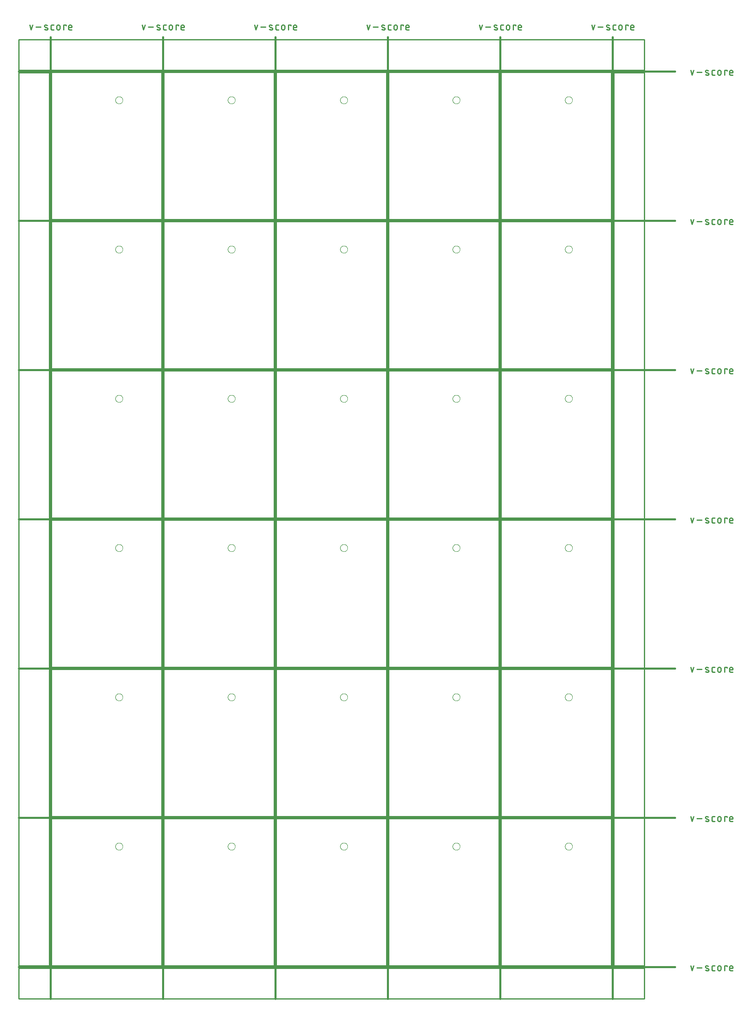
<source format=gko>
G04 EAGLE Gerber RS-274X export*
G75*
%MOMM*%
%FSLAX34Y34*%
%LPD*%
%IN*%
%IPPOS*%
%AMOC8*
5,1,8,0,0,1.08239X$1,22.5*%
G01*
%ADD10C,0.203200*%
%ADD11C,0.000000*%
%ADD12C,0.381000*%
%ADD13C,0.279400*%
%ADD14C,0.254000*%


D10*
X0Y0D02*
X228600Y0D01*
X228600Y304800D01*
X0Y304800D01*
X0Y0D01*
D11*
X132200Y247650D02*
X132202Y247834D01*
X132209Y248018D01*
X132220Y248202D01*
X132236Y248385D01*
X132256Y248568D01*
X132281Y248750D01*
X132310Y248932D01*
X132344Y249113D01*
X132382Y249293D01*
X132425Y249472D01*
X132472Y249650D01*
X132523Y249827D01*
X132579Y250003D01*
X132638Y250177D01*
X132703Y250349D01*
X132771Y250520D01*
X132843Y250689D01*
X132920Y250857D01*
X133001Y251022D01*
X133086Y251185D01*
X133174Y251347D01*
X133267Y251506D01*
X133364Y251662D01*
X133464Y251817D01*
X133568Y251969D01*
X133676Y252118D01*
X133787Y252264D01*
X133902Y252408D01*
X134021Y252549D01*
X134143Y252687D01*
X134268Y252822D01*
X134397Y252953D01*
X134528Y253082D01*
X134663Y253207D01*
X134801Y253329D01*
X134942Y253448D01*
X135086Y253563D01*
X135232Y253674D01*
X135381Y253782D01*
X135533Y253886D01*
X135688Y253986D01*
X135844Y254083D01*
X136003Y254176D01*
X136165Y254264D01*
X136328Y254349D01*
X136493Y254430D01*
X136661Y254507D01*
X136830Y254579D01*
X137001Y254647D01*
X137173Y254712D01*
X137347Y254771D01*
X137523Y254827D01*
X137700Y254878D01*
X137878Y254925D01*
X138057Y254968D01*
X138237Y255006D01*
X138418Y255040D01*
X138600Y255069D01*
X138782Y255094D01*
X138965Y255114D01*
X139148Y255130D01*
X139332Y255141D01*
X139516Y255148D01*
X139700Y255150D01*
X139884Y255148D01*
X140068Y255141D01*
X140252Y255130D01*
X140435Y255114D01*
X140618Y255094D01*
X140800Y255069D01*
X140982Y255040D01*
X141163Y255006D01*
X141343Y254968D01*
X141522Y254925D01*
X141700Y254878D01*
X141877Y254827D01*
X142053Y254771D01*
X142227Y254712D01*
X142399Y254647D01*
X142570Y254579D01*
X142739Y254507D01*
X142907Y254430D01*
X143072Y254349D01*
X143235Y254264D01*
X143397Y254176D01*
X143556Y254083D01*
X143712Y253986D01*
X143867Y253886D01*
X144019Y253782D01*
X144168Y253674D01*
X144314Y253563D01*
X144458Y253448D01*
X144599Y253329D01*
X144737Y253207D01*
X144872Y253082D01*
X145003Y252953D01*
X145132Y252822D01*
X145257Y252687D01*
X145379Y252549D01*
X145498Y252408D01*
X145613Y252264D01*
X145724Y252118D01*
X145832Y251969D01*
X145936Y251817D01*
X146036Y251662D01*
X146133Y251506D01*
X146226Y251347D01*
X146314Y251185D01*
X146399Y251022D01*
X146480Y250857D01*
X146557Y250689D01*
X146629Y250520D01*
X146697Y250349D01*
X146762Y250177D01*
X146821Y250003D01*
X146877Y249827D01*
X146928Y249650D01*
X146975Y249472D01*
X147018Y249293D01*
X147056Y249113D01*
X147090Y248932D01*
X147119Y248750D01*
X147144Y248568D01*
X147164Y248385D01*
X147180Y248202D01*
X147191Y248018D01*
X147198Y247834D01*
X147200Y247650D01*
X147198Y247466D01*
X147191Y247282D01*
X147180Y247098D01*
X147164Y246915D01*
X147144Y246732D01*
X147119Y246550D01*
X147090Y246368D01*
X147056Y246187D01*
X147018Y246007D01*
X146975Y245828D01*
X146928Y245650D01*
X146877Y245473D01*
X146821Y245297D01*
X146762Y245123D01*
X146697Y244951D01*
X146629Y244780D01*
X146557Y244611D01*
X146480Y244443D01*
X146399Y244278D01*
X146314Y244115D01*
X146226Y243953D01*
X146133Y243794D01*
X146036Y243638D01*
X145936Y243483D01*
X145832Y243331D01*
X145724Y243182D01*
X145613Y243036D01*
X145498Y242892D01*
X145379Y242751D01*
X145257Y242613D01*
X145132Y242478D01*
X145003Y242347D01*
X144872Y242218D01*
X144737Y242093D01*
X144599Y241971D01*
X144458Y241852D01*
X144314Y241737D01*
X144168Y241626D01*
X144019Y241518D01*
X143867Y241414D01*
X143712Y241314D01*
X143556Y241217D01*
X143397Y241124D01*
X143235Y241036D01*
X143072Y240951D01*
X142907Y240870D01*
X142739Y240793D01*
X142570Y240721D01*
X142399Y240653D01*
X142227Y240588D01*
X142053Y240529D01*
X141877Y240473D01*
X141700Y240422D01*
X141522Y240375D01*
X141343Y240332D01*
X141163Y240294D01*
X140982Y240260D01*
X140800Y240231D01*
X140618Y240206D01*
X140435Y240186D01*
X140252Y240170D01*
X140068Y240159D01*
X139884Y240152D01*
X139700Y240150D01*
X139516Y240152D01*
X139332Y240159D01*
X139148Y240170D01*
X138965Y240186D01*
X138782Y240206D01*
X138600Y240231D01*
X138418Y240260D01*
X138237Y240294D01*
X138057Y240332D01*
X137878Y240375D01*
X137700Y240422D01*
X137523Y240473D01*
X137347Y240529D01*
X137173Y240588D01*
X137001Y240653D01*
X136830Y240721D01*
X136661Y240793D01*
X136493Y240870D01*
X136328Y240951D01*
X136165Y241036D01*
X136003Y241124D01*
X135844Y241217D01*
X135688Y241314D01*
X135533Y241414D01*
X135381Y241518D01*
X135232Y241626D01*
X135086Y241737D01*
X134942Y241852D01*
X134801Y241971D01*
X134663Y242093D01*
X134528Y242218D01*
X134397Y242347D01*
X134268Y242478D01*
X134143Y242613D01*
X134021Y242751D01*
X133902Y242892D01*
X133787Y243036D01*
X133676Y243182D01*
X133568Y243331D01*
X133464Y243483D01*
X133364Y243638D01*
X133267Y243794D01*
X133174Y243953D01*
X133086Y244115D01*
X133001Y244278D01*
X132920Y244443D01*
X132843Y244611D01*
X132771Y244780D01*
X132703Y244951D01*
X132638Y245123D01*
X132579Y245297D01*
X132523Y245473D01*
X132472Y245650D01*
X132425Y245828D01*
X132382Y246007D01*
X132344Y246187D01*
X132310Y246368D01*
X132281Y246550D01*
X132256Y246732D01*
X132236Y246915D01*
X132220Y247098D01*
X132209Y247282D01*
X132202Y247466D01*
X132200Y247650D01*
D10*
X233680Y0D02*
X462280Y0D01*
X462280Y304800D01*
X233680Y304800D01*
X233680Y0D01*
D11*
X365880Y247650D02*
X365882Y247834D01*
X365889Y248018D01*
X365900Y248202D01*
X365916Y248385D01*
X365936Y248568D01*
X365961Y248750D01*
X365990Y248932D01*
X366024Y249113D01*
X366062Y249293D01*
X366105Y249472D01*
X366152Y249650D01*
X366203Y249827D01*
X366259Y250003D01*
X366318Y250177D01*
X366383Y250349D01*
X366451Y250520D01*
X366523Y250689D01*
X366600Y250857D01*
X366681Y251022D01*
X366766Y251185D01*
X366854Y251347D01*
X366947Y251506D01*
X367044Y251662D01*
X367144Y251817D01*
X367248Y251969D01*
X367356Y252118D01*
X367467Y252264D01*
X367582Y252408D01*
X367701Y252549D01*
X367823Y252687D01*
X367948Y252822D01*
X368077Y252953D01*
X368208Y253082D01*
X368343Y253207D01*
X368481Y253329D01*
X368622Y253448D01*
X368766Y253563D01*
X368912Y253674D01*
X369061Y253782D01*
X369213Y253886D01*
X369368Y253986D01*
X369524Y254083D01*
X369683Y254176D01*
X369845Y254264D01*
X370008Y254349D01*
X370173Y254430D01*
X370341Y254507D01*
X370510Y254579D01*
X370681Y254647D01*
X370853Y254712D01*
X371027Y254771D01*
X371203Y254827D01*
X371380Y254878D01*
X371558Y254925D01*
X371737Y254968D01*
X371917Y255006D01*
X372098Y255040D01*
X372280Y255069D01*
X372462Y255094D01*
X372645Y255114D01*
X372828Y255130D01*
X373012Y255141D01*
X373196Y255148D01*
X373380Y255150D01*
X373564Y255148D01*
X373748Y255141D01*
X373932Y255130D01*
X374115Y255114D01*
X374298Y255094D01*
X374480Y255069D01*
X374662Y255040D01*
X374843Y255006D01*
X375023Y254968D01*
X375202Y254925D01*
X375380Y254878D01*
X375557Y254827D01*
X375733Y254771D01*
X375907Y254712D01*
X376079Y254647D01*
X376250Y254579D01*
X376419Y254507D01*
X376587Y254430D01*
X376752Y254349D01*
X376915Y254264D01*
X377077Y254176D01*
X377236Y254083D01*
X377392Y253986D01*
X377547Y253886D01*
X377699Y253782D01*
X377848Y253674D01*
X377994Y253563D01*
X378138Y253448D01*
X378279Y253329D01*
X378417Y253207D01*
X378552Y253082D01*
X378683Y252953D01*
X378812Y252822D01*
X378937Y252687D01*
X379059Y252549D01*
X379178Y252408D01*
X379293Y252264D01*
X379404Y252118D01*
X379512Y251969D01*
X379616Y251817D01*
X379716Y251662D01*
X379813Y251506D01*
X379906Y251347D01*
X379994Y251185D01*
X380079Y251022D01*
X380160Y250857D01*
X380237Y250689D01*
X380309Y250520D01*
X380377Y250349D01*
X380442Y250177D01*
X380501Y250003D01*
X380557Y249827D01*
X380608Y249650D01*
X380655Y249472D01*
X380698Y249293D01*
X380736Y249113D01*
X380770Y248932D01*
X380799Y248750D01*
X380824Y248568D01*
X380844Y248385D01*
X380860Y248202D01*
X380871Y248018D01*
X380878Y247834D01*
X380880Y247650D01*
X380878Y247466D01*
X380871Y247282D01*
X380860Y247098D01*
X380844Y246915D01*
X380824Y246732D01*
X380799Y246550D01*
X380770Y246368D01*
X380736Y246187D01*
X380698Y246007D01*
X380655Y245828D01*
X380608Y245650D01*
X380557Y245473D01*
X380501Y245297D01*
X380442Y245123D01*
X380377Y244951D01*
X380309Y244780D01*
X380237Y244611D01*
X380160Y244443D01*
X380079Y244278D01*
X379994Y244115D01*
X379906Y243953D01*
X379813Y243794D01*
X379716Y243638D01*
X379616Y243483D01*
X379512Y243331D01*
X379404Y243182D01*
X379293Y243036D01*
X379178Y242892D01*
X379059Y242751D01*
X378937Y242613D01*
X378812Y242478D01*
X378683Y242347D01*
X378552Y242218D01*
X378417Y242093D01*
X378279Y241971D01*
X378138Y241852D01*
X377994Y241737D01*
X377848Y241626D01*
X377699Y241518D01*
X377547Y241414D01*
X377392Y241314D01*
X377236Y241217D01*
X377077Y241124D01*
X376915Y241036D01*
X376752Y240951D01*
X376587Y240870D01*
X376419Y240793D01*
X376250Y240721D01*
X376079Y240653D01*
X375907Y240588D01*
X375733Y240529D01*
X375557Y240473D01*
X375380Y240422D01*
X375202Y240375D01*
X375023Y240332D01*
X374843Y240294D01*
X374662Y240260D01*
X374480Y240231D01*
X374298Y240206D01*
X374115Y240186D01*
X373932Y240170D01*
X373748Y240159D01*
X373564Y240152D01*
X373380Y240150D01*
X373196Y240152D01*
X373012Y240159D01*
X372828Y240170D01*
X372645Y240186D01*
X372462Y240206D01*
X372280Y240231D01*
X372098Y240260D01*
X371917Y240294D01*
X371737Y240332D01*
X371558Y240375D01*
X371380Y240422D01*
X371203Y240473D01*
X371027Y240529D01*
X370853Y240588D01*
X370681Y240653D01*
X370510Y240721D01*
X370341Y240793D01*
X370173Y240870D01*
X370008Y240951D01*
X369845Y241036D01*
X369683Y241124D01*
X369524Y241217D01*
X369368Y241314D01*
X369213Y241414D01*
X369061Y241518D01*
X368912Y241626D01*
X368766Y241737D01*
X368622Y241852D01*
X368481Y241971D01*
X368343Y242093D01*
X368208Y242218D01*
X368077Y242347D01*
X367948Y242478D01*
X367823Y242613D01*
X367701Y242751D01*
X367582Y242892D01*
X367467Y243036D01*
X367356Y243182D01*
X367248Y243331D01*
X367144Y243483D01*
X367044Y243638D01*
X366947Y243794D01*
X366854Y243953D01*
X366766Y244115D01*
X366681Y244278D01*
X366600Y244443D01*
X366523Y244611D01*
X366451Y244780D01*
X366383Y244951D01*
X366318Y245123D01*
X366259Y245297D01*
X366203Y245473D01*
X366152Y245650D01*
X366105Y245828D01*
X366062Y246007D01*
X366024Y246187D01*
X365990Y246368D01*
X365961Y246550D01*
X365936Y246732D01*
X365916Y246915D01*
X365900Y247098D01*
X365889Y247282D01*
X365882Y247466D01*
X365880Y247650D01*
D10*
X467360Y0D02*
X695960Y0D01*
X695960Y304800D01*
X467360Y304800D01*
X467360Y0D01*
D11*
X599560Y247650D02*
X599562Y247834D01*
X599569Y248018D01*
X599580Y248202D01*
X599596Y248385D01*
X599616Y248568D01*
X599641Y248750D01*
X599670Y248932D01*
X599704Y249113D01*
X599742Y249293D01*
X599785Y249472D01*
X599832Y249650D01*
X599883Y249827D01*
X599939Y250003D01*
X599998Y250177D01*
X600063Y250349D01*
X600131Y250520D01*
X600203Y250689D01*
X600280Y250857D01*
X600361Y251022D01*
X600446Y251185D01*
X600534Y251347D01*
X600627Y251506D01*
X600724Y251662D01*
X600824Y251817D01*
X600928Y251969D01*
X601036Y252118D01*
X601147Y252264D01*
X601262Y252408D01*
X601381Y252549D01*
X601503Y252687D01*
X601628Y252822D01*
X601757Y252953D01*
X601888Y253082D01*
X602023Y253207D01*
X602161Y253329D01*
X602302Y253448D01*
X602446Y253563D01*
X602592Y253674D01*
X602741Y253782D01*
X602893Y253886D01*
X603048Y253986D01*
X603204Y254083D01*
X603363Y254176D01*
X603525Y254264D01*
X603688Y254349D01*
X603853Y254430D01*
X604021Y254507D01*
X604190Y254579D01*
X604361Y254647D01*
X604533Y254712D01*
X604707Y254771D01*
X604883Y254827D01*
X605060Y254878D01*
X605238Y254925D01*
X605417Y254968D01*
X605597Y255006D01*
X605778Y255040D01*
X605960Y255069D01*
X606142Y255094D01*
X606325Y255114D01*
X606508Y255130D01*
X606692Y255141D01*
X606876Y255148D01*
X607060Y255150D01*
X607244Y255148D01*
X607428Y255141D01*
X607612Y255130D01*
X607795Y255114D01*
X607978Y255094D01*
X608160Y255069D01*
X608342Y255040D01*
X608523Y255006D01*
X608703Y254968D01*
X608882Y254925D01*
X609060Y254878D01*
X609237Y254827D01*
X609413Y254771D01*
X609587Y254712D01*
X609759Y254647D01*
X609930Y254579D01*
X610099Y254507D01*
X610267Y254430D01*
X610432Y254349D01*
X610595Y254264D01*
X610757Y254176D01*
X610916Y254083D01*
X611072Y253986D01*
X611227Y253886D01*
X611379Y253782D01*
X611528Y253674D01*
X611674Y253563D01*
X611818Y253448D01*
X611959Y253329D01*
X612097Y253207D01*
X612232Y253082D01*
X612363Y252953D01*
X612492Y252822D01*
X612617Y252687D01*
X612739Y252549D01*
X612858Y252408D01*
X612973Y252264D01*
X613084Y252118D01*
X613192Y251969D01*
X613296Y251817D01*
X613396Y251662D01*
X613493Y251506D01*
X613586Y251347D01*
X613674Y251185D01*
X613759Y251022D01*
X613840Y250857D01*
X613917Y250689D01*
X613989Y250520D01*
X614057Y250349D01*
X614122Y250177D01*
X614181Y250003D01*
X614237Y249827D01*
X614288Y249650D01*
X614335Y249472D01*
X614378Y249293D01*
X614416Y249113D01*
X614450Y248932D01*
X614479Y248750D01*
X614504Y248568D01*
X614524Y248385D01*
X614540Y248202D01*
X614551Y248018D01*
X614558Y247834D01*
X614560Y247650D01*
X614558Y247466D01*
X614551Y247282D01*
X614540Y247098D01*
X614524Y246915D01*
X614504Y246732D01*
X614479Y246550D01*
X614450Y246368D01*
X614416Y246187D01*
X614378Y246007D01*
X614335Y245828D01*
X614288Y245650D01*
X614237Y245473D01*
X614181Y245297D01*
X614122Y245123D01*
X614057Y244951D01*
X613989Y244780D01*
X613917Y244611D01*
X613840Y244443D01*
X613759Y244278D01*
X613674Y244115D01*
X613586Y243953D01*
X613493Y243794D01*
X613396Y243638D01*
X613296Y243483D01*
X613192Y243331D01*
X613084Y243182D01*
X612973Y243036D01*
X612858Y242892D01*
X612739Y242751D01*
X612617Y242613D01*
X612492Y242478D01*
X612363Y242347D01*
X612232Y242218D01*
X612097Y242093D01*
X611959Y241971D01*
X611818Y241852D01*
X611674Y241737D01*
X611528Y241626D01*
X611379Y241518D01*
X611227Y241414D01*
X611072Y241314D01*
X610916Y241217D01*
X610757Y241124D01*
X610595Y241036D01*
X610432Y240951D01*
X610267Y240870D01*
X610099Y240793D01*
X609930Y240721D01*
X609759Y240653D01*
X609587Y240588D01*
X609413Y240529D01*
X609237Y240473D01*
X609060Y240422D01*
X608882Y240375D01*
X608703Y240332D01*
X608523Y240294D01*
X608342Y240260D01*
X608160Y240231D01*
X607978Y240206D01*
X607795Y240186D01*
X607612Y240170D01*
X607428Y240159D01*
X607244Y240152D01*
X607060Y240150D01*
X606876Y240152D01*
X606692Y240159D01*
X606508Y240170D01*
X606325Y240186D01*
X606142Y240206D01*
X605960Y240231D01*
X605778Y240260D01*
X605597Y240294D01*
X605417Y240332D01*
X605238Y240375D01*
X605060Y240422D01*
X604883Y240473D01*
X604707Y240529D01*
X604533Y240588D01*
X604361Y240653D01*
X604190Y240721D01*
X604021Y240793D01*
X603853Y240870D01*
X603688Y240951D01*
X603525Y241036D01*
X603363Y241124D01*
X603204Y241217D01*
X603048Y241314D01*
X602893Y241414D01*
X602741Y241518D01*
X602592Y241626D01*
X602446Y241737D01*
X602302Y241852D01*
X602161Y241971D01*
X602023Y242093D01*
X601888Y242218D01*
X601757Y242347D01*
X601628Y242478D01*
X601503Y242613D01*
X601381Y242751D01*
X601262Y242892D01*
X601147Y243036D01*
X601036Y243182D01*
X600928Y243331D01*
X600824Y243483D01*
X600724Y243638D01*
X600627Y243794D01*
X600534Y243953D01*
X600446Y244115D01*
X600361Y244278D01*
X600280Y244443D01*
X600203Y244611D01*
X600131Y244780D01*
X600063Y244951D01*
X599998Y245123D01*
X599939Y245297D01*
X599883Y245473D01*
X599832Y245650D01*
X599785Y245828D01*
X599742Y246007D01*
X599704Y246187D01*
X599670Y246368D01*
X599641Y246550D01*
X599616Y246732D01*
X599596Y246915D01*
X599580Y247098D01*
X599569Y247282D01*
X599562Y247466D01*
X599560Y247650D01*
D10*
X701040Y0D02*
X929640Y0D01*
X929640Y304800D01*
X701040Y304800D01*
X701040Y0D01*
D11*
X833240Y247650D02*
X833242Y247834D01*
X833249Y248018D01*
X833260Y248202D01*
X833276Y248385D01*
X833296Y248568D01*
X833321Y248750D01*
X833350Y248932D01*
X833384Y249113D01*
X833422Y249293D01*
X833465Y249472D01*
X833512Y249650D01*
X833563Y249827D01*
X833619Y250003D01*
X833678Y250177D01*
X833743Y250349D01*
X833811Y250520D01*
X833883Y250689D01*
X833960Y250857D01*
X834041Y251022D01*
X834126Y251185D01*
X834214Y251347D01*
X834307Y251506D01*
X834404Y251662D01*
X834504Y251817D01*
X834608Y251969D01*
X834716Y252118D01*
X834827Y252264D01*
X834942Y252408D01*
X835061Y252549D01*
X835183Y252687D01*
X835308Y252822D01*
X835437Y252953D01*
X835568Y253082D01*
X835703Y253207D01*
X835841Y253329D01*
X835982Y253448D01*
X836126Y253563D01*
X836272Y253674D01*
X836421Y253782D01*
X836573Y253886D01*
X836728Y253986D01*
X836884Y254083D01*
X837043Y254176D01*
X837205Y254264D01*
X837368Y254349D01*
X837533Y254430D01*
X837701Y254507D01*
X837870Y254579D01*
X838041Y254647D01*
X838213Y254712D01*
X838387Y254771D01*
X838563Y254827D01*
X838740Y254878D01*
X838918Y254925D01*
X839097Y254968D01*
X839277Y255006D01*
X839458Y255040D01*
X839640Y255069D01*
X839822Y255094D01*
X840005Y255114D01*
X840188Y255130D01*
X840372Y255141D01*
X840556Y255148D01*
X840740Y255150D01*
X840924Y255148D01*
X841108Y255141D01*
X841292Y255130D01*
X841475Y255114D01*
X841658Y255094D01*
X841840Y255069D01*
X842022Y255040D01*
X842203Y255006D01*
X842383Y254968D01*
X842562Y254925D01*
X842740Y254878D01*
X842917Y254827D01*
X843093Y254771D01*
X843267Y254712D01*
X843439Y254647D01*
X843610Y254579D01*
X843779Y254507D01*
X843947Y254430D01*
X844112Y254349D01*
X844275Y254264D01*
X844437Y254176D01*
X844596Y254083D01*
X844752Y253986D01*
X844907Y253886D01*
X845059Y253782D01*
X845208Y253674D01*
X845354Y253563D01*
X845498Y253448D01*
X845639Y253329D01*
X845777Y253207D01*
X845912Y253082D01*
X846043Y252953D01*
X846172Y252822D01*
X846297Y252687D01*
X846419Y252549D01*
X846538Y252408D01*
X846653Y252264D01*
X846764Y252118D01*
X846872Y251969D01*
X846976Y251817D01*
X847076Y251662D01*
X847173Y251506D01*
X847266Y251347D01*
X847354Y251185D01*
X847439Y251022D01*
X847520Y250857D01*
X847597Y250689D01*
X847669Y250520D01*
X847737Y250349D01*
X847802Y250177D01*
X847861Y250003D01*
X847917Y249827D01*
X847968Y249650D01*
X848015Y249472D01*
X848058Y249293D01*
X848096Y249113D01*
X848130Y248932D01*
X848159Y248750D01*
X848184Y248568D01*
X848204Y248385D01*
X848220Y248202D01*
X848231Y248018D01*
X848238Y247834D01*
X848240Y247650D01*
X848238Y247466D01*
X848231Y247282D01*
X848220Y247098D01*
X848204Y246915D01*
X848184Y246732D01*
X848159Y246550D01*
X848130Y246368D01*
X848096Y246187D01*
X848058Y246007D01*
X848015Y245828D01*
X847968Y245650D01*
X847917Y245473D01*
X847861Y245297D01*
X847802Y245123D01*
X847737Y244951D01*
X847669Y244780D01*
X847597Y244611D01*
X847520Y244443D01*
X847439Y244278D01*
X847354Y244115D01*
X847266Y243953D01*
X847173Y243794D01*
X847076Y243638D01*
X846976Y243483D01*
X846872Y243331D01*
X846764Y243182D01*
X846653Y243036D01*
X846538Y242892D01*
X846419Y242751D01*
X846297Y242613D01*
X846172Y242478D01*
X846043Y242347D01*
X845912Y242218D01*
X845777Y242093D01*
X845639Y241971D01*
X845498Y241852D01*
X845354Y241737D01*
X845208Y241626D01*
X845059Y241518D01*
X844907Y241414D01*
X844752Y241314D01*
X844596Y241217D01*
X844437Y241124D01*
X844275Y241036D01*
X844112Y240951D01*
X843947Y240870D01*
X843779Y240793D01*
X843610Y240721D01*
X843439Y240653D01*
X843267Y240588D01*
X843093Y240529D01*
X842917Y240473D01*
X842740Y240422D01*
X842562Y240375D01*
X842383Y240332D01*
X842203Y240294D01*
X842022Y240260D01*
X841840Y240231D01*
X841658Y240206D01*
X841475Y240186D01*
X841292Y240170D01*
X841108Y240159D01*
X840924Y240152D01*
X840740Y240150D01*
X840556Y240152D01*
X840372Y240159D01*
X840188Y240170D01*
X840005Y240186D01*
X839822Y240206D01*
X839640Y240231D01*
X839458Y240260D01*
X839277Y240294D01*
X839097Y240332D01*
X838918Y240375D01*
X838740Y240422D01*
X838563Y240473D01*
X838387Y240529D01*
X838213Y240588D01*
X838041Y240653D01*
X837870Y240721D01*
X837701Y240793D01*
X837533Y240870D01*
X837368Y240951D01*
X837205Y241036D01*
X837043Y241124D01*
X836884Y241217D01*
X836728Y241314D01*
X836573Y241414D01*
X836421Y241518D01*
X836272Y241626D01*
X836126Y241737D01*
X835982Y241852D01*
X835841Y241971D01*
X835703Y242093D01*
X835568Y242218D01*
X835437Y242347D01*
X835308Y242478D01*
X835183Y242613D01*
X835061Y242751D01*
X834942Y242892D01*
X834827Y243036D01*
X834716Y243182D01*
X834608Y243331D01*
X834504Y243483D01*
X834404Y243638D01*
X834307Y243794D01*
X834214Y243953D01*
X834126Y244115D01*
X834041Y244278D01*
X833960Y244443D01*
X833883Y244611D01*
X833811Y244780D01*
X833743Y244951D01*
X833678Y245123D01*
X833619Y245297D01*
X833563Y245473D01*
X833512Y245650D01*
X833465Y245828D01*
X833422Y246007D01*
X833384Y246187D01*
X833350Y246368D01*
X833321Y246550D01*
X833296Y246732D01*
X833276Y246915D01*
X833260Y247098D01*
X833249Y247282D01*
X833242Y247466D01*
X833240Y247650D01*
D10*
X934720Y0D02*
X1163320Y0D01*
X1163320Y304800D01*
X934720Y304800D01*
X934720Y0D01*
D11*
X1066920Y247650D02*
X1066922Y247834D01*
X1066929Y248018D01*
X1066940Y248202D01*
X1066956Y248385D01*
X1066976Y248568D01*
X1067001Y248750D01*
X1067030Y248932D01*
X1067064Y249113D01*
X1067102Y249293D01*
X1067145Y249472D01*
X1067192Y249650D01*
X1067243Y249827D01*
X1067299Y250003D01*
X1067358Y250177D01*
X1067423Y250349D01*
X1067491Y250520D01*
X1067563Y250689D01*
X1067640Y250857D01*
X1067721Y251022D01*
X1067806Y251185D01*
X1067894Y251347D01*
X1067987Y251506D01*
X1068084Y251662D01*
X1068184Y251817D01*
X1068288Y251969D01*
X1068396Y252118D01*
X1068507Y252264D01*
X1068622Y252408D01*
X1068741Y252549D01*
X1068863Y252687D01*
X1068988Y252822D01*
X1069117Y252953D01*
X1069248Y253082D01*
X1069383Y253207D01*
X1069521Y253329D01*
X1069662Y253448D01*
X1069806Y253563D01*
X1069952Y253674D01*
X1070101Y253782D01*
X1070253Y253886D01*
X1070408Y253986D01*
X1070564Y254083D01*
X1070723Y254176D01*
X1070885Y254264D01*
X1071048Y254349D01*
X1071213Y254430D01*
X1071381Y254507D01*
X1071550Y254579D01*
X1071721Y254647D01*
X1071893Y254712D01*
X1072067Y254771D01*
X1072243Y254827D01*
X1072420Y254878D01*
X1072598Y254925D01*
X1072777Y254968D01*
X1072957Y255006D01*
X1073138Y255040D01*
X1073320Y255069D01*
X1073502Y255094D01*
X1073685Y255114D01*
X1073868Y255130D01*
X1074052Y255141D01*
X1074236Y255148D01*
X1074420Y255150D01*
X1074604Y255148D01*
X1074788Y255141D01*
X1074972Y255130D01*
X1075155Y255114D01*
X1075338Y255094D01*
X1075520Y255069D01*
X1075702Y255040D01*
X1075883Y255006D01*
X1076063Y254968D01*
X1076242Y254925D01*
X1076420Y254878D01*
X1076597Y254827D01*
X1076773Y254771D01*
X1076947Y254712D01*
X1077119Y254647D01*
X1077290Y254579D01*
X1077459Y254507D01*
X1077627Y254430D01*
X1077792Y254349D01*
X1077955Y254264D01*
X1078117Y254176D01*
X1078276Y254083D01*
X1078432Y253986D01*
X1078587Y253886D01*
X1078739Y253782D01*
X1078888Y253674D01*
X1079034Y253563D01*
X1079178Y253448D01*
X1079319Y253329D01*
X1079457Y253207D01*
X1079592Y253082D01*
X1079723Y252953D01*
X1079852Y252822D01*
X1079977Y252687D01*
X1080099Y252549D01*
X1080218Y252408D01*
X1080333Y252264D01*
X1080444Y252118D01*
X1080552Y251969D01*
X1080656Y251817D01*
X1080756Y251662D01*
X1080853Y251506D01*
X1080946Y251347D01*
X1081034Y251185D01*
X1081119Y251022D01*
X1081200Y250857D01*
X1081277Y250689D01*
X1081349Y250520D01*
X1081417Y250349D01*
X1081482Y250177D01*
X1081541Y250003D01*
X1081597Y249827D01*
X1081648Y249650D01*
X1081695Y249472D01*
X1081738Y249293D01*
X1081776Y249113D01*
X1081810Y248932D01*
X1081839Y248750D01*
X1081864Y248568D01*
X1081884Y248385D01*
X1081900Y248202D01*
X1081911Y248018D01*
X1081918Y247834D01*
X1081920Y247650D01*
X1081918Y247466D01*
X1081911Y247282D01*
X1081900Y247098D01*
X1081884Y246915D01*
X1081864Y246732D01*
X1081839Y246550D01*
X1081810Y246368D01*
X1081776Y246187D01*
X1081738Y246007D01*
X1081695Y245828D01*
X1081648Y245650D01*
X1081597Y245473D01*
X1081541Y245297D01*
X1081482Y245123D01*
X1081417Y244951D01*
X1081349Y244780D01*
X1081277Y244611D01*
X1081200Y244443D01*
X1081119Y244278D01*
X1081034Y244115D01*
X1080946Y243953D01*
X1080853Y243794D01*
X1080756Y243638D01*
X1080656Y243483D01*
X1080552Y243331D01*
X1080444Y243182D01*
X1080333Y243036D01*
X1080218Y242892D01*
X1080099Y242751D01*
X1079977Y242613D01*
X1079852Y242478D01*
X1079723Y242347D01*
X1079592Y242218D01*
X1079457Y242093D01*
X1079319Y241971D01*
X1079178Y241852D01*
X1079034Y241737D01*
X1078888Y241626D01*
X1078739Y241518D01*
X1078587Y241414D01*
X1078432Y241314D01*
X1078276Y241217D01*
X1078117Y241124D01*
X1077955Y241036D01*
X1077792Y240951D01*
X1077627Y240870D01*
X1077459Y240793D01*
X1077290Y240721D01*
X1077119Y240653D01*
X1076947Y240588D01*
X1076773Y240529D01*
X1076597Y240473D01*
X1076420Y240422D01*
X1076242Y240375D01*
X1076063Y240332D01*
X1075883Y240294D01*
X1075702Y240260D01*
X1075520Y240231D01*
X1075338Y240206D01*
X1075155Y240186D01*
X1074972Y240170D01*
X1074788Y240159D01*
X1074604Y240152D01*
X1074420Y240150D01*
X1074236Y240152D01*
X1074052Y240159D01*
X1073868Y240170D01*
X1073685Y240186D01*
X1073502Y240206D01*
X1073320Y240231D01*
X1073138Y240260D01*
X1072957Y240294D01*
X1072777Y240332D01*
X1072598Y240375D01*
X1072420Y240422D01*
X1072243Y240473D01*
X1072067Y240529D01*
X1071893Y240588D01*
X1071721Y240653D01*
X1071550Y240721D01*
X1071381Y240793D01*
X1071213Y240870D01*
X1071048Y240951D01*
X1070885Y241036D01*
X1070723Y241124D01*
X1070564Y241217D01*
X1070408Y241314D01*
X1070253Y241414D01*
X1070101Y241518D01*
X1069952Y241626D01*
X1069806Y241737D01*
X1069662Y241852D01*
X1069521Y241971D01*
X1069383Y242093D01*
X1069248Y242218D01*
X1069117Y242347D01*
X1068988Y242478D01*
X1068863Y242613D01*
X1068741Y242751D01*
X1068622Y242892D01*
X1068507Y243036D01*
X1068396Y243182D01*
X1068288Y243331D01*
X1068184Y243483D01*
X1068084Y243638D01*
X1067987Y243794D01*
X1067894Y243953D01*
X1067806Y244115D01*
X1067721Y244278D01*
X1067640Y244443D01*
X1067563Y244611D01*
X1067491Y244780D01*
X1067423Y244951D01*
X1067358Y245123D01*
X1067299Y245297D01*
X1067243Y245473D01*
X1067192Y245650D01*
X1067145Y245828D01*
X1067102Y246007D01*
X1067064Y246187D01*
X1067030Y246368D01*
X1067001Y246550D01*
X1066976Y246732D01*
X1066956Y246915D01*
X1066940Y247098D01*
X1066929Y247282D01*
X1066922Y247466D01*
X1066920Y247650D01*
D10*
X228600Y309880D02*
X0Y309880D01*
X228600Y309880D02*
X228600Y614680D01*
X0Y614680D01*
X0Y309880D01*
D11*
X132200Y557530D02*
X132202Y557714D01*
X132209Y557898D01*
X132220Y558082D01*
X132236Y558265D01*
X132256Y558448D01*
X132281Y558630D01*
X132310Y558812D01*
X132344Y558993D01*
X132382Y559173D01*
X132425Y559352D01*
X132472Y559530D01*
X132523Y559707D01*
X132579Y559883D01*
X132638Y560057D01*
X132703Y560229D01*
X132771Y560400D01*
X132843Y560569D01*
X132920Y560737D01*
X133001Y560902D01*
X133086Y561065D01*
X133174Y561227D01*
X133267Y561386D01*
X133364Y561542D01*
X133464Y561697D01*
X133568Y561849D01*
X133676Y561998D01*
X133787Y562144D01*
X133902Y562288D01*
X134021Y562429D01*
X134143Y562567D01*
X134268Y562702D01*
X134397Y562833D01*
X134528Y562962D01*
X134663Y563087D01*
X134801Y563209D01*
X134942Y563328D01*
X135086Y563443D01*
X135232Y563554D01*
X135381Y563662D01*
X135533Y563766D01*
X135688Y563866D01*
X135844Y563963D01*
X136003Y564056D01*
X136165Y564144D01*
X136328Y564229D01*
X136493Y564310D01*
X136661Y564387D01*
X136830Y564459D01*
X137001Y564527D01*
X137173Y564592D01*
X137347Y564651D01*
X137523Y564707D01*
X137700Y564758D01*
X137878Y564805D01*
X138057Y564848D01*
X138237Y564886D01*
X138418Y564920D01*
X138600Y564949D01*
X138782Y564974D01*
X138965Y564994D01*
X139148Y565010D01*
X139332Y565021D01*
X139516Y565028D01*
X139700Y565030D01*
X139884Y565028D01*
X140068Y565021D01*
X140252Y565010D01*
X140435Y564994D01*
X140618Y564974D01*
X140800Y564949D01*
X140982Y564920D01*
X141163Y564886D01*
X141343Y564848D01*
X141522Y564805D01*
X141700Y564758D01*
X141877Y564707D01*
X142053Y564651D01*
X142227Y564592D01*
X142399Y564527D01*
X142570Y564459D01*
X142739Y564387D01*
X142907Y564310D01*
X143072Y564229D01*
X143235Y564144D01*
X143397Y564056D01*
X143556Y563963D01*
X143712Y563866D01*
X143867Y563766D01*
X144019Y563662D01*
X144168Y563554D01*
X144314Y563443D01*
X144458Y563328D01*
X144599Y563209D01*
X144737Y563087D01*
X144872Y562962D01*
X145003Y562833D01*
X145132Y562702D01*
X145257Y562567D01*
X145379Y562429D01*
X145498Y562288D01*
X145613Y562144D01*
X145724Y561998D01*
X145832Y561849D01*
X145936Y561697D01*
X146036Y561542D01*
X146133Y561386D01*
X146226Y561227D01*
X146314Y561065D01*
X146399Y560902D01*
X146480Y560737D01*
X146557Y560569D01*
X146629Y560400D01*
X146697Y560229D01*
X146762Y560057D01*
X146821Y559883D01*
X146877Y559707D01*
X146928Y559530D01*
X146975Y559352D01*
X147018Y559173D01*
X147056Y558993D01*
X147090Y558812D01*
X147119Y558630D01*
X147144Y558448D01*
X147164Y558265D01*
X147180Y558082D01*
X147191Y557898D01*
X147198Y557714D01*
X147200Y557530D01*
X147198Y557346D01*
X147191Y557162D01*
X147180Y556978D01*
X147164Y556795D01*
X147144Y556612D01*
X147119Y556430D01*
X147090Y556248D01*
X147056Y556067D01*
X147018Y555887D01*
X146975Y555708D01*
X146928Y555530D01*
X146877Y555353D01*
X146821Y555177D01*
X146762Y555003D01*
X146697Y554831D01*
X146629Y554660D01*
X146557Y554491D01*
X146480Y554323D01*
X146399Y554158D01*
X146314Y553995D01*
X146226Y553833D01*
X146133Y553674D01*
X146036Y553518D01*
X145936Y553363D01*
X145832Y553211D01*
X145724Y553062D01*
X145613Y552916D01*
X145498Y552772D01*
X145379Y552631D01*
X145257Y552493D01*
X145132Y552358D01*
X145003Y552227D01*
X144872Y552098D01*
X144737Y551973D01*
X144599Y551851D01*
X144458Y551732D01*
X144314Y551617D01*
X144168Y551506D01*
X144019Y551398D01*
X143867Y551294D01*
X143712Y551194D01*
X143556Y551097D01*
X143397Y551004D01*
X143235Y550916D01*
X143072Y550831D01*
X142907Y550750D01*
X142739Y550673D01*
X142570Y550601D01*
X142399Y550533D01*
X142227Y550468D01*
X142053Y550409D01*
X141877Y550353D01*
X141700Y550302D01*
X141522Y550255D01*
X141343Y550212D01*
X141163Y550174D01*
X140982Y550140D01*
X140800Y550111D01*
X140618Y550086D01*
X140435Y550066D01*
X140252Y550050D01*
X140068Y550039D01*
X139884Y550032D01*
X139700Y550030D01*
X139516Y550032D01*
X139332Y550039D01*
X139148Y550050D01*
X138965Y550066D01*
X138782Y550086D01*
X138600Y550111D01*
X138418Y550140D01*
X138237Y550174D01*
X138057Y550212D01*
X137878Y550255D01*
X137700Y550302D01*
X137523Y550353D01*
X137347Y550409D01*
X137173Y550468D01*
X137001Y550533D01*
X136830Y550601D01*
X136661Y550673D01*
X136493Y550750D01*
X136328Y550831D01*
X136165Y550916D01*
X136003Y551004D01*
X135844Y551097D01*
X135688Y551194D01*
X135533Y551294D01*
X135381Y551398D01*
X135232Y551506D01*
X135086Y551617D01*
X134942Y551732D01*
X134801Y551851D01*
X134663Y551973D01*
X134528Y552098D01*
X134397Y552227D01*
X134268Y552358D01*
X134143Y552493D01*
X134021Y552631D01*
X133902Y552772D01*
X133787Y552916D01*
X133676Y553062D01*
X133568Y553211D01*
X133464Y553363D01*
X133364Y553518D01*
X133267Y553674D01*
X133174Y553833D01*
X133086Y553995D01*
X133001Y554158D01*
X132920Y554323D01*
X132843Y554491D01*
X132771Y554660D01*
X132703Y554831D01*
X132638Y555003D01*
X132579Y555177D01*
X132523Y555353D01*
X132472Y555530D01*
X132425Y555708D01*
X132382Y555887D01*
X132344Y556067D01*
X132310Y556248D01*
X132281Y556430D01*
X132256Y556612D01*
X132236Y556795D01*
X132220Y556978D01*
X132209Y557162D01*
X132202Y557346D01*
X132200Y557530D01*
D10*
X233680Y309880D02*
X462280Y309880D01*
X462280Y614680D01*
X233680Y614680D01*
X233680Y309880D01*
D11*
X365880Y557530D02*
X365882Y557714D01*
X365889Y557898D01*
X365900Y558082D01*
X365916Y558265D01*
X365936Y558448D01*
X365961Y558630D01*
X365990Y558812D01*
X366024Y558993D01*
X366062Y559173D01*
X366105Y559352D01*
X366152Y559530D01*
X366203Y559707D01*
X366259Y559883D01*
X366318Y560057D01*
X366383Y560229D01*
X366451Y560400D01*
X366523Y560569D01*
X366600Y560737D01*
X366681Y560902D01*
X366766Y561065D01*
X366854Y561227D01*
X366947Y561386D01*
X367044Y561542D01*
X367144Y561697D01*
X367248Y561849D01*
X367356Y561998D01*
X367467Y562144D01*
X367582Y562288D01*
X367701Y562429D01*
X367823Y562567D01*
X367948Y562702D01*
X368077Y562833D01*
X368208Y562962D01*
X368343Y563087D01*
X368481Y563209D01*
X368622Y563328D01*
X368766Y563443D01*
X368912Y563554D01*
X369061Y563662D01*
X369213Y563766D01*
X369368Y563866D01*
X369524Y563963D01*
X369683Y564056D01*
X369845Y564144D01*
X370008Y564229D01*
X370173Y564310D01*
X370341Y564387D01*
X370510Y564459D01*
X370681Y564527D01*
X370853Y564592D01*
X371027Y564651D01*
X371203Y564707D01*
X371380Y564758D01*
X371558Y564805D01*
X371737Y564848D01*
X371917Y564886D01*
X372098Y564920D01*
X372280Y564949D01*
X372462Y564974D01*
X372645Y564994D01*
X372828Y565010D01*
X373012Y565021D01*
X373196Y565028D01*
X373380Y565030D01*
X373564Y565028D01*
X373748Y565021D01*
X373932Y565010D01*
X374115Y564994D01*
X374298Y564974D01*
X374480Y564949D01*
X374662Y564920D01*
X374843Y564886D01*
X375023Y564848D01*
X375202Y564805D01*
X375380Y564758D01*
X375557Y564707D01*
X375733Y564651D01*
X375907Y564592D01*
X376079Y564527D01*
X376250Y564459D01*
X376419Y564387D01*
X376587Y564310D01*
X376752Y564229D01*
X376915Y564144D01*
X377077Y564056D01*
X377236Y563963D01*
X377392Y563866D01*
X377547Y563766D01*
X377699Y563662D01*
X377848Y563554D01*
X377994Y563443D01*
X378138Y563328D01*
X378279Y563209D01*
X378417Y563087D01*
X378552Y562962D01*
X378683Y562833D01*
X378812Y562702D01*
X378937Y562567D01*
X379059Y562429D01*
X379178Y562288D01*
X379293Y562144D01*
X379404Y561998D01*
X379512Y561849D01*
X379616Y561697D01*
X379716Y561542D01*
X379813Y561386D01*
X379906Y561227D01*
X379994Y561065D01*
X380079Y560902D01*
X380160Y560737D01*
X380237Y560569D01*
X380309Y560400D01*
X380377Y560229D01*
X380442Y560057D01*
X380501Y559883D01*
X380557Y559707D01*
X380608Y559530D01*
X380655Y559352D01*
X380698Y559173D01*
X380736Y558993D01*
X380770Y558812D01*
X380799Y558630D01*
X380824Y558448D01*
X380844Y558265D01*
X380860Y558082D01*
X380871Y557898D01*
X380878Y557714D01*
X380880Y557530D01*
X380878Y557346D01*
X380871Y557162D01*
X380860Y556978D01*
X380844Y556795D01*
X380824Y556612D01*
X380799Y556430D01*
X380770Y556248D01*
X380736Y556067D01*
X380698Y555887D01*
X380655Y555708D01*
X380608Y555530D01*
X380557Y555353D01*
X380501Y555177D01*
X380442Y555003D01*
X380377Y554831D01*
X380309Y554660D01*
X380237Y554491D01*
X380160Y554323D01*
X380079Y554158D01*
X379994Y553995D01*
X379906Y553833D01*
X379813Y553674D01*
X379716Y553518D01*
X379616Y553363D01*
X379512Y553211D01*
X379404Y553062D01*
X379293Y552916D01*
X379178Y552772D01*
X379059Y552631D01*
X378937Y552493D01*
X378812Y552358D01*
X378683Y552227D01*
X378552Y552098D01*
X378417Y551973D01*
X378279Y551851D01*
X378138Y551732D01*
X377994Y551617D01*
X377848Y551506D01*
X377699Y551398D01*
X377547Y551294D01*
X377392Y551194D01*
X377236Y551097D01*
X377077Y551004D01*
X376915Y550916D01*
X376752Y550831D01*
X376587Y550750D01*
X376419Y550673D01*
X376250Y550601D01*
X376079Y550533D01*
X375907Y550468D01*
X375733Y550409D01*
X375557Y550353D01*
X375380Y550302D01*
X375202Y550255D01*
X375023Y550212D01*
X374843Y550174D01*
X374662Y550140D01*
X374480Y550111D01*
X374298Y550086D01*
X374115Y550066D01*
X373932Y550050D01*
X373748Y550039D01*
X373564Y550032D01*
X373380Y550030D01*
X373196Y550032D01*
X373012Y550039D01*
X372828Y550050D01*
X372645Y550066D01*
X372462Y550086D01*
X372280Y550111D01*
X372098Y550140D01*
X371917Y550174D01*
X371737Y550212D01*
X371558Y550255D01*
X371380Y550302D01*
X371203Y550353D01*
X371027Y550409D01*
X370853Y550468D01*
X370681Y550533D01*
X370510Y550601D01*
X370341Y550673D01*
X370173Y550750D01*
X370008Y550831D01*
X369845Y550916D01*
X369683Y551004D01*
X369524Y551097D01*
X369368Y551194D01*
X369213Y551294D01*
X369061Y551398D01*
X368912Y551506D01*
X368766Y551617D01*
X368622Y551732D01*
X368481Y551851D01*
X368343Y551973D01*
X368208Y552098D01*
X368077Y552227D01*
X367948Y552358D01*
X367823Y552493D01*
X367701Y552631D01*
X367582Y552772D01*
X367467Y552916D01*
X367356Y553062D01*
X367248Y553211D01*
X367144Y553363D01*
X367044Y553518D01*
X366947Y553674D01*
X366854Y553833D01*
X366766Y553995D01*
X366681Y554158D01*
X366600Y554323D01*
X366523Y554491D01*
X366451Y554660D01*
X366383Y554831D01*
X366318Y555003D01*
X366259Y555177D01*
X366203Y555353D01*
X366152Y555530D01*
X366105Y555708D01*
X366062Y555887D01*
X366024Y556067D01*
X365990Y556248D01*
X365961Y556430D01*
X365936Y556612D01*
X365916Y556795D01*
X365900Y556978D01*
X365889Y557162D01*
X365882Y557346D01*
X365880Y557530D01*
D10*
X467360Y309880D02*
X695960Y309880D01*
X695960Y614680D01*
X467360Y614680D01*
X467360Y309880D01*
D11*
X599560Y557530D02*
X599562Y557714D01*
X599569Y557898D01*
X599580Y558082D01*
X599596Y558265D01*
X599616Y558448D01*
X599641Y558630D01*
X599670Y558812D01*
X599704Y558993D01*
X599742Y559173D01*
X599785Y559352D01*
X599832Y559530D01*
X599883Y559707D01*
X599939Y559883D01*
X599998Y560057D01*
X600063Y560229D01*
X600131Y560400D01*
X600203Y560569D01*
X600280Y560737D01*
X600361Y560902D01*
X600446Y561065D01*
X600534Y561227D01*
X600627Y561386D01*
X600724Y561542D01*
X600824Y561697D01*
X600928Y561849D01*
X601036Y561998D01*
X601147Y562144D01*
X601262Y562288D01*
X601381Y562429D01*
X601503Y562567D01*
X601628Y562702D01*
X601757Y562833D01*
X601888Y562962D01*
X602023Y563087D01*
X602161Y563209D01*
X602302Y563328D01*
X602446Y563443D01*
X602592Y563554D01*
X602741Y563662D01*
X602893Y563766D01*
X603048Y563866D01*
X603204Y563963D01*
X603363Y564056D01*
X603525Y564144D01*
X603688Y564229D01*
X603853Y564310D01*
X604021Y564387D01*
X604190Y564459D01*
X604361Y564527D01*
X604533Y564592D01*
X604707Y564651D01*
X604883Y564707D01*
X605060Y564758D01*
X605238Y564805D01*
X605417Y564848D01*
X605597Y564886D01*
X605778Y564920D01*
X605960Y564949D01*
X606142Y564974D01*
X606325Y564994D01*
X606508Y565010D01*
X606692Y565021D01*
X606876Y565028D01*
X607060Y565030D01*
X607244Y565028D01*
X607428Y565021D01*
X607612Y565010D01*
X607795Y564994D01*
X607978Y564974D01*
X608160Y564949D01*
X608342Y564920D01*
X608523Y564886D01*
X608703Y564848D01*
X608882Y564805D01*
X609060Y564758D01*
X609237Y564707D01*
X609413Y564651D01*
X609587Y564592D01*
X609759Y564527D01*
X609930Y564459D01*
X610099Y564387D01*
X610267Y564310D01*
X610432Y564229D01*
X610595Y564144D01*
X610757Y564056D01*
X610916Y563963D01*
X611072Y563866D01*
X611227Y563766D01*
X611379Y563662D01*
X611528Y563554D01*
X611674Y563443D01*
X611818Y563328D01*
X611959Y563209D01*
X612097Y563087D01*
X612232Y562962D01*
X612363Y562833D01*
X612492Y562702D01*
X612617Y562567D01*
X612739Y562429D01*
X612858Y562288D01*
X612973Y562144D01*
X613084Y561998D01*
X613192Y561849D01*
X613296Y561697D01*
X613396Y561542D01*
X613493Y561386D01*
X613586Y561227D01*
X613674Y561065D01*
X613759Y560902D01*
X613840Y560737D01*
X613917Y560569D01*
X613989Y560400D01*
X614057Y560229D01*
X614122Y560057D01*
X614181Y559883D01*
X614237Y559707D01*
X614288Y559530D01*
X614335Y559352D01*
X614378Y559173D01*
X614416Y558993D01*
X614450Y558812D01*
X614479Y558630D01*
X614504Y558448D01*
X614524Y558265D01*
X614540Y558082D01*
X614551Y557898D01*
X614558Y557714D01*
X614560Y557530D01*
X614558Y557346D01*
X614551Y557162D01*
X614540Y556978D01*
X614524Y556795D01*
X614504Y556612D01*
X614479Y556430D01*
X614450Y556248D01*
X614416Y556067D01*
X614378Y555887D01*
X614335Y555708D01*
X614288Y555530D01*
X614237Y555353D01*
X614181Y555177D01*
X614122Y555003D01*
X614057Y554831D01*
X613989Y554660D01*
X613917Y554491D01*
X613840Y554323D01*
X613759Y554158D01*
X613674Y553995D01*
X613586Y553833D01*
X613493Y553674D01*
X613396Y553518D01*
X613296Y553363D01*
X613192Y553211D01*
X613084Y553062D01*
X612973Y552916D01*
X612858Y552772D01*
X612739Y552631D01*
X612617Y552493D01*
X612492Y552358D01*
X612363Y552227D01*
X612232Y552098D01*
X612097Y551973D01*
X611959Y551851D01*
X611818Y551732D01*
X611674Y551617D01*
X611528Y551506D01*
X611379Y551398D01*
X611227Y551294D01*
X611072Y551194D01*
X610916Y551097D01*
X610757Y551004D01*
X610595Y550916D01*
X610432Y550831D01*
X610267Y550750D01*
X610099Y550673D01*
X609930Y550601D01*
X609759Y550533D01*
X609587Y550468D01*
X609413Y550409D01*
X609237Y550353D01*
X609060Y550302D01*
X608882Y550255D01*
X608703Y550212D01*
X608523Y550174D01*
X608342Y550140D01*
X608160Y550111D01*
X607978Y550086D01*
X607795Y550066D01*
X607612Y550050D01*
X607428Y550039D01*
X607244Y550032D01*
X607060Y550030D01*
X606876Y550032D01*
X606692Y550039D01*
X606508Y550050D01*
X606325Y550066D01*
X606142Y550086D01*
X605960Y550111D01*
X605778Y550140D01*
X605597Y550174D01*
X605417Y550212D01*
X605238Y550255D01*
X605060Y550302D01*
X604883Y550353D01*
X604707Y550409D01*
X604533Y550468D01*
X604361Y550533D01*
X604190Y550601D01*
X604021Y550673D01*
X603853Y550750D01*
X603688Y550831D01*
X603525Y550916D01*
X603363Y551004D01*
X603204Y551097D01*
X603048Y551194D01*
X602893Y551294D01*
X602741Y551398D01*
X602592Y551506D01*
X602446Y551617D01*
X602302Y551732D01*
X602161Y551851D01*
X602023Y551973D01*
X601888Y552098D01*
X601757Y552227D01*
X601628Y552358D01*
X601503Y552493D01*
X601381Y552631D01*
X601262Y552772D01*
X601147Y552916D01*
X601036Y553062D01*
X600928Y553211D01*
X600824Y553363D01*
X600724Y553518D01*
X600627Y553674D01*
X600534Y553833D01*
X600446Y553995D01*
X600361Y554158D01*
X600280Y554323D01*
X600203Y554491D01*
X600131Y554660D01*
X600063Y554831D01*
X599998Y555003D01*
X599939Y555177D01*
X599883Y555353D01*
X599832Y555530D01*
X599785Y555708D01*
X599742Y555887D01*
X599704Y556067D01*
X599670Y556248D01*
X599641Y556430D01*
X599616Y556612D01*
X599596Y556795D01*
X599580Y556978D01*
X599569Y557162D01*
X599562Y557346D01*
X599560Y557530D01*
D10*
X701040Y309880D02*
X929640Y309880D01*
X929640Y614680D01*
X701040Y614680D01*
X701040Y309880D01*
D11*
X833240Y557530D02*
X833242Y557714D01*
X833249Y557898D01*
X833260Y558082D01*
X833276Y558265D01*
X833296Y558448D01*
X833321Y558630D01*
X833350Y558812D01*
X833384Y558993D01*
X833422Y559173D01*
X833465Y559352D01*
X833512Y559530D01*
X833563Y559707D01*
X833619Y559883D01*
X833678Y560057D01*
X833743Y560229D01*
X833811Y560400D01*
X833883Y560569D01*
X833960Y560737D01*
X834041Y560902D01*
X834126Y561065D01*
X834214Y561227D01*
X834307Y561386D01*
X834404Y561542D01*
X834504Y561697D01*
X834608Y561849D01*
X834716Y561998D01*
X834827Y562144D01*
X834942Y562288D01*
X835061Y562429D01*
X835183Y562567D01*
X835308Y562702D01*
X835437Y562833D01*
X835568Y562962D01*
X835703Y563087D01*
X835841Y563209D01*
X835982Y563328D01*
X836126Y563443D01*
X836272Y563554D01*
X836421Y563662D01*
X836573Y563766D01*
X836728Y563866D01*
X836884Y563963D01*
X837043Y564056D01*
X837205Y564144D01*
X837368Y564229D01*
X837533Y564310D01*
X837701Y564387D01*
X837870Y564459D01*
X838041Y564527D01*
X838213Y564592D01*
X838387Y564651D01*
X838563Y564707D01*
X838740Y564758D01*
X838918Y564805D01*
X839097Y564848D01*
X839277Y564886D01*
X839458Y564920D01*
X839640Y564949D01*
X839822Y564974D01*
X840005Y564994D01*
X840188Y565010D01*
X840372Y565021D01*
X840556Y565028D01*
X840740Y565030D01*
X840924Y565028D01*
X841108Y565021D01*
X841292Y565010D01*
X841475Y564994D01*
X841658Y564974D01*
X841840Y564949D01*
X842022Y564920D01*
X842203Y564886D01*
X842383Y564848D01*
X842562Y564805D01*
X842740Y564758D01*
X842917Y564707D01*
X843093Y564651D01*
X843267Y564592D01*
X843439Y564527D01*
X843610Y564459D01*
X843779Y564387D01*
X843947Y564310D01*
X844112Y564229D01*
X844275Y564144D01*
X844437Y564056D01*
X844596Y563963D01*
X844752Y563866D01*
X844907Y563766D01*
X845059Y563662D01*
X845208Y563554D01*
X845354Y563443D01*
X845498Y563328D01*
X845639Y563209D01*
X845777Y563087D01*
X845912Y562962D01*
X846043Y562833D01*
X846172Y562702D01*
X846297Y562567D01*
X846419Y562429D01*
X846538Y562288D01*
X846653Y562144D01*
X846764Y561998D01*
X846872Y561849D01*
X846976Y561697D01*
X847076Y561542D01*
X847173Y561386D01*
X847266Y561227D01*
X847354Y561065D01*
X847439Y560902D01*
X847520Y560737D01*
X847597Y560569D01*
X847669Y560400D01*
X847737Y560229D01*
X847802Y560057D01*
X847861Y559883D01*
X847917Y559707D01*
X847968Y559530D01*
X848015Y559352D01*
X848058Y559173D01*
X848096Y558993D01*
X848130Y558812D01*
X848159Y558630D01*
X848184Y558448D01*
X848204Y558265D01*
X848220Y558082D01*
X848231Y557898D01*
X848238Y557714D01*
X848240Y557530D01*
X848238Y557346D01*
X848231Y557162D01*
X848220Y556978D01*
X848204Y556795D01*
X848184Y556612D01*
X848159Y556430D01*
X848130Y556248D01*
X848096Y556067D01*
X848058Y555887D01*
X848015Y555708D01*
X847968Y555530D01*
X847917Y555353D01*
X847861Y555177D01*
X847802Y555003D01*
X847737Y554831D01*
X847669Y554660D01*
X847597Y554491D01*
X847520Y554323D01*
X847439Y554158D01*
X847354Y553995D01*
X847266Y553833D01*
X847173Y553674D01*
X847076Y553518D01*
X846976Y553363D01*
X846872Y553211D01*
X846764Y553062D01*
X846653Y552916D01*
X846538Y552772D01*
X846419Y552631D01*
X846297Y552493D01*
X846172Y552358D01*
X846043Y552227D01*
X845912Y552098D01*
X845777Y551973D01*
X845639Y551851D01*
X845498Y551732D01*
X845354Y551617D01*
X845208Y551506D01*
X845059Y551398D01*
X844907Y551294D01*
X844752Y551194D01*
X844596Y551097D01*
X844437Y551004D01*
X844275Y550916D01*
X844112Y550831D01*
X843947Y550750D01*
X843779Y550673D01*
X843610Y550601D01*
X843439Y550533D01*
X843267Y550468D01*
X843093Y550409D01*
X842917Y550353D01*
X842740Y550302D01*
X842562Y550255D01*
X842383Y550212D01*
X842203Y550174D01*
X842022Y550140D01*
X841840Y550111D01*
X841658Y550086D01*
X841475Y550066D01*
X841292Y550050D01*
X841108Y550039D01*
X840924Y550032D01*
X840740Y550030D01*
X840556Y550032D01*
X840372Y550039D01*
X840188Y550050D01*
X840005Y550066D01*
X839822Y550086D01*
X839640Y550111D01*
X839458Y550140D01*
X839277Y550174D01*
X839097Y550212D01*
X838918Y550255D01*
X838740Y550302D01*
X838563Y550353D01*
X838387Y550409D01*
X838213Y550468D01*
X838041Y550533D01*
X837870Y550601D01*
X837701Y550673D01*
X837533Y550750D01*
X837368Y550831D01*
X837205Y550916D01*
X837043Y551004D01*
X836884Y551097D01*
X836728Y551194D01*
X836573Y551294D01*
X836421Y551398D01*
X836272Y551506D01*
X836126Y551617D01*
X835982Y551732D01*
X835841Y551851D01*
X835703Y551973D01*
X835568Y552098D01*
X835437Y552227D01*
X835308Y552358D01*
X835183Y552493D01*
X835061Y552631D01*
X834942Y552772D01*
X834827Y552916D01*
X834716Y553062D01*
X834608Y553211D01*
X834504Y553363D01*
X834404Y553518D01*
X834307Y553674D01*
X834214Y553833D01*
X834126Y553995D01*
X834041Y554158D01*
X833960Y554323D01*
X833883Y554491D01*
X833811Y554660D01*
X833743Y554831D01*
X833678Y555003D01*
X833619Y555177D01*
X833563Y555353D01*
X833512Y555530D01*
X833465Y555708D01*
X833422Y555887D01*
X833384Y556067D01*
X833350Y556248D01*
X833321Y556430D01*
X833296Y556612D01*
X833276Y556795D01*
X833260Y556978D01*
X833249Y557162D01*
X833242Y557346D01*
X833240Y557530D01*
D10*
X934720Y309880D02*
X1163320Y309880D01*
X1163320Y614680D01*
X934720Y614680D01*
X934720Y309880D01*
D11*
X1066920Y557530D02*
X1066922Y557714D01*
X1066929Y557898D01*
X1066940Y558082D01*
X1066956Y558265D01*
X1066976Y558448D01*
X1067001Y558630D01*
X1067030Y558812D01*
X1067064Y558993D01*
X1067102Y559173D01*
X1067145Y559352D01*
X1067192Y559530D01*
X1067243Y559707D01*
X1067299Y559883D01*
X1067358Y560057D01*
X1067423Y560229D01*
X1067491Y560400D01*
X1067563Y560569D01*
X1067640Y560737D01*
X1067721Y560902D01*
X1067806Y561065D01*
X1067894Y561227D01*
X1067987Y561386D01*
X1068084Y561542D01*
X1068184Y561697D01*
X1068288Y561849D01*
X1068396Y561998D01*
X1068507Y562144D01*
X1068622Y562288D01*
X1068741Y562429D01*
X1068863Y562567D01*
X1068988Y562702D01*
X1069117Y562833D01*
X1069248Y562962D01*
X1069383Y563087D01*
X1069521Y563209D01*
X1069662Y563328D01*
X1069806Y563443D01*
X1069952Y563554D01*
X1070101Y563662D01*
X1070253Y563766D01*
X1070408Y563866D01*
X1070564Y563963D01*
X1070723Y564056D01*
X1070885Y564144D01*
X1071048Y564229D01*
X1071213Y564310D01*
X1071381Y564387D01*
X1071550Y564459D01*
X1071721Y564527D01*
X1071893Y564592D01*
X1072067Y564651D01*
X1072243Y564707D01*
X1072420Y564758D01*
X1072598Y564805D01*
X1072777Y564848D01*
X1072957Y564886D01*
X1073138Y564920D01*
X1073320Y564949D01*
X1073502Y564974D01*
X1073685Y564994D01*
X1073868Y565010D01*
X1074052Y565021D01*
X1074236Y565028D01*
X1074420Y565030D01*
X1074604Y565028D01*
X1074788Y565021D01*
X1074972Y565010D01*
X1075155Y564994D01*
X1075338Y564974D01*
X1075520Y564949D01*
X1075702Y564920D01*
X1075883Y564886D01*
X1076063Y564848D01*
X1076242Y564805D01*
X1076420Y564758D01*
X1076597Y564707D01*
X1076773Y564651D01*
X1076947Y564592D01*
X1077119Y564527D01*
X1077290Y564459D01*
X1077459Y564387D01*
X1077627Y564310D01*
X1077792Y564229D01*
X1077955Y564144D01*
X1078117Y564056D01*
X1078276Y563963D01*
X1078432Y563866D01*
X1078587Y563766D01*
X1078739Y563662D01*
X1078888Y563554D01*
X1079034Y563443D01*
X1079178Y563328D01*
X1079319Y563209D01*
X1079457Y563087D01*
X1079592Y562962D01*
X1079723Y562833D01*
X1079852Y562702D01*
X1079977Y562567D01*
X1080099Y562429D01*
X1080218Y562288D01*
X1080333Y562144D01*
X1080444Y561998D01*
X1080552Y561849D01*
X1080656Y561697D01*
X1080756Y561542D01*
X1080853Y561386D01*
X1080946Y561227D01*
X1081034Y561065D01*
X1081119Y560902D01*
X1081200Y560737D01*
X1081277Y560569D01*
X1081349Y560400D01*
X1081417Y560229D01*
X1081482Y560057D01*
X1081541Y559883D01*
X1081597Y559707D01*
X1081648Y559530D01*
X1081695Y559352D01*
X1081738Y559173D01*
X1081776Y558993D01*
X1081810Y558812D01*
X1081839Y558630D01*
X1081864Y558448D01*
X1081884Y558265D01*
X1081900Y558082D01*
X1081911Y557898D01*
X1081918Y557714D01*
X1081920Y557530D01*
X1081918Y557346D01*
X1081911Y557162D01*
X1081900Y556978D01*
X1081884Y556795D01*
X1081864Y556612D01*
X1081839Y556430D01*
X1081810Y556248D01*
X1081776Y556067D01*
X1081738Y555887D01*
X1081695Y555708D01*
X1081648Y555530D01*
X1081597Y555353D01*
X1081541Y555177D01*
X1081482Y555003D01*
X1081417Y554831D01*
X1081349Y554660D01*
X1081277Y554491D01*
X1081200Y554323D01*
X1081119Y554158D01*
X1081034Y553995D01*
X1080946Y553833D01*
X1080853Y553674D01*
X1080756Y553518D01*
X1080656Y553363D01*
X1080552Y553211D01*
X1080444Y553062D01*
X1080333Y552916D01*
X1080218Y552772D01*
X1080099Y552631D01*
X1079977Y552493D01*
X1079852Y552358D01*
X1079723Y552227D01*
X1079592Y552098D01*
X1079457Y551973D01*
X1079319Y551851D01*
X1079178Y551732D01*
X1079034Y551617D01*
X1078888Y551506D01*
X1078739Y551398D01*
X1078587Y551294D01*
X1078432Y551194D01*
X1078276Y551097D01*
X1078117Y551004D01*
X1077955Y550916D01*
X1077792Y550831D01*
X1077627Y550750D01*
X1077459Y550673D01*
X1077290Y550601D01*
X1077119Y550533D01*
X1076947Y550468D01*
X1076773Y550409D01*
X1076597Y550353D01*
X1076420Y550302D01*
X1076242Y550255D01*
X1076063Y550212D01*
X1075883Y550174D01*
X1075702Y550140D01*
X1075520Y550111D01*
X1075338Y550086D01*
X1075155Y550066D01*
X1074972Y550050D01*
X1074788Y550039D01*
X1074604Y550032D01*
X1074420Y550030D01*
X1074236Y550032D01*
X1074052Y550039D01*
X1073868Y550050D01*
X1073685Y550066D01*
X1073502Y550086D01*
X1073320Y550111D01*
X1073138Y550140D01*
X1072957Y550174D01*
X1072777Y550212D01*
X1072598Y550255D01*
X1072420Y550302D01*
X1072243Y550353D01*
X1072067Y550409D01*
X1071893Y550468D01*
X1071721Y550533D01*
X1071550Y550601D01*
X1071381Y550673D01*
X1071213Y550750D01*
X1071048Y550831D01*
X1070885Y550916D01*
X1070723Y551004D01*
X1070564Y551097D01*
X1070408Y551194D01*
X1070253Y551294D01*
X1070101Y551398D01*
X1069952Y551506D01*
X1069806Y551617D01*
X1069662Y551732D01*
X1069521Y551851D01*
X1069383Y551973D01*
X1069248Y552098D01*
X1069117Y552227D01*
X1068988Y552358D01*
X1068863Y552493D01*
X1068741Y552631D01*
X1068622Y552772D01*
X1068507Y552916D01*
X1068396Y553062D01*
X1068288Y553211D01*
X1068184Y553363D01*
X1068084Y553518D01*
X1067987Y553674D01*
X1067894Y553833D01*
X1067806Y553995D01*
X1067721Y554158D01*
X1067640Y554323D01*
X1067563Y554491D01*
X1067491Y554660D01*
X1067423Y554831D01*
X1067358Y555003D01*
X1067299Y555177D01*
X1067243Y555353D01*
X1067192Y555530D01*
X1067145Y555708D01*
X1067102Y555887D01*
X1067064Y556067D01*
X1067030Y556248D01*
X1067001Y556430D01*
X1066976Y556612D01*
X1066956Y556795D01*
X1066940Y556978D01*
X1066929Y557162D01*
X1066922Y557346D01*
X1066920Y557530D01*
D10*
X228600Y619760D02*
X0Y619760D01*
X228600Y619760D02*
X228600Y924560D01*
X0Y924560D01*
X0Y619760D01*
D11*
X132200Y867410D02*
X132202Y867594D01*
X132209Y867778D01*
X132220Y867962D01*
X132236Y868145D01*
X132256Y868328D01*
X132281Y868510D01*
X132310Y868692D01*
X132344Y868873D01*
X132382Y869053D01*
X132425Y869232D01*
X132472Y869410D01*
X132523Y869587D01*
X132579Y869763D01*
X132638Y869937D01*
X132703Y870109D01*
X132771Y870280D01*
X132843Y870449D01*
X132920Y870617D01*
X133001Y870782D01*
X133086Y870945D01*
X133174Y871107D01*
X133267Y871266D01*
X133364Y871422D01*
X133464Y871577D01*
X133568Y871729D01*
X133676Y871878D01*
X133787Y872024D01*
X133902Y872168D01*
X134021Y872309D01*
X134143Y872447D01*
X134268Y872582D01*
X134397Y872713D01*
X134528Y872842D01*
X134663Y872967D01*
X134801Y873089D01*
X134942Y873208D01*
X135086Y873323D01*
X135232Y873434D01*
X135381Y873542D01*
X135533Y873646D01*
X135688Y873746D01*
X135844Y873843D01*
X136003Y873936D01*
X136165Y874024D01*
X136328Y874109D01*
X136493Y874190D01*
X136661Y874267D01*
X136830Y874339D01*
X137001Y874407D01*
X137173Y874472D01*
X137347Y874531D01*
X137523Y874587D01*
X137700Y874638D01*
X137878Y874685D01*
X138057Y874728D01*
X138237Y874766D01*
X138418Y874800D01*
X138600Y874829D01*
X138782Y874854D01*
X138965Y874874D01*
X139148Y874890D01*
X139332Y874901D01*
X139516Y874908D01*
X139700Y874910D01*
X139884Y874908D01*
X140068Y874901D01*
X140252Y874890D01*
X140435Y874874D01*
X140618Y874854D01*
X140800Y874829D01*
X140982Y874800D01*
X141163Y874766D01*
X141343Y874728D01*
X141522Y874685D01*
X141700Y874638D01*
X141877Y874587D01*
X142053Y874531D01*
X142227Y874472D01*
X142399Y874407D01*
X142570Y874339D01*
X142739Y874267D01*
X142907Y874190D01*
X143072Y874109D01*
X143235Y874024D01*
X143397Y873936D01*
X143556Y873843D01*
X143712Y873746D01*
X143867Y873646D01*
X144019Y873542D01*
X144168Y873434D01*
X144314Y873323D01*
X144458Y873208D01*
X144599Y873089D01*
X144737Y872967D01*
X144872Y872842D01*
X145003Y872713D01*
X145132Y872582D01*
X145257Y872447D01*
X145379Y872309D01*
X145498Y872168D01*
X145613Y872024D01*
X145724Y871878D01*
X145832Y871729D01*
X145936Y871577D01*
X146036Y871422D01*
X146133Y871266D01*
X146226Y871107D01*
X146314Y870945D01*
X146399Y870782D01*
X146480Y870617D01*
X146557Y870449D01*
X146629Y870280D01*
X146697Y870109D01*
X146762Y869937D01*
X146821Y869763D01*
X146877Y869587D01*
X146928Y869410D01*
X146975Y869232D01*
X147018Y869053D01*
X147056Y868873D01*
X147090Y868692D01*
X147119Y868510D01*
X147144Y868328D01*
X147164Y868145D01*
X147180Y867962D01*
X147191Y867778D01*
X147198Y867594D01*
X147200Y867410D01*
X147198Y867226D01*
X147191Y867042D01*
X147180Y866858D01*
X147164Y866675D01*
X147144Y866492D01*
X147119Y866310D01*
X147090Y866128D01*
X147056Y865947D01*
X147018Y865767D01*
X146975Y865588D01*
X146928Y865410D01*
X146877Y865233D01*
X146821Y865057D01*
X146762Y864883D01*
X146697Y864711D01*
X146629Y864540D01*
X146557Y864371D01*
X146480Y864203D01*
X146399Y864038D01*
X146314Y863875D01*
X146226Y863713D01*
X146133Y863554D01*
X146036Y863398D01*
X145936Y863243D01*
X145832Y863091D01*
X145724Y862942D01*
X145613Y862796D01*
X145498Y862652D01*
X145379Y862511D01*
X145257Y862373D01*
X145132Y862238D01*
X145003Y862107D01*
X144872Y861978D01*
X144737Y861853D01*
X144599Y861731D01*
X144458Y861612D01*
X144314Y861497D01*
X144168Y861386D01*
X144019Y861278D01*
X143867Y861174D01*
X143712Y861074D01*
X143556Y860977D01*
X143397Y860884D01*
X143235Y860796D01*
X143072Y860711D01*
X142907Y860630D01*
X142739Y860553D01*
X142570Y860481D01*
X142399Y860413D01*
X142227Y860348D01*
X142053Y860289D01*
X141877Y860233D01*
X141700Y860182D01*
X141522Y860135D01*
X141343Y860092D01*
X141163Y860054D01*
X140982Y860020D01*
X140800Y859991D01*
X140618Y859966D01*
X140435Y859946D01*
X140252Y859930D01*
X140068Y859919D01*
X139884Y859912D01*
X139700Y859910D01*
X139516Y859912D01*
X139332Y859919D01*
X139148Y859930D01*
X138965Y859946D01*
X138782Y859966D01*
X138600Y859991D01*
X138418Y860020D01*
X138237Y860054D01*
X138057Y860092D01*
X137878Y860135D01*
X137700Y860182D01*
X137523Y860233D01*
X137347Y860289D01*
X137173Y860348D01*
X137001Y860413D01*
X136830Y860481D01*
X136661Y860553D01*
X136493Y860630D01*
X136328Y860711D01*
X136165Y860796D01*
X136003Y860884D01*
X135844Y860977D01*
X135688Y861074D01*
X135533Y861174D01*
X135381Y861278D01*
X135232Y861386D01*
X135086Y861497D01*
X134942Y861612D01*
X134801Y861731D01*
X134663Y861853D01*
X134528Y861978D01*
X134397Y862107D01*
X134268Y862238D01*
X134143Y862373D01*
X134021Y862511D01*
X133902Y862652D01*
X133787Y862796D01*
X133676Y862942D01*
X133568Y863091D01*
X133464Y863243D01*
X133364Y863398D01*
X133267Y863554D01*
X133174Y863713D01*
X133086Y863875D01*
X133001Y864038D01*
X132920Y864203D01*
X132843Y864371D01*
X132771Y864540D01*
X132703Y864711D01*
X132638Y864883D01*
X132579Y865057D01*
X132523Y865233D01*
X132472Y865410D01*
X132425Y865588D01*
X132382Y865767D01*
X132344Y865947D01*
X132310Y866128D01*
X132281Y866310D01*
X132256Y866492D01*
X132236Y866675D01*
X132220Y866858D01*
X132209Y867042D01*
X132202Y867226D01*
X132200Y867410D01*
D10*
X233680Y619760D02*
X462280Y619760D01*
X462280Y924560D01*
X233680Y924560D01*
X233680Y619760D01*
D11*
X365880Y867410D02*
X365882Y867594D01*
X365889Y867778D01*
X365900Y867962D01*
X365916Y868145D01*
X365936Y868328D01*
X365961Y868510D01*
X365990Y868692D01*
X366024Y868873D01*
X366062Y869053D01*
X366105Y869232D01*
X366152Y869410D01*
X366203Y869587D01*
X366259Y869763D01*
X366318Y869937D01*
X366383Y870109D01*
X366451Y870280D01*
X366523Y870449D01*
X366600Y870617D01*
X366681Y870782D01*
X366766Y870945D01*
X366854Y871107D01*
X366947Y871266D01*
X367044Y871422D01*
X367144Y871577D01*
X367248Y871729D01*
X367356Y871878D01*
X367467Y872024D01*
X367582Y872168D01*
X367701Y872309D01*
X367823Y872447D01*
X367948Y872582D01*
X368077Y872713D01*
X368208Y872842D01*
X368343Y872967D01*
X368481Y873089D01*
X368622Y873208D01*
X368766Y873323D01*
X368912Y873434D01*
X369061Y873542D01*
X369213Y873646D01*
X369368Y873746D01*
X369524Y873843D01*
X369683Y873936D01*
X369845Y874024D01*
X370008Y874109D01*
X370173Y874190D01*
X370341Y874267D01*
X370510Y874339D01*
X370681Y874407D01*
X370853Y874472D01*
X371027Y874531D01*
X371203Y874587D01*
X371380Y874638D01*
X371558Y874685D01*
X371737Y874728D01*
X371917Y874766D01*
X372098Y874800D01*
X372280Y874829D01*
X372462Y874854D01*
X372645Y874874D01*
X372828Y874890D01*
X373012Y874901D01*
X373196Y874908D01*
X373380Y874910D01*
X373564Y874908D01*
X373748Y874901D01*
X373932Y874890D01*
X374115Y874874D01*
X374298Y874854D01*
X374480Y874829D01*
X374662Y874800D01*
X374843Y874766D01*
X375023Y874728D01*
X375202Y874685D01*
X375380Y874638D01*
X375557Y874587D01*
X375733Y874531D01*
X375907Y874472D01*
X376079Y874407D01*
X376250Y874339D01*
X376419Y874267D01*
X376587Y874190D01*
X376752Y874109D01*
X376915Y874024D01*
X377077Y873936D01*
X377236Y873843D01*
X377392Y873746D01*
X377547Y873646D01*
X377699Y873542D01*
X377848Y873434D01*
X377994Y873323D01*
X378138Y873208D01*
X378279Y873089D01*
X378417Y872967D01*
X378552Y872842D01*
X378683Y872713D01*
X378812Y872582D01*
X378937Y872447D01*
X379059Y872309D01*
X379178Y872168D01*
X379293Y872024D01*
X379404Y871878D01*
X379512Y871729D01*
X379616Y871577D01*
X379716Y871422D01*
X379813Y871266D01*
X379906Y871107D01*
X379994Y870945D01*
X380079Y870782D01*
X380160Y870617D01*
X380237Y870449D01*
X380309Y870280D01*
X380377Y870109D01*
X380442Y869937D01*
X380501Y869763D01*
X380557Y869587D01*
X380608Y869410D01*
X380655Y869232D01*
X380698Y869053D01*
X380736Y868873D01*
X380770Y868692D01*
X380799Y868510D01*
X380824Y868328D01*
X380844Y868145D01*
X380860Y867962D01*
X380871Y867778D01*
X380878Y867594D01*
X380880Y867410D01*
X380878Y867226D01*
X380871Y867042D01*
X380860Y866858D01*
X380844Y866675D01*
X380824Y866492D01*
X380799Y866310D01*
X380770Y866128D01*
X380736Y865947D01*
X380698Y865767D01*
X380655Y865588D01*
X380608Y865410D01*
X380557Y865233D01*
X380501Y865057D01*
X380442Y864883D01*
X380377Y864711D01*
X380309Y864540D01*
X380237Y864371D01*
X380160Y864203D01*
X380079Y864038D01*
X379994Y863875D01*
X379906Y863713D01*
X379813Y863554D01*
X379716Y863398D01*
X379616Y863243D01*
X379512Y863091D01*
X379404Y862942D01*
X379293Y862796D01*
X379178Y862652D01*
X379059Y862511D01*
X378937Y862373D01*
X378812Y862238D01*
X378683Y862107D01*
X378552Y861978D01*
X378417Y861853D01*
X378279Y861731D01*
X378138Y861612D01*
X377994Y861497D01*
X377848Y861386D01*
X377699Y861278D01*
X377547Y861174D01*
X377392Y861074D01*
X377236Y860977D01*
X377077Y860884D01*
X376915Y860796D01*
X376752Y860711D01*
X376587Y860630D01*
X376419Y860553D01*
X376250Y860481D01*
X376079Y860413D01*
X375907Y860348D01*
X375733Y860289D01*
X375557Y860233D01*
X375380Y860182D01*
X375202Y860135D01*
X375023Y860092D01*
X374843Y860054D01*
X374662Y860020D01*
X374480Y859991D01*
X374298Y859966D01*
X374115Y859946D01*
X373932Y859930D01*
X373748Y859919D01*
X373564Y859912D01*
X373380Y859910D01*
X373196Y859912D01*
X373012Y859919D01*
X372828Y859930D01*
X372645Y859946D01*
X372462Y859966D01*
X372280Y859991D01*
X372098Y860020D01*
X371917Y860054D01*
X371737Y860092D01*
X371558Y860135D01*
X371380Y860182D01*
X371203Y860233D01*
X371027Y860289D01*
X370853Y860348D01*
X370681Y860413D01*
X370510Y860481D01*
X370341Y860553D01*
X370173Y860630D01*
X370008Y860711D01*
X369845Y860796D01*
X369683Y860884D01*
X369524Y860977D01*
X369368Y861074D01*
X369213Y861174D01*
X369061Y861278D01*
X368912Y861386D01*
X368766Y861497D01*
X368622Y861612D01*
X368481Y861731D01*
X368343Y861853D01*
X368208Y861978D01*
X368077Y862107D01*
X367948Y862238D01*
X367823Y862373D01*
X367701Y862511D01*
X367582Y862652D01*
X367467Y862796D01*
X367356Y862942D01*
X367248Y863091D01*
X367144Y863243D01*
X367044Y863398D01*
X366947Y863554D01*
X366854Y863713D01*
X366766Y863875D01*
X366681Y864038D01*
X366600Y864203D01*
X366523Y864371D01*
X366451Y864540D01*
X366383Y864711D01*
X366318Y864883D01*
X366259Y865057D01*
X366203Y865233D01*
X366152Y865410D01*
X366105Y865588D01*
X366062Y865767D01*
X366024Y865947D01*
X365990Y866128D01*
X365961Y866310D01*
X365936Y866492D01*
X365916Y866675D01*
X365900Y866858D01*
X365889Y867042D01*
X365882Y867226D01*
X365880Y867410D01*
D10*
X467360Y619760D02*
X695960Y619760D01*
X695960Y924560D01*
X467360Y924560D01*
X467360Y619760D01*
D11*
X599560Y867410D02*
X599562Y867594D01*
X599569Y867778D01*
X599580Y867962D01*
X599596Y868145D01*
X599616Y868328D01*
X599641Y868510D01*
X599670Y868692D01*
X599704Y868873D01*
X599742Y869053D01*
X599785Y869232D01*
X599832Y869410D01*
X599883Y869587D01*
X599939Y869763D01*
X599998Y869937D01*
X600063Y870109D01*
X600131Y870280D01*
X600203Y870449D01*
X600280Y870617D01*
X600361Y870782D01*
X600446Y870945D01*
X600534Y871107D01*
X600627Y871266D01*
X600724Y871422D01*
X600824Y871577D01*
X600928Y871729D01*
X601036Y871878D01*
X601147Y872024D01*
X601262Y872168D01*
X601381Y872309D01*
X601503Y872447D01*
X601628Y872582D01*
X601757Y872713D01*
X601888Y872842D01*
X602023Y872967D01*
X602161Y873089D01*
X602302Y873208D01*
X602446Y873323D01*
X602592Y873434D01*
X602741Y873542D01*
X602893Y873646D01*
X603048Y873746D01*
X603204Y873843D01*
X603363Y873936D01*
X603525Y874024D01*
X603688Y874109D01*
X603853Y874190D01*
X604021Y874267D01*
X604190Y874339D01*
X604361Y874407D01*
X604533Y874472D01*
X604707Y874531D01*
X604883Y874587D01*
X605060Y874638D01*
X605238Y874685D01*
X605417Y874728D01*
X605597Y874766D01*
X605778Y874800D01*
X605960Y874829D01*
X606142Y874854D01*
X606325Y874874D01*
X606508Y874890D01*
X606692Y874901D01*
X606876Y874908D01*
X607060Y874910D01*
X607244Y874908D01*
X607428Y874901D01*
X607612Y874890D01*
X607795Y874874D01*
X607978Y874854D01*
X608160Y874829D01*
X608342Y874800D01*
X608523Y874766D01*
X608703Y874728D01*
X608882Y874685D01*
X609060Y874638D01*
X609237Y874587D01*
X609413Y874531D01*
X609587Y874472D01*
X609759Y874407D01*
X609930Y874339D01*
X610099Y874267D01*
X610267Y874190D01*
X610432Y874109D01*
X610595Y874024D01*
X610757Y873936D01*
X610916Y873843D01*
X611072Y873746D01*
X611227Y873646D01*
X611379Y873542D01*
X611528Y873434D01*
X611674Y873323D01*
X611818Y873208D01*
X611959Y873089D01*
X612097Y872967D01*
X612232Y872842D01*
X612363Y872713D01*
X612492Y872582D01*
X612617Y872447D01*
X612739Y872309D01*
X612858Y872168D01*
X612973Y872024D01*
X613084Y871878D01*
X613192Y871729D01*
X613296Y871577D01*
X613396Y871422D01*
X613493Y871266D01*
X613586Y871107D01*
X613674Y870945D01*
X613759Y870782D01*
X613840Y870617D01*
X613917Y870449D01*
X613989Y870280D01*
X614057Y870109D01*
X614122Y869937D01*
X614181Y869763D01*
X614237Y869587D01*
X614288Y869410D01*
X614335Y869232D01*
X614378Y869053D01*
X614416Y868873D01*
X614450Y868692D01*
X614479Y868510D01*
X614504Y868328D01*
X614524Y868145D01*
X614540Y867962D01*
X614551Y867778D01*
X614558Y867594D01*
X614560Y867410D01*
X614558Y867226D01*
X614551Y867042D01*
X614540Y866858D01*
X614524Y866675D01*
X614504Y866492D01*
X614479Y866310D01*
X614450Y866128D01*
X614416Y865947D01*
X614378Y865767D01*
X614335Y865588D01*
X614288Y865410D01*
X614237Y865233D01*
X614181Y865057D01*
X614122Y864883D01*
X614057Y864711D01*
X613989Y864540D01*
X613917Y864371D01*
X613840Y864203D01*
X613759Y864038D01*
X613674Y863875D01*
X613586Y863713D01*
X613493Y863554D01*
X613396Y863398D01*
X613296Y863243D01*
X613192Y863091D01*
X613084Y862942D01*
X612973Y862796D01*
X612858Y862652D01*
X612739Y862511D01*
X612617Y862373D01*
X612492Y862238D01*
X612363Y862107D01*
X612232Y861978D01*
X612097Y861853D01*
X611959Y861731D01*
X611818Y861612D01*
X611674Y861497D01*
X611528Y861386D01*
X611379Y861278D01*
X611227Y861174D01*
X611072Y861074D01*
X610916Y860977D01*
X610757Y860884D01*
X610595Y860796D01*
X610432Y860711D01*
X610267Y860630D01*
X610099Y860553D01*
X609930Y860481D01*
X609759Y860413D01*
X609587Y860348D01*
X609413Y860289D01*
X609237Y860233D01*
X609060Y860182D01*
X608882Y860135D01*
X608703Y860092D01*
X608523Y860054D01*
X608342Y860020D01*
X608160Y859991D01*
X607978Y859966D01*
X607795Y859946D01*
X607612Y859930D01*
X607428Y859919D01*
X607244Y859912D01*
X607060Y859910D01*
X606876Y859912D01*
X606692Y859919D01*
X606508Y859930D01*
X606325Y859946D01*
X606142Y859966D01*
X605960Y859991D01*
X605778Y860020D01*
X605597Y860054D01*
X605417Y860092D01*
X605238Y860135D01*
X605060Y860182D01*
X604883Y860233D01*
X604707Y860289D01*
X604533Y860348D01*
X604361Y860413D01*
X604190Y860481D01*
X604021Y860553D01*
X603853Y860630D01*
X603688Y860711D01*
X603525Y860796D01*
X603363Y860884D01*
X603204Y860977D01*
X603048Y861074D01*
X602893Y861174D01*
X602741Y861278D01*
X602592Y861386D01*
X602446Y861497D01*
X602302Y861612D01*
X602161Y861731D01*
X602023Y861853D01*
X601888Y861978D01*
X601757Y862107D01*
X601628Y862238D01*
X601503Y862373D01*
X601381Y862511D01*
X601262Y862652D01*
X601147Y862796D01*
X601036Y862942D01*
X600928Y863091D01*
X600824Y863243D01*
X600724Y863398D01*
X600627Y863554D01*
X600534Y863713D01*
X600446Y863875D01*
X600361Y864038D01*
X600280Y864203D01*
X600203Y864371D01*
X600131Y864540D01*
X600063Y864711D01*
X599998Y864883D01*
X599939Y865057D01*
X599883Y865233D01*
X599832Y865410D01*
X599785Y865588D01*
X599742Y865767D01*
X599704Y865947D01*
X599670Y866128D01*
X599641Y866310D01*
X599616Y866492D01*
X599596Y866675D01*
X599580Y866858D01*
X599569Y867042D01*
X599562Y867226D01*
X599560Y867410D01*
D10*
X701040Y619760D02*
X929640Y619760D01*
X929640Y924560D01*
X701040Y924560D01*
X701040Y619760D01*
D11*
X833240Y867410D02*
X833242Y867594D01*
X833249Y867778D01*
X833260Y867962D01*
X833276Y868145D01*
X833296Y868328D01*
X833321Y868510D01*
X833350Y868692D01*
X833384Y868873D01*
X833422Y869053D01*
X833465Y869232D01*
X833512Y869410D01*
X833563Y869587D01*
X833619Y869763D01*
X833678Y869937D01*
X833743Y870109D01*
X833811Y870280D01*
X833883Y870449D01*
X833960Y870617D01*
X834041Y870782D01*
X834126Y870945D01*
X834214Y871107D01*
X834307Y871266D01*
X834404Y871422D01*
X834504Y871577D01*
X834608Y871729D01*
X834716Y871878D01*
X834827Y872024D01*
X834942Y872168D01*
X835061Y872309D01*
X835183Y872447D01*
X835308Y872582D01*
X835437Y872713D01*
X835568Y872842D01*
X835703Y872967D01*
X835841Y873089D01*
X835982Y873208D01*
X836126Y873323D01*
X836272Y873434D01*
X836421Y873542D01*
X836573Y873646D01*
X836728Y873746D01*
X836884Y873843D01*
X837043Y873936D01*
X837205Y874024D01*
X837368Y874109D01*
X837533Y874190D01*
X837701Y874267D01*
X837870Y874339D01*
X838041Y874407D01*
X838213Y874472D01*
X838387Y874531D01*
X838563Y874587D01*
X838740Y874638D01*
X838918Y874685D01*
X839097Y874728D01*
X839277Y874766D01*
X839458Y874800D01*
X839640Y874829D01*
X839822Y874854D01*
X840005Y874874D01*
X840188Y874890D01*
X840372Y874901D01*
X840556Y874908D01*
X840740Y874910D01*
X840924Y874908D01*
X841108Y874901D01*
X841292Y874890D01*
X841475Y874874D01*
X841658Y874854D01*
X841840Y874829D01*
X842022Y874800D01*
X842203Y874766D01*
X842383Y874728D01*
X842562Y874685D01*
X842740Y874638D01*
X842917Y874587D01*
X843093Y874531D01*
X843267Y874472D01*
X843439Y874407D01*
X843610Y874339D01*
X843779Y874267D01*
X843947Y874190D01*
X844112Y874109D01*
X844275Y874024D01*
X844437Y873936D01*
X844596Y873843D01*
X844752Y873746D01*
X844907Y873646D01*
X845059Y873542D01*
X845208Y873434D01*
X845354Y873323D01*
X845498Y873208D01*
X845639Y873089D01*
X845777Y872967D01*
X845912Y872842D01*
X846043Y872713D01*
X846172Y872582D01*
X846297Y872447D01*
X846419Y872309D01*
X846538Y872168D01*
X846653Y872024D01*
X846764Y871878D01*
X846872Y871729D01*
X846976Y871577D01*
X847076Y871422D01*
X847173Y871266D01*
X847266Y871107D01*
X847354Y870945D01*
X847439Y870782D01*
X847520Y870617D01*
X847597Y870449D01*
X847669Y870280D01*
X847737Y870109D01*
X847802Y869937D01*
X847861Y869763D01*
X847917Y869587D01*
X847968Y869410D01*
X848015Y869232D01*
X848058Y869053D01*
X848096Y868873D01*
X848130Y868692D01*
X848159Y868510D01*
X848184Y868328D01*
X848204Y868145D01*
X848220Y867962D01*
X848231Y867778D01*
X848238Y867594D01*
X848240Y867410D01*
X848238Y867226D01*
X848231Y867042D01*
X848220Y866858D01*
X848204Y866675D01*
X848184Y866492D01*
X848159Y866310D01*
X848130Y866128D01*
X848096Y865947D01*
X848058Y865767D01*
X848015Y865588D01*
X847968Y865410D01*
X847917Y865233D01*
X847861Y865057D01*
X847802Y864883D01*
X847737Y864711D01*
X847669Y864540D01*
X847597Y864371D01*
X847520Y864203D01*
X847439Y864038D01*
X847354Y863875D01*
X847266Y863713D01*
X847173Y863554D01*
X847076Y863398D01*
X846976Y863243D01*
X846872Y863091D01*
X846764Y862942D01*
X846653Y862796D01*
X846538Y862652D01*
X846419Y862511D01*
X846297Y862373D01*
X846172Y862238D01*
X846043Y862107D01*
X845912Y861978D01*
X845777Y861853D01*
X845639Y861731D01*
X845498Y861612D01*
X845354Y861497D01*
X845208Y861386D01*
X845059Y861278D01*
X844907Y861174D01*
X844752Y861074D01*
X844596Y860977D01*
X844437Y860884D01*
X844275Y860796D01*
X844112Y860711D01*
X843947Y860630D01*
X843779Y860553D01*
X843610Y860481D01*
X843439Y860413D01*
X843267Y860348D01*
X843093Y860289D01*
X842917Y860233D01*
X842740Y860182D01*
X842562Y860135D01*
X842383Y860092D01*
X842203Y860054D01*
X842022Y860020D01*
X841840Y859991D01*
X841658Y859966D01*
X841475Y859946D01*
X841292Y859930D01*
X841108Y859919D01*
X840924Y859912D01*
X840740Y859910D01*
X840556Y859912D01*
X840372Y859919D01*
X840188Y859930D01*
X840005Y859946D01*
X839822Y859966D01*
X839640Y859991D01*
X839458Y860020D01*
X839277Y860054D01*
X839097Y860092D01*
X838918Y860135D01*
X838740Y860182D01*
X838563Y860233D01*
X838387Y860289D01*
X838213Y860348D01*
X838041Y860413D01*
X837870Y860481D01*
X837701Y860553D01*
X837533Y860630D01*
X837368Y860711D01*
X837205Y860796D01*
X837043Y860884D01*
X836884Y860977D01*
X836728Y861074D01*
X836573Y861174D01*
X836421Y861278D01*
X836272Y861386D01*
X836126Y861497D01*
X835982Y861612D01*
X835841Y861731D01*
X835703Y861853D01*
X835568Y861978D01*
X835437Y862107D01*
X835308Y862238D01*
X835183Y862373D01*
X835061Y862511D01*
X834942Y862652D01*
X834827Y862796D01*
X834716Y862942D01*
X834608Y863091D01*
X834504Y863243D01*
X834404Y863398D01*
X834307Y863554D01*
X834214Y863713D01*
X834126Y863875D01*
X834041Y864038D01*
X833960Y864203D01*
X833883Y864371D01*
X833811Y864540D01*
X833743Y864711D01*
X833678Y864883D01*
X833619Y865057D01*
X833563Y865233D01*
X833512Y865410D01*
X833465Y865588D01*
X833422Y865767D01*
X833384Y865947D01*
X833350Y866128D01*
X833321Y866310D01*
X833296Y866492D01*
X833276Y866675D01*
X833260Y866858D01*
X833249Y867042D01*
X833242Y867226D01*
X833240Y867410D01*
D10*
X934720Y619760D02*
X1163320Y619760D01*
X1163320Y924560D01*
X934720Y924560D01*
X934720Y619760D01*
D11*
X1066920Y867410D02*
X1066922Y867594D01*
X1066929Y867778D01*
X1066940Y867962D01*
X1066956Y868145D01*
X1066976Y868328D01*
X1067001Y868510D01*
X1067030Y868692D01*
X1067064Y868873D01*
X1067102Y869053D01*
X1067145Y869232D01*
X1067192Y869410D01*
X1067243Y869587D01*
X1067299Y869763D01*
X1067358Y869937D01*
X1067423Y870109D01*
X1067491Y870280D01*
X1067563Y870449D01*
X1067640Y870617D01*
X1067721Y870782D01*
X1067806Y870945D01*
X1067894Y871107D01*
X1067987Y871266D01*
X1068084Y871422D01*
X1068184Y871577D01*
X1068288Y871729D01*
X1068396Y871878D01*
X1068507Y872024D01*
X1068622Y872168D01*
X1068741Y872309D01*
X1068863Y872447D01*
X1068988Y872582D01*
X1069117Y872713D01*
X1069248Y872842D01*
X1069383Y872967D01*
X1069521Y873089D01*
X1069662Y873208D01*
X1069806Y873323D01*
X1069952Y873434D01*
X1070101Y873542D01*
X1070253Y873646D01*
X1070408Y873746D01*
X1070564Y873843D01*
X1070723Y873936D01*
X1070885Y874024D01*
X1071048Y874109D01*
X1071213Y874190D01*
X1071381Y874267D01*
X1071550Y874339D01*
X1071721Y874407D01*
X1071893Y874472D01*
X1072067Y874531D01*
X1072243Y874587D01*
X1072420Y874638D01*
X1072598Y874685D01*
X1072777Y874728D01*
X1072957Y874766D01*
X1073138Y874800D01*
X1073320Y874829D01*
X1073502Y874854D01*
X1073685Y874874D01*
X1073868Y874890D01*
X1074052Y874901D01*
X1074236Y874908D01*
X1074420Y874910D01*
X1074604Y874908D01*
X1074788Y874901D01*
X1074972Y874890D01*
X1075155Y874874D01*
X1075338Y874854D01*
X1075520Y874829D01*
X1075702Y874800D01*
X1075883Y874766D01*
X1076063Y874728D01*
X1076242Y874685D01*
X1076420Y874638D01*
X1076597Y874587D01*
X1076773Y874531D01*
X1076947Y874472D01*
X1077119Y874407D01*
X1077290Y874339D01*
X1077459Y874267D01*
X1077627Y874190D01*
X1077792Y874109D01*
X1077955Y874024D01*
X1078117Y873936D01*
X1078276Y873843D01*
X1078432Y873746D01*
X1078587Y873646D01*
X1078739Y873542D01*
X1078888Y873434D01*
X1079034Y873323D01*
X1079178Y873208D01*
X1079319Y873089D01*
X1079457Y872967D01*
X1079592Y872842D01*
X1079723Y872713D01*
X1079852Y872582D01*
X1079977Y872447D01*
X1080099Y872309D01*
X1080218Y872168D01*
X1080333Y872024D01*
X1080444Y871878D01*
X1080552Y871729D01*
X1080656Y871577D01*
X1080756Y871422D01*
X1080853Y871266D01*
X1080946Y871107D01*
X1081034Y870945D01*
X1081119Y870782D01*
X1081200Y870617D01*
X1081277Y870449D01*
X1081349Y870280D01*
X1081417Y870109D01*
X1081482Y869937D01*
X1081541Y869763D01*
X1081597Y869587D01*
X1081648Y869410D01*
X1081695Y869232D01*
X1081738Y869053D01*
X1081776Y868873D01*
X1081810Y868692D01*
X1081839Y868510D01*
X1081864Y868328D01*
X1081884Y868145D01*
X1081900Y867962D01*
X1081911Y867778D01*
X1081918Y867594D01*
X1081920Y867410D01*
X1081918Y867226D01*
X1081911Y867042D01*
X1081900Y866858D01*
X1081884Y866675D01*
X1081864Y866492D01*
X1081839Y866310D01*
X1081810Y866128D01*
X1081776Y865947D01*
X1081738Y865767D01*
X1081695Y865588D01*
X1081648Y865410D01*
X1081597Y865233D01*
X1081541Y865057D01*
X1081482Y864883D01*
X1081417Y864711D01*
X1081349Y864540D01*
X1081277Y864371D01*
X1081200Y864203D01*
X1081119Y864038D01*
X1081034Y863875D01*
X1080946Y863713D01*
X1080853Y863554D01*
X1080756Y863398D01*
X1080656Y863243D01*
X1080552Y863091D01*
X1080444Y862942D01*
X1080333Y862796D01*
X1080218Y862652D01*
X1080099Y862511D01*
X1079977Y862373D01*
X1079852Y862238D01*
X1079723Y862107D01*
X1079592Y861978D01*
X1079457Y861853D01*
X1079319Y861731D01*
X1079178Y861612D01*
X1079034Y861497D01*
X1078888Y861386D01*
X1078739Y861278D01*
X1078587Y861174D01*
X1078432Y861074D01*
X1078276Y860977D01*
X1078117Y860884D01*
X1077955Y860796D01*
X1077792Y860711D01*
X1077627Y860630D01*
X1077459Y860553D01*
X1077290Y860481D01*
X1077119Y860413D01*
X1076947Y860348D01*
X1076773Y860289D01*
X1076597Y860233D01*
X1076420Y860182D01*
X1076242Y860135D01*
X1076063Y860092D01*
X1075883Y860054D01*
X1075702Y860020D01*
X1075520Y859991D01*
X1075338Y859966D01*
X1075155Y859946D01*
X1074972Y859930D01*
X1074788Y859919D01*
X1074604Y859912D01*
X1074420Y859910D01*
X1074236Y859912D01*
X1074052Y859919D01*
X1073868Y859930D01*
X1073685Y859946D01*
X1073502Y859966D01*
X1073320Y859991D01*
X1073138Y860020D01*
X1072957Y860054D01*
X1072777Y860092D01*
X1072598Y860135D01*
X1072420Y860182D01*
X1072243Y860233D01*
X1072067Y860289D01*
X1071893Y860348D01*
X1071721Y860413D01*
X1071550Y860481D01*
X1071381Y860553D01*
X1071213Y860630D01*
X1071048Y860711D01*
X1070885Y860796D01*
X1070723Y860884D01*
X1070564Y860977D01*
X1070408Y861074D01*
X1070253Y861174D01*
X1070101Y861278D01*
X1069952Y861386D01*
X1069806Y861497D01*
X1069662Y861612D01*
X1069521Y861731D01*
X1069383Y861853D01*
X1069248Y861978D01*
X1069117Y862107D01*
X1068988Y862238D01*
X1068863Y862373D01*
X1068741Y862511D01*
X1068622Y862652D01*
X1068507Y862796D01*
X1068396Y862942D01*
X1068288Y863091D01*
X1068184Y863243D01*
X1068084Y863398D01*
X1067987Y863554D01*
X1067894Y863713D01*
X1067806Y863875D01*
X1067721Y864038D01*
X1067640Y864203D01*
X1067563Y864371D01*
X1067491Y864540D01*
X1067423Y864711D01*
X1067358Y864883D01*
X1067299Y865057D01*
X1067243Y865233D01*
X1067192Y865410D01*
X1067145Y865588D01*
X1067102Y865767D01*
X1067064Y865947D01*
X1067030Y866128D01*
X1067001Y866310D01*
X1066976Y866492D01*
X1066956Y866675D01*
X1066940Y866858D01*
X1066929Y867042D01*
X1066922Y867226D01*
X1066920Y867410D01*
D10*
X228600Y929640D02*
X0Y929640D01*
X228600Y929640D02*
X228600Y1234440D01*
X0Y1234440D01*
X0Y929640D01*
D11*
X132200Y1177290D02*
X132202Y1177474D01*
X132209Y1177658D01*
X132220Y1177842D01*
X132236Y1178025D01*
X132256Y1178208D01*
X132281Y1178390D01*
X132310Y1178572D01*
X132344Y1178753D01*
X132382Y1178933D01*
X132425Y1179112D01*
X132472Y1179290D01*
X132523Y1179467D01*
X132579Y1179643D01*
X132638Y1179817D01*
X132703Y1179989D01*
X132771Y1180160D01*
X132843Y1180329D01*
X132920Y1180497D01*
X133001Y1180662D01*
X133086Y1180825D01*
X133174Y1180987D01*
X133267Y1181146D01*
X133364Y1181302D01*
X133464Y1181457D01*
X133568Y1181609D01*
X133676Y1181758D01*
X133787Y1181904D01*
X133902Y1182048D01*
X134021Y1182189D01*
X134143Y1182327D01*
X134268Y1182462D01*
X134397Y1182593D01*
X134528Y1182722D01*
X134663Y1182847D01*
X134801Y1182969D01*
X134942Y1183088D01*
X135086Y1183203D01*
X135232Y1183314D01*
X135381Y1183422D01*
X135533Y1183526D01*
X135688Y1183626D01*
X135844Y1183723D01*
X136003Y1183816D01*
X136165Y1183904D01*
X136328Y1183989D01*
X136493Y1184070D01*
X136661Y1184147D01*
X136830Y1184219D01*
X137001Y1184287D01*
X137173Y1184352D01*
X137347Y1184411D01*
X137523Y1184467D01*
X137700Y1184518D01*
X137878Y1184565D01*
X138057Y1184608D01*
X138237Y1184646D01*
X138418Y1184680D01*
X138600Y1184709D01*
X138782Y1184734D01*
X138965Y1184754D01*
X139148Y1184770D01*
X139332Y1184781D01*
X139516Y1184788D01*
X139700Y1184790D01*
X139884Y1184788D01*
X140068Y1184781D01*
X140252Y1184770D01*
X140435Y1184754D01*
X140618Y1184734D01*
X140800Y1184709D01*
X140982Y1184680D01*
X141163Y1184646D01*
X141343Y1184608D01*
X141522Y1184565D01*
X141700Y1184518D01*
X141877Y1184467D01*
X142053Y1184411D01*
X142227Y1184352D01*
X142399Y1184287D01*
X142570Y1184219D01*
X142739Y1184147D01*
X142907Y1184070D01*
X143072Y1183989D01*
X143235Y1183904D01*
X143397Y1183816D01*
X143556Y1183723D01*
X143712Y1183626D01*
X143867Y1183526D01*
X144019Y1183422D01*
X144168Y1183314D01*
X144314Y1183203D01*
X144458Y1183088D01*
X144599Y1182969D01*
X144737Y1182847D01*
X144872Y1182722D01*
X145003Y1182593D01*
X145132Y1182462D01*
X145257Y1182327D01*
X145379Y1182189D01*
X145498Y1182048D01*
X145613Y1181904D01*
X145724Y1181758D01*
X145832Y1181609D01*
X145936Y1181457D01*
X146036Y1181302D01*
X146133Y1181146D01*
X146226Y1180987D01*
X146314Y1180825D01*
X146399Y1180662D01*
X146480Y1180497D01*
X146557Y1180329D01*
X146629Y1180160D01*
X146697Y1179989D01*
X146762Y1179817D01*
X146821Y1179643D01*
X146877Y1179467D01*
X146928Y1179290D01*
X146975Y1179112D01*
X147018Y1178933D01*
X147056Y1178753D01*
X147090Y1178572D01*
X147119Y1178390D01*
X147144Y1178208D01*
X147164Y1178025D01*
X147180Y1177842D01*
X147191Y1177658D01*
X147198Y1177474D01*
X147200Y1177290D01*
X147198Y1177106D01*
X147191Y1176922D01*
X147180Y1176738D01*
X147164Y1176555D01*
X147144Y1176372D01*
X147119Y1176190D01*
X147090Y1176008D01*
X147056Y1175827D01*
X147018Y1175647D01*
X146975Y1175468D01*
X146928Y1175290D01*
X146877Y1175113D01*
X146821Y1174937D01*
X146762Y1174763D01*
X146697Y1174591D01*
X146629Y1174420D01*
X146557Y1174251D01*
X146480Y1174083D01*
X146399Y1173918D01*
X146314Y1173755D01*
X146226Y1173593D01*
X146133Y1173434D01*
X146036Y1173278D01*
X145936Y1173123D01*
X145832Y1172971D01*
X145724Y1172822D01*
X145613Y1172676D01*
X145498Y1172532D01*
X145379Y1172391D01*
X145257Y1172253D01*
X145132Y1172118D01*
X145003Y1171987D01*
X144872Y1171858D01*
X144737Y1171733D01*
X144599Y1171611D01*
X144458Y1171492D01*
X144314Y1171377D01*
X144168Y1171266D01*
X144019Y1171158D01*
X143867Y1171054D01*
X143712Y1170954D01*
X143556Y1170857D01*
X143397Y1170764D01*
X143235Y1170676D01*
X143072Y1170591D01*
X142907Y1170510D01*
X142739Y1170433D01*
X142570Y1170361D01*
X142399Y1170293D01*
X142227Y1170228D01*
X142053Y1170169D01*
X141877Y1170113D01*
X141700Y1170062D01*
X141522Y1170015D01*
X141343Y1169972D01*
X141163Y1169934D01*
X140982Y1169900D01*
X140800Y1169871D01*
X140618Y1169846D01*
X140435Y1169826D01*
X140252Y1169810D01*
X140068Y1169799D01*
X139884Y1169792D01*
X139700Y1169790D01*
X139516Y1169792D01*
X139332Y1169799D01*
X139148Y1169810D01*
X138965Y1169826D01*
X138782Y1169846D01*
X138600Y1169871D01*
X138418Y1169900D01*
X138237Y1169934D01*
X138057Y1169972D01*
X137878Y1170015D01*
X137700Y1170062D01*
X137523Y1170113D01*
X137347Y1170169D01*
X137173Y1170228D01*
X137001Y1170293D01*
X136830Y1170361D01*
X136661Y1170433D01*
X136493Y1170510D01*
X136328Y1170591D01*
X136165Y1170676D01*
X136003Y1170764D01*
X135844Y1170857D01*
X135688Y1170954D01*
X135533Y1171054D01*
X135381Y1171158D01*
X135232Y1171266D01*
X135086Y1171377D01*
X134942Y1171492D01*
X134801Y1171611D01*
X134663Y1171733D01*
X134528Y1171858D01*
X134397Y1171987D01*
X134268Y1172118D01*
X134143Y1172253D01*
X134021Y1172391D01*
X133902Y1172532D01*
X133787Y1172676D01*
X133676Y1172822D01*
X133568Y1172971D01*
X133464Y1173123D01*
X133364Y1173278D01*
X133267Y1173434D01*
X133174Y1173593D01*
X133086Y1173755D01*
X133001Y1173918D01*
X132920Y1174083D01*
X132843Y1174251D01*
X132771Y1174420D01*
X132703Y1174591D01*
X132638Y1174763D01*
X132579Y1174937D01*
X132523Y1175113D01*
X132472Y1175290D01*
X132425Y1175468D01*
X132382Y1175647D01*
X132344Y1175827D01*
X132310Y1176008D01*
X132281Y1176190D01*
X132256Y1176372D01*
X132236Y1176555D01*
X132220Y1176738D01*
X132209Y1176922D01*
X132202Y1177106D01*
X132200Y1177290D01*
D10*
X233680Y929640D02*
X462280Y929640D01*
X462280Y1234440D01*
X233680Y1234440D01*
X233680Y929640D01*
D11*
X365880Y1177290D02*
X365882Y1177474D01*
X365889Y1177658D01*
X365900Y1177842D01*
X365916Y1178025D01*
X365936Y1178208D01*
X365961Y1178390D01*
X365990Y1178572D01*
X366024Y1178753D01*
X366062Y1178933D01*
X366105Y1179112D01*
X366152Y1179290D01*
X366203Y1179467D01*
X366259Y1179643D01*
X366318Y1179817D01*
X366383Y1179989D01*
X366451Y1180160D01*
X366523Y1180329D01*
X366600Y1180497D01*
X366681Y1180662D01*
X366766Y1180825D01*
X366854Y1180987D01*
X366947Y1181146D01*
X367044Y1181302D01*
X367144Y1181457D01*
X367248Y1181609D01*
X367356Y1181758D01*
X367467Y1181904D01*
X367582Y1182048D01*
X367701Y1182189D01*
X367823Y1182327D01*
X367948Y1182462D01*
X368077Y1182593D01*
X368208Y1182722D01*
X368343Y1182847D01*
X368481Y1182969D01*
X368622Y1183088D01*
X368766Y1183203D01*
X368912Y1183314D01*
X369061Y1183422D01*
X369213Y1183526D01*
X369368Y1183626D01*
X369524Y1183723D01*
X369683Y1183816D01*
X369845Y1183904D01*
X370008Y1183989D01*
X370173Y1184070D01*
X370341Y1184147D01*
X370510Y1184219D01*
X370681Y1184287D01*
X370853Y1184352D01*
X371027Y1184411D01*
X371203Y1184467D01*
X371380Y1184518D01*
X371558Y1184565D01*
X371737Y1184608D01*
X371917Y1184646D01*
X372098Y1184680D01*
X372280Y1184709D01*
X372462Y1184734D01*
X372645Y1184754D01*
X372828Y1184770D01*
X373012Y1184781D01*
X373196Y1184788D01*
X373380Y1184790D01*
X373564Y1184788D01*
X373748Y1184781D01*
X373932Y1184770D01*
X374115Y1184754D01*
X374298Y1184734D01*
X374480Y1184709D01*
X374662Y1184680D01*
X374843Y1184646D01*
X375023Y1184608D01*
X375202Y1184565D01*
X375380Y1184518D01*
X375557Y1184467D01*
X375733Y1184411D01*
X375907Y1184352D01*
X376079Y1184287D01*
X376250Y1184219D01*
X376419Y1184147D01*
X376587Y1184070D01*
X376752Y1183989D01*
X376915Y1183904D01*
X377077Y1183816D01*
X377236Y1183723D01*
X377392Y1183626D01*
X377547Y1183526D01*
X377699Y1183422D01*
X377848Y1183314D01*
X377994Y1183203D01*
X378138Y1183088D01*
X378279Y1182969D01*
X378417Y1182847D01*
X378552Y1182722D01*
X378683Y1182593D01*
X378812Y1182462D01*
X378937Y1182327D01*
X379059Y1182189D01*
X379178Y1182048D01*
X379293Y1181904D01*
X379404Y1181758D01*
X379512Y1181609D01*
X379616Y1181457D01*
X379716Y1181302D01*
X379813Y1181146D01*
X379906Y1180987D01*
X379994Y1180825D01*
X380079Y1180662D01*
X380160Y1180497D01*
X380237Y1180329D01*
X380309Y1180160D01*
X380377Y1179989D01*
X380442Y1179817D01*
X380501Y1179643D01*
X380557Y1179467D01*
X380608Y1179290D01*
X380655Y1179112D01*
X380698Y1178933D01*
X380736Y1178753D01*
X380770Y1178572D01*
X380799Y1178390D01*
X380824Y1178208D01*
X380844Y1178025D01*
X380860Y1177842D01*
X380871Y1177658D01*
X380878Y1177474D01*
X380880Y1177290D01*
X380878Y1177106D01*
X380871Y1176922D01*
X380860Y1176738D01*
X380844Y1176555D01*
X380824Y1176372D01*
X380799Y1176190D01*
X380770Y1176008D01*
X380736Y1175827D01*
X380698Y1175647D01*
X380655Y1175468D01*
X380608Y1175290D01*
X380557Y1175113D01*
X380501Y1174937D01*
X380442Y1174763D01*
X380377Y1174591D01*
X380309Y1174420D01*
X380237Y1174251D01*
X380160Y1174083D01*
X380079Y1173918D01*
X379994Y1173755D01*
X379906Y1173593D01*
X379813Y1173434D01*
X379716Y1173278D01*
X379616Y1173123D01*
X379512Y1172971D01*
X379404Y1172822D01*
X379293Y1172676D01*
X379178Y1172532D01*
X379059Y1172391D01*
X378937Y1172253D01*
X378812Y1172118D01*
X378683Y1171987D01*
X378552Y1171858D01*
X378417Y1171733D01*
X378279Y1171611D01*
X378138Y1171492D01*
X377994Y1171377D01*
X377848Y1171266D01*
X377699Y1171158D01*
X377547Y1171054D01*
X377392Y1170954D01*
X377236Y1170857D01*
X377077Y1170764D01*
X376915Y1170676D01*
X376752Y1170591D01*
X376587Y1170510D01*
X376419Y1170433D01*
X376250Y1170361D01*
X376079Y1170293D01*
X375907Y1170228D01*
X375733Y1170169D01*
X375557Y1170113D01*
X375380Y1170062D01*
X375202Y1170015D01*
X375023Y1169972D01*
X374843Y1169934D01*
X374662Y1169900D01*
X374480Y1169871D01*
X374298Y1169846D01*
X374115Y1169826D01*
X373932Y1169810D01*
X373748Y1169799D01*
X373564Y1169792D01*
X373380Y1169790D01*
X373196Y1169792D01*
X373012Y1169799D01*
X372828Y1169810D01*
X372645Y1169826D01*
X372462Y1169846D01*
X372280Y1169871D01*
X372098Y1169900D01*
X371917Y1169934D01*
X371737Y1169972D01*
X371558Y1170015D01*
X371380Y1170062D01*
X371203Y1170113D01*
X371027Y1170169D01*
X370853Y1170228D01*
X370681Y1170293D01*
X370510Y1170361D01*
X370341Y1170433D01*
X370173Y1170510D01*
X370008Y1170591D01*
X369845Y1170676D01*
X369683Y1170764D01*
X369524Y1170857D01*
X369368Y1170954D01*
X369213Y1171054D01*
X369061Y1171158D01*
X368912Y1171266D01*
X368766Y1171377D01*
X368622Y1171492D01*
X368481Y1171611D01*
X368343Y1171733D01*
X368208Y1171858D01*
X368077Y1171987D01*
X367948Y1172118D01*
X367823Y1172253D01*
X367701Y1172391D01*
X367582Y1172532D01*
X367467Y1172676D01*
X367356Y1172822D01*
X367248Y1172971D01*
X367144Y1173123D01*
X367044Y1173278D01*
X366947Y1173434D01*
X366854Y1173593D01*
X366766Y1173755D01*
X366681Y1173918D01*
X366600Y1174083D01*
X366523Y1174251D01*
X366451Y1174420D01*
X366383Y1174591D01*
X366318Y1174763D01*
X366259Y1174937D01*
X366203Y1175113D01*
X366152Y1175290D01*
X366105Y1175468D01*
X366062Y1175647D01*
X366024Y1175827D01*
X365990Y1176008D01*
X365961Y1176190D01*
X365936Y1176372D01*
X365916Y1176555D01*
X365900Y1176738D01*
X365889Y1176922D01*
X365882Y1177106D01*
X365880Y1177290D01*
D10*
X467360Y929640D02*
X695960Y929640D01*
X695960Y1234440D01*
X467360Y1234440D01*
X467360Y929640D01*
D11*
X599560Y1177290D02*
X599562Y1177474D01*
X599569Y1177658D01*
X599580Y1177842D01*
X599596Y1178025D01*
X599616Y1178208D01*
X599641Y1178390D01*
X599670Y1178572D01*
X599704Y1178753D01*
X599742Y1178933D01*
X599785Y1179112D01*
X599832Y1179290D01*
X599883Y1179467D01*
X599939Y1179643D01*
X599998Y1179817D01*
X600063Y1179989D01*
X600131Y1180160D01*
X600203Y1180329D01*
X600280Y1180497D01*
X600361Y1180662D01*
X600446Y1180825D01*
X600534Y1180987D01*
X600627Y1181146D01*
X600724Y1181302D01*
X600824Y1181457D01*
X600928Y1181609D01*
X601036Y1181758D01*
X601147Y1181904D01*
X601262Y1182048D01*
X601381Y1182189D01*
X601503Y1182327D01*
X601628Y1182462D01*
X601757Y1182593D01*
X601888Y1182722D01*
X602023Y1182847D01*
X602161Y1182969D01*
X602302Y1183088D01*
X602446Y1183203D01*
X602592Y1183314D01*
X602741Y1183422D01*
X602893Y1183526D01*
X603048Y1183626D01*
X603204Y1183723D01*
X603363Y1183816D01*
X603525Y1183904D01*
X603688Y1183989D01*
X603853Y1184070D01*
X604021Y1184147D01*
X604190Y1184219D01*
X604361Y1184287D01*
X604533Y1184352D01*
X604707Y1184411D01*
X604883Y1184467D01*
X605060Y1184518D01*
X605238Y1184565D01*
X605417Y1184608D01*
X605597Y1184646D01*
X605778Y1184680D01*
X605960Y1184709D01*
X606142Y1184734D01*
X606325Y1184754D01*
X606508Y1184770D01*
X606692Y1184781D01*
X606876Y1184788D01*
X607060Y1184790D01*
X607244Y1184788D01*
X607428Y1184781D01*
X607612Y1184770D01*
X607795Y1184754D01*
X607978Y1184734D01*
X608160Y1184709D01*
X608342Y1184680D01*
X608523Y1184646D01*
X608703Y1184608D01*
X608882Y1184565D01*
X609060Y1184518D01*
X609237Y1184467D01*
X609413Y1184411D01*
X609587Y1184352D01*
X609759Y1184287D01*
X609930Y1184219D01*
X610099Y1184147D01*
X610267Y1184070D01*
X610432Y1183989D01*
X610595Y1183904D01*
X610757Y1183816D01*
X610916Y1183723D01*
X611072Y1183626D01*
X611227Y1183526D01*
X611379Y1183422D01*
X611528Y1183314D01*
X611674Y1183203D01*
X611818Y1183088D01*
X611959Y1182969D01*
X612097Y1182847D01*
X612232Y1182722D01*
X612363Y1182593D01*
X612492Y1182462D01*
X612617Y1182327D01*
X612739Y1182189D01*
X612858Y1182048D01*
X612973Y1181904D01*
X613084Y1181758D01*
X613192Y1181609D01*
X613296Y1181457D01*
X613396Y1181302D01*
X613493Y1181146D01*
X613586Y1180987D01*
X613674Y1180825D01*
X613759Y1180662D01*
X613840Y1180497D01*
X613917Y1180329D01*
X613989Y1180160D01*
X614057Y1179989D01*
X614122Y1179817D01*
X614181Y1179643D01*
X614237Y1179467D01*
X614288Y1179290D01*
X614335Y1179112D01*
X614378Y1178933D01*
X614416Y1178753D01*
X614450Y1178572D01*
X614479Y1178390D01*
X614504Y1178208D01*
X614524Y1178025D01*
X614540Y1177842D01*
X614551Y1177658D01*
X614558Y1177474D01*
X614560Y1177290D01*
X614558Y1177106D01*
X614551Y1176922D01*
X614540Y1176738D01*
X614524Y1176555D01*
X614504Y1176372D01*
X614479Y1176190D01*
X614450Y1176008D01*
X614416Y1175827D01*
X614378Y1175647D01*
X614335Y1175468D01*
X614288Y1175290D01*
X614237Y1175113D01*
X614181Y1174937D01*
X614122Y1174763D01*
X614057Y1174591D01*
X613989Y1174420D01*
X613917Y1174251D01*
X613840Y1174083D01*
X613759Y1173918D01*
X613674Y1173755D01*
X613586Y1173593D01*
X613493Y1173434D01*
X613396Y1173278D01*
X613296Y1173123D01*
X613192Y1172971D01*
X613084Y1172822D01*
X612973Y1172676D01*
X612858Y1172532D01*
X612739Y1172391D01*
X612617Y1172253D01*
X612492Y1172118D01*
X612363Y1171987D01*
X612232Y1171858D01*
X612097Y1171733D01*
X611959Y1171611D01*
X611818Y1171492D01*
X611674Y1171377D01*
X611528Y1171266D01*
X611379Y1171158D01*
X611227Y1171054D01*
X611072Y1170954D01*
X610916Y1170857D01*
X610757Y1170764D01*
X610595Y1170676D01*
X610432Y1170591D01*
X610267Y1170510D01*
X610099Y1170433D01*
X609930Y1170361D01*
X609759Y1170293D01*
X609587Y1170228D01*
X609413Y1170169D01*
X609237Y1170113D01*
X609060Y1170062D01*
X608882Y1170015D01*
X608703Y1169972D01*
X608523Y1169934D01*
X608342Y1169900D01*
X608160Y1169871D01*
X607978Y1169846D01*
X607795Y1169826D01*
X607612Y1169810D01*
X607428Y1169799D01*
X607244Y1169792D01*
X607060Y1169790D01*
X606876Y1169792D01*
X606692Y1169799D01*
X606508Y1169810D01*
X606325Y1169826D01*
X606142Y1169846D01*
X605960Y1169871D01*
X605778Y1169900D01*
X605597Y1169934D01*
X605417Y1169972D01*
X605238Y1170015D01*
X605060Y1170062D01*
X604883Y1170113D01*
X604707Y1170169D01*
X604533Y1170228D01*
X604361Y1170293D01*
X604190Y1170361D01*
X604021Y1170433D01*
X603853Y1170510D01*
X603688Y1170591D01*
X603525Y1170676D01*
X603363Y1170764D01*
X603204Y1170857D01*
X603048Y1170954D01*
X602893Y1171054D01*
X602741Y1171158D01*
X602592Y1171266D01*
X602446Y1171377D01*
X602302Y1171492D01*
X602161Y1171611D01*
X602023Y1171733D01*
X601888Y1171858D01*
X601757Y1171987D01*
X601628Y1172118D01*
X601503Y1172253D01*
X601381Y1172391D01*
X601262Y1172532D01*
X601147Y1172676D01*
X601036Y1172822D01*
X600928Y1172971D01*
X600824Y1173123D01*
X600724Y1173278D01*
X600627Y1173434D01*
X600534Y1173593D01*
X600446Y1173755D01*
X600361Y1173918D01*
X600280Y1174083D01*
X600203Y1174251D01*
X600131Y1174420D01*
X600063Y1174591D01*
X599998Y1174763D01*
X599939Y1174937D01*
X599883Y1175113D01*
X599832Y1175290D01*
X599785Y1175468D01*
X599742Y1175647D01*
X599704Y1175827D01*
X599670Y1176008D01*
X599641Y1176190D01*
X599616Y1176372D01*
X599596Y1176555D01*
X599580Y1176738D01*
X599569Y1176922D01*
X599562Y1177106D01*
X599560Y1177290D01*
D10*
X701040Y929640D02*
X929640Y929640D01*
X929640Y1234440D01*
X701040Y1234440D01*
X701040Y929640D01*
D11*
X833240Y1177290D02*
X833242Y1177474D01*
X833249Y1177658D01*
X833260Y1177842D01*
X833276Y1178025D01*
X833296Y1178208D01*
X833321Y1178390D01*
X833350Y1178572D01*
X833384Y1178753D01*
X833422Y1178933D01*
X833465Y1179112D01*
X833512Y1179290D01*
X833563Y1179467D01*
X833619Y1179643D01*
X833678Y1179817D01*
X833743Y1179989D01*
X833811Y1180160D01*
X833883Y1180329D01*
X833960Y1180497D01*
X834041Y1180662D01*
X834126Y1180825D01*
X834214Y1180987D01*
X834307Y1181146D01*
X834404Y1181302D01*
X834504Y1181457D01*
X834608Y1181609D01*
X834716Y1181758D01*
X834827Y1181904D01*
X834942Y1182048D01*
X835061Y1182189D01*
X835183Y1182327D01*
X835308Y1182462D01*
X835437Y1182593D01*
X835568Y1182722D01*
X835703Y1182847D01*
X835841Y1182969D01*
X835982Y1183088D01*
X836126Y1183203D01*
X836272Y1183314D01*
X836421Y1183422D01*
X836573Y1183526D01*
X836728Y1183626D01*
X836884Y1183723D01*
X837043Y1183816D01*
X837205Y1183904D01*
X837368Y1183989D01*
X837533Y1184070D01*
X837701Y1184147D01*
X837870Y1184219D01*
X838041Y1184287D01*
X838213Y1184352D01*
X838387Y1184411D01*
X838563Y1184467D01*
X838740Y1184518D01*
X838918Y1184565D01*
X839097Y1184608D01*
X839277Y1184646D01*
X839458Y1184680D01*
X839640Y1184709D01*
X839822Y1184734D01*
X840005Y1184754D01*
X840188Y1184770D01*
X840372Y1184781D01*
X840556Y1184788D01*
X840740Y1184790D01*
X840924Y1184788D01*
X841108Y1184781D01*
X841292Y1184770D01*
X841475Y1184754D01*
X841658Y1184734D01*
X841840Y1184709D01*
X842022Y1184680D01*
X842203Y1184646D01*
X842383Y1184608D01*
X842562Y1184565D01*
X842740Y1184518D01*
X842917Y1184467D01*
X843093Y1184411D01*
X843267Y1184352D01*
X843439Y1184287D01*
X843610Y1184219D01*
X843779Y1184147D01*
X843947Y1184070D01*
X844112Y1183989D01*
X844275Y1183904D01*
X844437Y1183816D01*
X844596Y1183723D01*
X844752Y1183626D01*
X844907Y1183526D01*
X845059Y1183422D01*
X845208Y1183314D01*
X845354Y1183203D01*
X845498Y1183088D01*
X845639Y1182969D01*
X845777Y1182847D01*
X845912Y1182722D01*
X846043Y1182593D01*
X846172Y1182462D01*
X846297Y1182327D01*
X846419Y1182189D01*
X846538Y1182048D01*
X846653Y1181904D01*
X846764Y1181758D01*
X846872Y1181609D01*
X846976Y1181457D01*
X847076Y1181302D01*
X847173Y1181146D01*
X847266Y1180987D01*
X847354Y1180825D01*
X847439Y1180662D01*
X847520Y1180497D01*
X847597Y1180329D01*
X847669Y1180160D01*
X847737Y1179989D01*
X847802Y1179817D01*
X847861Y1179643D01*
X847917Y1179467D01*
X847968Y1179290D01*
X848015Y1179112D01*
X848058Y1178933D01*
X848096Y1178753D01*
X848130Y1178572D01*
X848159Y1178390D01*
X848184Y1178208D01*
X848204Y1178025D01*
X848220Y1177842D01*
X848231Y1177658D01*
X848238Y1177474D01*
X848240Y1177290D01*
X848238Y1177106D01*
X848231Y1176922D01*
X848220Y1176738D01*
X848204Y1176555D01*
X848184Y1176372D01*
X848159Y1176190D01*
X848130Y1176008D01*
X848096Y1175827D01*
X848058Y1175647D01*
X848015Y1175468D01*
X847968Y1175290D01*
X847917Y1175113D01*
X847861Y1174937D01*
X847802Y1174763D01*
X847737Y1174591D01*
X847669Y1174420D01*
X847597Y1174251D01*
X847520Y1174083D01*
X847439Y1173918D01*
X847354Y1173755D01*
X847266Y1173593D01*
X847173Y1173434D01*
X847076Y1173278D01*
X846976Y1173123D01*
X846872Y1172971D01*
X846764Y1172822D01*
X846653Y1172676D01*
X846538Y1172532D01*
X846419Y1172391D01*
X846297Y1172253D01*
X846172Y1172118D01*
X846043Y1171987D01*
X845912Y1171858D01*
X845777Y1171733D01*
X845639Y1171611D01*
X845498Y1171492D01*
X845354Y1171377D01*
X845208Y1171266D01*
X845059Y1171158D01*
X844907Y1171054D01*
X844752Y1170954D01*
X844596Y1170857D01*
X844437Y1170764D01*
X844275Y1170676D01*
X844112Y1170591D01*
X843947Y1170510D01*
X843779Y1170433D01*
X843610Y1170361D01*
X843439Y1170293D01*
X843267Y1170228D01*
X843093Y1170169D01*
X842917Y1170113D01*
X842740Y1170062D01*
X842562Y1170015D01*
X842383Y1169972D01*
X842203Y1169934D01*
X842022Y1169900D01*
X841840Y1169871D01*
X841658Y1169846D01*
X841475Y1169826D01*
X841292Y1169810D01*
X841108Y1169799D01*
X840924Y1169792D01*
X840740Y1169790D01*
X840556Y1169792D01*
X840372Y1169799D01*
X840188Y1169810D01*
X840005Y1169826D01*
X839822Y1169846D01*
X839640Y1169871D01*
X839458Y1169900D01*
X839277Y1169934D01*
X839097Y1169972D01*
X838918Y1170015D01*
X838740Y1170062D01*
X838563Y1170113D01*
X838387Y1170169D01*
X838213Y1170228D01*
X838041Y1170293D01*
X837870Y1170361D01*
X837701Y1170433D01*
X837533Y1170510D01*
X837368Y1170591D01*
X837205Y1170676D01*
X837043Y1170764D01*
X836884Y1170857D01*
X836728Y1170954D01*
X836573Y1171054D01*
X836421Y1171158D01*
X836272Y1171266D01*
X836126Y1171377D01*
X835982Y1171492D01*
X835841Y1171611D01*
X835703Y1171733D01*
X835568Y1171858D01*
X835437Y1171987D01*
X835308Y1172118D01*
X835183Y1172253D01*
X835061Y1172391D01*
X834942Y1172532D01*
X834827Y1172676D01*
X834716Y1172822D01*
X834608Y1172971D01*
X834504Y1173123D01*
X834404Y1173278D01*
X834307Y1173434D01*
X834214Y1173593D01*
X834126Y1173755D01*
X834041Y1173918D01*
X833960Y1174083D01*
X833883Y1174251D01*
X833811Y1174420D01*
X833743Y1174591D01*
X833678Y1174763D01*
X833619Y1174937D01*
X833563Y1175113D01*
X833512Y1175290D01*
X833465Y1175468D01*
X833422Y1175647D01*
X833384Y1175827D01*
X833350Y1176008D01*
X833321Y1176190D01*
X833296Y1176372D01*
X833276Y1176555D01*
X833260Y1176738D01*
X833249Y1176922D01*
X833242Y1177106D01*
X833240Y1177290D01*
D10*
X934720Y929640D02*
X1163320Y929640D01*
X1163320Y1234440D01*
X934720Y1234440D01*
X934720Y929640D01*
D11*
X1066920Y1177290D02*
X1066922Y1177474D01*
X1066929Y1177658D01*
X1066940Y1177842D01*
X1066956Y1178025D01*
X1066976Y1178208D01*
X1067001Y1178390D01*
X1067030Y1178572D01*
X1067064Y1178753D01*
X1067102Y1178933D01*
X1067145Y1179112D01*
X1067192Y1179290D01*
X1067243Y1179467D01*
X1067299Y1179643D01*
X1067358Y1179817D01*
X1067423Y1179989D01*
X1067491Y1180160D01*
X1067563Y1180329D01*
X1067640Y1180497D01*
X1067721Y1180662D01*
X1067806Y1180825D01*
X1067894Y1180987D01*
X1067987Y1181146D01*
X1068084Y1181302D01*
X1068184Y1181457D01*
X1068288Y1181609D01*
X1068396Y1181758D01*
X1068507Y1181904D01*
X1068622Y1182048D01*
X1068741Y1182189D01*
X1068863Y1182327D01*
X1068988Y1182462D01*
X1069117Y1182593D01*
X1069248Y1182722D01*
X1069383Y1182847D01*
X1069521Y1182969D01*
X1069662Y1183088D01*
X1069806Y1183203D01*
X1069952Y1183314D01*
X1070101Y1183422D01*
X1070253Y1183526D01*
X1070408Y1183626D01*
X1070564Y1183723D01*
X1070723Y1183816D01*
X1070885Y1183904D01*
X1071048Y1183989D01*
X1071213Y1184070D01*
X1071381Y1184147D01*
X1071550Y1184219D01*
X1071721Y1184287D01*
X1071893Y1184352D01*
X1072067Y1184411D01*
X1072243Y1184467D01*
X1072420Y1184518D01*
X1072598Y1184565D01*
X1072777Y1184608D01*
X1072957Y1184646D01*
X1073138Y1184680D01*
X1073320Y1184709D01*
X1073502Y1184734D01*
X1073685Y1184754D01*
X1073868Y1184770D01*
X1074052Y1184781D01*
X1074236Y1184788D01*
X1074420Y1184790D01*
X1074604Y1184788D01*
X1074788Y1184781D01*
X1074972Y1184770D01*
X1075155Y1184754D01*
X1075338Y1184734D01*
X1075520Y1184709D01*
X1075702Y1184680D01*
X1075883Y1184646D01*
X1076063Y1184608D01*
X1076242Y1184565D01*
X1076420Y1184518D01*
X1076597Y1184467D01*
X1076773Y1184411D01*
X1076947Y1184352D01*
X1077119Y1184287D01*
X1077290Y1184219D01*
X1077459Y1184147D01*
X1077627Y1184070D01*
X1077792Y1183989D01*
X1077955Y1183904D01*
X1078117Y1183816D01*
X1078276Y1183723D01*
X1078432Y1183626D01*
X1078587Y1183526D01*
X1078739Y1183422D01*
X1078888Y1183314D01*
X1079034Y1183203D01*
X1079178Y1183088D01*
X1079319Y1182969D01*
X1079457Y1182847D01*
X1079592Y1182722D01*
X1079723Y1182593D01*
X1079852Y1182462D01*
X1079977Y1182327D01*
X1080099Y1182189D01*
X1080218Y1182048D01*
X1080333Y1181904D01*
X1080444Y1181758D01*
X1080552Y1181609D01*
X1080656Y1181457D01*
X1080756Y1181302D01*
X1080853Y1181146D01*
X1080946Y1180987D01*
X1081034Y1180825D01*
X1081119Y1180662D01*
X1081200Y1180497D01*
X1081277Y1180329D01*
X1081349Y1180160D01*
X1081417Y1179989D01*
X1081482Y1179817D01*
X1081541Y1179643D01*
X1081597Y1179467D01*
X1081648Y1179290D01*
X1081695Y1179112D01*
X1081738Y1178933D01*
X1081776Y1178753D01*
X1081810Y1178572D01*
X1081839Y1178390D01*
X1081864Y1178208D01*
X1081884Y1178025D01*
X1081900Y1177842D01*
X1081911Y1177658D01*
X1081918Y1177474D01*
X1081920Y1177290D01*
X1081918Y1177106D01*
X1081911Y1176922D01*
X1081900Y1176738D01*
X1081884Y1176555D01*
X1081864Y1176372D01*
X1081839Y1176190D01*
X1081810Y1176008D01*
X1081776Y1175827D01*
X1081738Y1175647D01*
X1081695Y1175468D01*
X1081648Y1175290D01*
X1081597Y1175113D01*
X1081541Y1174937D01*
X1081482Y1174763D01*
X1081417Y1174591D01*
X1081349Y1174420D01*
X1081277Y1174251D01*
X1081200Y1174083D01*
X1081119Y1173918D01*
X1081034Y1173755D01*
X1080946Y1173593D01*
X1080853Y1173434D01*
X1080756Y1173278D01*
X1080656Y1173123D01*
X1080552Y1172971D01*
X1080444Y1172822D01*
X1080333Y1172676D01*
X1080218Y1172532D01*
X1080099Y1172391D01*
X1079977Y1172253D01*
X1079852Y1172118D01*
X1079723Y1171987D01*
X1079592Y1171858D01*
X1079457Y1171733D01*
X1079319Y1171611D01*
X1079178Y1171492D01*
X1079034Y1171377D01*
X1078888Y1171266D01*
X1078739Y1171158D01*
X1078587Y1171054D01*
X1078432Y1170954D01*
X1078276Y1170857D01*
X1078117Y1170764D01*
X1077955Y1170676D01*
X1077792Y1170591D01*
X1077627Y1170510D01*
X1077459Y1170433D01*
X1077290Y1170361D01*
X1077119Y1170293D01*
X1076947Y1170228D01*
X1076773Y1170169D01*
X1076597Y1170113D01*
X1076420Y1170062D01*
X1076242Y1170015D01*
X1076063Y1169972D01*
X1075883Y1169934D01*
X1075702Y1169900D01*
X1075520Y1169871D01*
X1075338Y1169846D01*
X1075155Y1169826D01*
X1074972Y1169810D01*
X1074788Y1169799D01*
X1074604Y1169792D01*
X1074420Y1169790D01*
X1074236Y1169792D01*
X1074052Y1169799D01*
X1073868Y1169810D01*
X1073685Y1169826D01*
X1073502Y1169846D01*
X1073320Y1169871D01*
X1073138Y1169900D01*
X1072957Y1169934D01*
X1072777Y1169972D01*
X1072598Y1170015D01*
X1072420Y1170062D01*
X1072243Y1170113D01*
X1072067Y1170169D01*
X1071893Y1170228D01*
X1071721Y1170293D01*
X1071550Y1170361D01*
X1071381Y1170433D01*
X1071213Y1170510D01*
X1071048Y1170591D01*
X1070885Y1170676D01*
X1070723Y1170764D01*
X1070564Y1170857D01*
X1070408Y1170954D01*
X1070253Y1171054D01*
X1070101Y1171158D01*
X1069952Y1171266D01*
X1069806Y1171377D01*
X1069662Y1171492D01*
X1069521Y1171611D01*
X1069383Y1171733D01*
X1069248Y1171858D01*
X1069117Y1171987D01*
X1068988Y1172118D01*
X1068863Y1172253D01*
X1068741Y1172391D01*
X1068622Y1172532D01*
X1068507Y1172676D01*
X1068396Y1172822D01*
X1068288Y1172971D01*
X1068184Y1173123D01*
X1068084Y1173278D01*
X1067987Y1173434D01*
X1067894Y1173593D01*
X1067806Y1173755D01*
X1067721Y1173918D01*
X1067640Y1174083D01*
X1067563Y1174251D01*
X1067491Y1174420D01*
X1067423Y1174591D01*
X1067358Y1174763D01*
X1067299Y1174937D01*
X1067243Y1175113D01*
X1067192Y1175290D01*
X1067145Y1175468D01*
X1067102Y1175647D01*
X1067064Y1175827D01*
X1067030Y1176008D01*
X1067001Y1176190D01*
X1066976Y1176372D01*
X1066956Y1176555D01*
X1066940Y1176738D01*
X1066929Y1176922D01*
X1066922Y1177106D01*
X1066920Y1177290D01*
D10*
X228600Y1239520D02*
X0Y1239520D01*
X228600Y1239520D02*
X228600Y1544320D01*
X0Y1544320D01*
X0Y1239520D01*
D11*
X132200Y1487170D02*
X132202Y1487354D01*
X132209Y1487538D01*
X132220Y1487722D01*
X132236Y1487905D01*
X132256Y1488088D01*
X132281Y1488270D01*
X132310Y1488452D01*
X132344Y1488633D01*
X132382Y1488813D01*
X132425Y1488992D01*
X132472Y1489170D01*
X132523Y1489347D01*
X132579Y1489523D01*
X132638Y1489697D01*
X132703Y1489869D01*
X132771Y1490040D01*
X132843Y1490209D01*
X132920Y1490377D01*
X133001Y1490542D01*
X133086Y1490705D01*
X133174Y1490867D01*
X133267Y1491026D01*
X133364Y1491182D01*
X133464Y1491337D01*
X133568Y1491489D01*
X133676Y1491638D01*
X133787Y1491784D01*
X133902Y1491928D01*
X134021Y1492069D01*
X134143Y1492207D01*
X134268Y1492342D01*
X134397Y1492473D01*
X134528Y1492602D01*
X134663Y1492727D01*
X134801Y1492849D01*
X134942Y1492968D01*
X135086Y1493083D01*
X135232Y1493194D01*
X135381Y1493302D01*
X135533Y1493406D01*
X135688Y1493506D01*
X135844Y1493603D01*
X136003Y1493696D01*
X136165Y1493784D01*
X136328Y1493869D01*
X136493Y1493950D01*
X136661Y1494027D01*
X136830Y1494099D01*
X137001Y1494167D01*
X137173Y1494232D01*
X137347Y1494291D01*
X137523Y1494347D01*
X137700Y1494398D01*
X137878Y1494445D01*
X138057Y1494488D01*
X138237Y1494526D01*
X138418Y1494560D01*
X138600Y1494589D01*
X138782Y1494614D01*
X138965Y1494634D01*
X139148Y1494650D01*
X139332Y1494661D01*
X139516Y1494668D01*
X139700Y1494670D01*
X139884Y1494668D01*
X140068Y1494661D01*
X140252Y1494650D01*
X140435Y1494634D01*
X140618Y1494614D01*
X140800Y1494589D01*
X140982Y1494560D01*
X141163Y1494526D01*
X141343Y1494488D01*
X141522Y1494445D01*
X141700Y1494398D01*
X141877Y1494347D01*
X142053Y1494291D01*
X142227Y1494232D01*
X142399Y1494167D01*
X142570Y1494099D01*
X142739Y1494027D01*
X142907Y1493950D01*
X143072Y1493869D01*
X143235Y1493784D01*
X143397Y1493696D01*
X143556Y1493603D01*
X143712Y1493506D01*
X143867Y1493406D01*
X144019Y1493302D01*
X144168Y1493194D01*
X144314Y1493083D01*
X144458Y1492968D01*
X144599Y1492849D01*
X144737Y1492727D01*
X144872Y1492602D01*
X145003Y1492473D01*
X145132Y1492342D01*
X145257Y1492207D01*
X145379Y1492069D01*
X145498Y1491928D01*
X145613Y1491784D01*
X145724Y1491638D01*
X145832Y1491489D01*
X145936Y1491337D01*
X146036Y1491182D01*
X146133Y1491026D01*
X146226Y1490867D01*
X146314Y1490705D01*
X146399Y1490542D01*
X146480Y1490377D01*
X146557Y1490209D01*
X146629Y1490040D01*
X146697Y1489869D01*
X146762Y1489697D01*
X146821Y1489523D01*
X146877Y1489347D01*
X146928Y1489170D01*
X146975Y1488992D01*
X147018Y1488813D01*
X147056Y1488633D01*
X147090Y1488452D01*
X147119Y1488270D01*
X147144Y1488088D01*
X147164Y1487905D01*
X147180Y1487722D01*
X147191Y1487538D01*
X147198Y1487354D01*
X147200Y1487170D01*
X147198Y1486986D01*
X147191Y1486802D01*
X147180Y1486618D01*
X147164Y1486435D01*
X147144Y1486252D01*
X147119Y1486070D01*
X147090Y1485888D01*
X147056Y1485707D01*
X147018Y1485527D01*
X146975Y1485348D01*
X146928Y1485170D01*
X146877Y1484993D01*
X146821Y1484817D01*
X146762Y1484643D01*
X146697Y1484471D01*
X146629Y1484300D01*
X146557Y1484131D01*
X146480Y1483963D01*
X146399Y1483798D01*
X146314Y1483635D01*
X146226Y1483473D01*
X146133Y1483314D01*
X146036Y1483158D01*
X145936Y1483003D01*
X145832Y1482851D01*
X145724Y1482702D01*
X145613Y1482556D01*
X145498Y1482412D01*
X145379Y1482271D01*
X145257Y1482133D01*
X145132Y1481998D01*
X145003Y1481867D01*
X144872Y1481738D01*
X144737Y1481613D01*
X144599Y1481491D01*
X144458Y1481372D01*
X144314Y1481257D01*
X144168Y1481146D01*
X144019Y1481038D01*
X143867Y1480934D01*
X143712Y1480834D01*
X143556Y1480737D01*
X143397Y1480644D01*
X143235Y1480556D01*
X143072Y1480471D01*
X142907Y1480390D01*
X142739Y1480313D01*
X142570Y1480241D01*
X142399Y1480173D01*
X142227Y1480108D01*
X142053Y1480049D01*
X141877Y1479993D01*
X141700Y1479942D01*
X141522Y1479895D01*
X141343Y1479852D01*
X141163Y1479814D01*
X140982Y1479780D01*
X140800Y1479751D01*
X140618Y1479726D01*
X140435Y1479706D01*
X140252Y1479690D01*
X140068Y1479679D01*
X139884Y1479672D01*
X139700Y1479670D01*
X139516Y1479672D01*
X139332Y1479679D01*
X139148Y1479690D01*
X138965Y1479706D01*
X138782Y1479726D01*
X138600Y1479751D01*
X138418Y1479780D01*
X138237Y1479814D01*
X138057Y1479852D01*
X137878Y1479895D01*
X137700Y1479942D01*
X137523Y1479993D01*
X137347Y1480049D01*
X137173Y1480108D01*
X137001Y1480173D01*
X136830Y1480241D01*
X136661Y1480313D01*
X136493Y1480390D01*
X136328Y1480471D01*
X136165Y1480556D01*
X136003Y1480644D01*
X135844Y1480737D01*
X135688Y1480834D01*
X135533Y1480934D01*
X135381Y1481038D01*
X135232Y1481146D01*
X135086Y1481257D01*
X134942Y1481372D01*
X134801Y1481491D01*
X134663Y1481613D01*
X134528Y1481738D01*
X134397Y1481867D01*
X134268Y1481998D01*
X134143Y1482133D01*
X134021Y1482271D01*
X133902Y1482412D01*
X133787Y1482556D01*
X133676Y1482702D01*
X133568Y1482851D01*
X133464Y1483003D01*
X133364Y1483158D01*
X133267Y1483314D01*
X133174Y1483473D01*
X133086Y1483635D01*
X133001Y1483798D01*
X132920Y1483963D01*
X132843Y1484131D01*
X132771Y1484300D01*
X132703Y1484471D01*
X132638Y1484643D01*
X132579Y1484817D01*
X132523Y1484993D01*
X132472Y1485170D01*
X132425Y1485348D01*
X132382Y1485527D01*
X132344Y1485707D01*
X132310Y1485888D01*
X132281Y1486070D01*
X132256Y1486252D01*
X132236Y1486435D01*
X132220Y1486618D01*
X132209Y1486802D01*
X132202Y1486986D01*
X132200Y1487170D01*
D10*
X233680Y1239520D02*
X462280Y1239520D01*
X462280Y1544320D01*
X233680Y1544320D01*
X233680Y1239520D01*
D11*
X365880Y1487170D02*
X365882Y1487354D01*
X365889Y1487538D01*
X365900Y1487722D01*
X365916Y1487905D01*
X365936Y1488088D01*
X365961Y1488270D01*
X365990Y1488452D01*
X366024Y1488633D01*
X366062Y1488813D01*
X366105Y1488992D01*
X366152Y1489170D01*
X366203Y1489347D01*
X366259Y1489523D01*
X366318Y1489697D01*
X366383Y1489869D01*
X366451Y1490040D01*
X366523Y1490209D01*
X366600Y1490377D01*
X366681Y1490542D01*
X366766Y1490705D01*
X366854Y1490867D01*
X366947Y1491026D01*
X367044Y1491182D01*
X367144Y1491337D01*
X367248Y1491489D01*
X367356Y1491638D01*
X367467Y1491784D01*
X367582Y1491928D01*
X367701Y1492069D01*
X367823Y1492207D01*
X367948Y1492342D01*
X368077Y1492473D01*
X368208Y1492602D01*
X368343Y1492727D01*
X368481Y1492849D01*
X368622Y1492968D01*
X368766Y1493083D01*
X368912Y1493194D01*
X369061Y1493302D01*
X369213Y1493406D01*
X369368Y1493506D01*
X369524Y1493603D01*
X369683Y1493696D01*
X369845Y1493784D01*
X370008Y1493869D01*
X370173Y1493950D01*
X370341Y1494027D01*
X370510Y1494099D01*
X370681Y1494167D01*
X370853Y1494232D01*
X371027Y1494291D01*
X371203Y1494347D01*
X371380Y1494398D01*
X371558Y1494445D01*
X371737Y1494488D01*
X371917Y1494526D01*
X372098Y1494560D01*
X372280Y1494589D01*
X372462Y1494614D01*
X372645Y1494634D01*
X372828Y1494650D01*
X373012Y1494661D01*
X373196Y1494668D01*
X373380Y1494670D01*
X373564Y1494668D01*
X373748Y1494661D01*
X373932Y1494650D01*
X374115Y1494634D01*
X374298Y1494614D01*
X374480Y1494589D01*
X374662Y1494560D01*
X374843Y1494526D01*
X375023Y1494488D01*
X375202Y1494445D01*
X375380Y1494398D01*
X375557Y1494347D01*
X375733Y1494291D01*
X375907Y1494232D01*
X376079Y1494167D01*
X376250Y1494099D01*
X376419Y1494027D01*
X376587Y1493950D01*
X376752Y1493869D01*
X376915Y1493784D01*
X377077Y1493696D01*
X377236Y1493603D01*
X377392Y1493506D01*
X377547Y1493406D01*
X377699Y1493302D01*
X377848Y1493194D01*
X377994Y1493083D01*
X378138Y1492968D01*
X378279Y1492849D01*
X378417Y1492727D01*
X378552Y1492602D01*
X378683Y1492473D01*
X378812Y1492342D01*
X378937Y1492207D01*
X379059Y1492069D01*
X379178Y1491928D01*
X379293Y1491784D01*
X379404Y1491638D01*
X379512Y1491489D01*
X379616Y1491337D01*
X379716Y1491182D01*
X379813Y1491026D01*
X379906Y1490867D01*
X379994Y1490705D01*
X380079Y1490542D01*
X380160Y1490377D01*
X380237Y1490209D01*
X380309Y1490040D01*
X380377Y1489869D01*
X380442Y1489697D01*
X380501Y1489523D01*
X380557Y1489347D01*
X380608Y1489170D01*
X380655Y1488992D01*
X380698Y1488813D01*
X380736Y1488633D01*
X380770Y1488452D01*
X380799Y1488270D01*
X380824Y1488088D01*
X380844Y1487905D01*
X380860Y1487722D01*
X380871Y1487538D01*
X380878Y1487354D01*
X380880Y1487170D01*
X380878Y1486986D01*
X380871Y1486802D01*
X380860Y1486618D01*
X380844Y1486435D01*
X380824Y1486252D01*
X380799Y1486070D01*
X380770Y1485888D01*
X380736Y1485707D01*
X380698Y1485527D01*
X380655Y1485348D01*
X380608Y1485170D01*
X380557Y1484993D01*
X380501Y1484817D01*
X380442Y1484643D01*
X380377Y1484471D01*
X380309Y1484300D01*
X380237Y1484131D01*
X380160Y1483963D01*
X380079Y1483798D01*
X379994Y1483635D01*
X379906Y1483473D01*
X379813Y1483314D01*
X379716Y1483158D01*
X379616Y1483003D01*
X379512Y1482851D01*
X379404Y1482702D01*
X379293Y1482556D01*
X379178Y1482412D01*
X379059Y1482271D01*
X378937Y1482133D01*
X378812Y1481998D01*
X378683Y1481867D01*
X378552Y1481738D01*
X378417Y1481613D01*
X378279Y1481491D01*
X378138Y1481372D01*
X377994Y1481257D01*
X377848Y1481146D01*
X377699Y1481038D01*
X377547Y1480934D01*
X377392Y1480834D01*
X377236Y1480737D01*
X377077Y1480644D01*
X376915Y1480556D01*
X376752Y1480471D01*
X376587Y1480390D01*
X376419Y1480313D01*
X376250Y1480241D01*
X376079Y1480173D01*
X375907Y1480108D01*
X375733Y1480049D01*
X375557Y1479993D01*
X375380Y1479942D01*
X375202Y1479895D01*
X375023Y1479852D01*
X374843Y1479814D01*
X374662Y1479780D01*
X374480Y1479751D01*
X374298Y1479726D01*
X374115Y1479706D01*
X373932Y1479690D01*
X373748Y1479679D01*
X373564Y1479672D01*
X373380Y1479670D01*
X373196Y1479672D01*
X373012Y1479679D01*
X372828Y1479690D01*
X372645Y1479706D01*
X372462Y1479726D01*
X372280Y1479751D01*
X372098Y1479780D01*
X371917Y1479814D01*
X371737Y1479852D01*
X371558Y1479895D01*
X371380Y1479942D01*
X371203Y1479993D01*
X371027Y1480049D01*
X370853Y1480108D01*
X370681Y1480173D01*
X370510Y1480241D01*
X370341Y1480313D01*
X370173Y1480390D01*
X370008Y1480471D01*
X369845Y1480556D01*
X369683Y1480644D01*
X369524Y1480737D01*
X369368Y1480834D01*
X369213Y1480934D01*
X369061Y1481038D01*
X368912Y1481146D01*
X368766Y1481257D01*
X368622Y1481372D01*
X368481Y1481491D01*
X368343Y1481613D01*
X368208Y1481738D01*
X368077Y1481867D01*
X367948Y1481998D01*
X367823Y1482133D01*
X367701Y1482271D01*
X367582Y1482412D01*
X367467Y1482556D01*
X367356Y1482702D01*
X367248Y1482851D01*
X367144Y1483003D01*
X367044Y1483158D01*
X366947Y1483314D01*
X366854Y1483473D01*
X366766Y1483635D01*
X366681Y1483798D01*
X366600Y1483963D01*
X366523Y1484131D01*
X366451Y1484300D01*
X366383Y1484471D01*
X366318Y1484643D01*
X366259Y1484817D01*
X366203Y1484993D01*
X366152Y1485170D01*
X366105Y1485348D01*
X366062Y1485527D01*
X366024Y1485707D01*
X365990Y1485888D01*
X365961Y1486070D01*
X365936Y1486252D01*
X365916Y1486435D01*
X365900Y1486618D01*
X365889Y1486802D01*
X365882Y1486986D01*
X365880Y1487170D01*
D10*
X467360Y1239520D02*
X695960Y1239520D01*
X695960Y1544320D01*
X467360Y1544320D01*
X467360Y1239520D01*
D11*
X599560Y1487170D02*
X599562Y1487354D01*
X599569Y1487538D01*
X599580Y1487722D01*
X599596Y1487905D01*
X599616Y1488088D01*
X599641Y1488270D01*
X599670Y1488452D01*
X599704Y1488633D01*
X599742Y1488813D01*
X599785Y1488992D01*
X599832Y1489170D01*
X599883Y1489347D01*
X599939Y1489523D01*
X599998Y1489697D01*
X600063Y1489869D01*
X600131Y1490040D01*
X600203Y1490209D01*
X600280Y1490377D01*
X600361Y1490542D01*
X600446Y1490705D01*
X600534Y1490867D01*
X600627Y1491026D01*
X600724Y1491182D01*
X600824Y1491337D01*
X600928Y1491489D01*
X601036Y1491638D01*
X601147Y1491784D01*
X601262Y1491928D01*
X601381Y1492069D01*
X601503Y1492207D01*
X601628Y1492342D01*
X601757Y1492473D01*
X601888Y1492602D01*
X602023Y1492727D01*
X602161Y1492849D01*
X602302Y1492968D01*
X602446Y1493083D01*
X602592Y1493194D01*
X602741Y1493302D01*
X602893Y1493406D01*
X603048Y1493506D01*
X603204Y1493603D01*
X603363Y1493696D01*
X603525Y1493784D01*
X603688Y1493869D01*
X603853Y1493950D01*
X604021Y1494027D01*
X604190Y1494099D01*
X604361Y1494167D01*
X604533Y1494232D01*
X604707Y1494291D01*
X604883Y1494347D01*
X605060Y1494398D01*
X605238Y1494445D01*
X605417Y1494488D01*
X605597Y1494526D01*
X605778Y1494560D01*
X605960Y1494589D01*
X606142Y1494614D01*
X606325Y1494634D01*
X606508Y1494650D01*
X606692Y1494661D01*
X606876Y1494668D01*
X607060Y1494670D01*
X607244Y1494668D01*
X607428Y1494661D01*
X607612Y1494650D01*
X607795Y1494634D01*
X607978Y1494614D01*
X608160Y1494589D01*
X608342Y1494560D01*
X608523Y1494526D01*
X608703Y1494488D01*
X608882Y1494445D01*
X609060Y1494398D01*
X609237Y1494347D01*
X609413Y1494291D01*
X609587Y1494232D01*
X609759Y1494167D01*
X609930Y1494099D01*
X610099Y1494027D01*
X610267Y1493950D01*
X610432Y1493869D01*
X610595Y1493784D01*
X610757Y1493696D01*
X610916Y1493603D01*
X611072Y1493506D01*
X611227Y1493406D01*
X611379Y1493302D01*
X611528Y1493194D01*
X611674Y1493083D01*
X611818Y1492968D01*
X611959Y1492849D01*
X612097Y1492727D01*
X612232Y1492602D01*
X612363Y1492473D01*
X612492Y1492342D01*
X612617Y1492207D01*
X612739Y1492069D01*
X612858Y1491928D01*
X612973Y1491784D01*
X613084Y1491638D01*
X613192Y1491489D01*
X613296Y1491337D01*
X613396Y1491182D01*
X613493Y1491026D01*
X613586Y1490867D01*
X613674Y1490705D01*
X613759Y1490542D01*
X613840Y1490377D01*
X613917Y1490209D01*
X613989Y1490040D01*
X614057Y1489869D01*
X614122Y1489697D01*
X614181Y1489523D01*
X614237Y1489347D01*
X614288Y1489170D01*
X614335Y1488992D01*
X614378Y1488813D01*
X614416Y1488633D01*
X614450Y1488452D01*
X614479Y1488270D01*
X614504Y1488088D01*
X614524Y1487905D01*
X614540Y1487722D01*
X614551Y1487538D01*
X614558Y1487354D01*
X614560Y1487170D01*
X614558Y1486986D01*
X614551Y1486802D01*
X614540Y1486618D01*
X614524Y1486435D01*
X614504Y1486252D01*
X614479Y1486070D01*
X614450Y1485888D01*
X614416Y1485707D01*
X614378Y1485527D01*
X614335Y1485348D01*
X614288Y1485170D01*
X614237Y1484993D01*
X614181Y1484817D01*
X614122Y1484643D01*
X614057Y1484471D01*
X613989Y1484300D01*
X613917Y1484131D01*
X613840Y1483963D01*
X613759Y1483798D01*
X613674Y1483635D01*
X613586Y1483473D01*
X613493Y1483314D01*
X613396Y1483158D01*
X613296Y1483003D01*
X613192Y1482851D01*
X613084Y1482702D01*
X612973Y1482556D01*
X612858Y1482412D01*
X612739Y1482271D01*
X612617Y1482133D01*
X612492Y1481998D01*
X612363Y1481867D01*
X612232Y1481738D01*
X612097Y1481613D01*
X611959Y1481491D01*
X611818Y1481372D01*
X611674Y1481257D01*
X611528Y1481146D01*
X611379Y1481038D01*
X611227Y1480934D01*
X611072Y1480834D01*
X610916Y1480737D01*
X610757Y1480644D01*
X610595Y1480556D01*
X610432Y1480471D01*
X610267Y1480390D01*
X610099Y1480313D01*
X609930Y1480241D01*
X609759Y1480173D01*
X609587Y1480108D01*
X609413Y1480049D01*
X609237Y1479993D01*
X609060Y1479942D01*
X608882Y1479895D01*
X608703Y1479852D01*
X608523Y1479814D01*
X608342Y1479780D01*
X608160Y1479751D01*
X607978Y1479726D01*
X607795Y1479706D01*
X607612Y1479690D01*
X607428Y1479679D01*
X607244Y1479672D01*
X607060Y1479670D01*
X606876Y1479672D01*
X606692Y1479679D01*
X606508Y1479690D01*
X606325Y1479706D01*
X606142Y1479726D01*
X605960Y1479751D01*
X605778Y1479780D01*
X605597Y1479814D01*
X605417Y1479852D01*
X605238Y1479895D01*
X605060Y1479942D01*
X604883Y1479993D01*
X604707Y1480049D01*
X604533Y1480108D01*
X604361Y1480173D01*
X604190Y1480241D01*
X604021Y1480313D01*
X603853Y1480390D01*
X603688Y1480471D01*
X603525Y1480556D01*
X603363Y1480644D01*
X603204Y1480737D01*
X603048Y1480834D01*
X602893Y1480934D01*
X602741Y1481038D01*
X602592Y1481146D01*
X602446Y1481257D01*
X602302Y1481372D01*
X602161Y1481491D01*
X602023Y1481613D01*
X601888Y1481738D01*
X601757Y1481867D01*
X601628Y1481998D01*
X601503Y1482133D01*
X601381Y1482271D01*
X601262Y1482412D01*
X601147Y1482556D01*
X601036Y1482702D01*
X600928Y1482851D01*
X600824Y1483003D01*
X600724Y1483158D01*
X600627Y1483314D01*
X600534Y1483473D01*
X600446Y1483635D01*
X600361Y1483798D01*
X600280Y1483963D01*
X600203Y1484131D01*
X600131Y1484300D01*
X600063Y1484471D01*
X599998Y1484643D01*
X599939Y1484817D01*
X599883Y1484993D01*
X599832Y1485170D01*
X599785Y1485348D01*
X599742Y1485527D01*
X599704Y1485707D01*
X599670Y1485888D01*
X599641Y1486070D01*
X599616Y1486252D01*
X599596Y1486435D01*
X599580Y1486618D01*
X599569Y1486802D01*
X599562Y1486986D01*
X599560Y1487170D01*
D10*
X701040Y1239520D02*
X929640Y1239520D01*
X929640Y1544320D01*
X701040Y1544320D01*
X701040Y1239520D01*
D11*
X833240Y1487170D02*
X833242Y1487354D01*
X833249Y1487538D01*
X833260Y1487722D01*
X833276Y1487905D01*
X833296Y1488088D01*
X833321Y1488270D01*
X833350Y1488452D01*
X833384Y1488633D01*
X833422Y1488813D01*
X833465Y1488992D01*
X833512Y1489170D01*
X833563Y1489347D01*
X833619Y1489523D01*
X833678Y1489697D01*
X833743Y1489869D01*
X833811Y1490040D01*
X833883Y1490209D01*
X833960Y1490377D01*
X834041Y1490542D01*
X834126Y1490705D01*
X834214Y1490867D01*
X834307Y1491026D01*
X834404Y1491182D01*
X834504Y1491337D01*
X834608Y1491489D01*
X834716Y1491638D01*
X834827Y1491784D01*
X834942Y1491928D01*
X835061Y1492069D01*
X835183Y1492207D01*
X835308Y1492342D01*
X835437Y1492473D01*
X835568Y1492602D01*
X835703Y1492727D01*
X835841Y1492849D01*
X835982Y1492968D01*
X836126Y1493083D01*
X836272Y1493194D01*
X836421Y1493302D01*
X836573Y1493406D01*
X836728Y1493506D01*
X836884Y1493603D01*
X837043Y1493696D01*
X837205Y1493784D01*
X837368Y1493869D01*
X837533Y1493950D01*
X837701Y1494027D01*
X837870Y1494099D01*
X838041Y1494167D01*
X838213Y1494232D01*
X838387Y1494291D01*
X838563Y1494347D01*
X838740Y1494398D01*
X838918Y1494445D01*
X839097Y1494488D01*
X839277Y1494526D01*
X839458Y1494560D01*
X839640Y1494589D01*
X839822Y1494614D01*
X840005Y1494634D01*
X840188Y1494650D01*
X840372Y1494661D01*
X840556Y1494668D01*
X840740Y1494670D01*
X840924Y1494668D01*
X841108Y1494661D01*
X841292Y1494650D01*
X841475Y1494634D01*
X841658Y1494614D01*
X841840Y1494589D01*
X842022Y1494560D01*
X842203Y1494526D01*
X842383Y1494488D01*
X842562Y1494445D01*
X842740Y1494398D01*
X842917Y1494347D01*
X843093Y1494291D01*
X843267Y1494232D01*
X843439Y1494167D01*
X843610Y1494099D01*
X843779Y1494027D01*
X843947Y1493950D01*
X844112Y1493869D01*
X844275Y1493784D01*
X844437Y1493696D01*
X844596Y1493603D01*
X844752Y1493506D01*
X844907Y1493406D01*
X845059Y1493302D01*
X845208Y1493194D01*
X845354Y1493083D01*
X845498Y1492968D01*
X845639Y1492849D01*
X845777Y1492727D01*
X845912Y1492602D01*
X846043Y1492473D01*
X846172Y1492342D01*
X846297Y1492207D01*
X846419Y1492069D01*
X846538Y1491928D01*
X846653Y1491784D01*
X846764Y1491638D01*
X846872Y1491489D01*
X846976Y1491337D01*
X847076Y1491182D01*
X847173Y1491026D01*
X847266Y1490867D01*
X847354Y1490705D01*
X847439Y1490542D01*
X847520Y1490377D01*
X847597Y1490209D01*
X847669Y1490040D01*
X847737Y1489869D01*
X847802Y1489697D01*
X847861Y1489523D01*
X847917Y1489347D01*
X847968Y1489170D01*
X848015Y1488992D01*
X848058Y1488813D01*
X848096Y1488633D01*
X848130Y1488452D01*
X848159Y1488270D01*
X848184Y1488088D01*
X848204Y1487905D01*
X848220Y1487722D01*
X848231Y1487538D01*
X848238Y1487354D01*
X848240Y1487170D01*
X848238Y1486986D01*
X848231Y1486802D01*
X848220Y1486618D01*
X848204Y1486435D01*
X848184Y1486252D01*
X848159Y1486070D01*
X848130Y1485888D01*
X848096Y1485707D01*
X848058Y1485527D01*
X848015Y1485348D01*
X847968Y1485170D01*
X847917Y1484993D01*
X847861Y1484817D01*
X847802Y1484643D01*
X847737Y1484471D01*
X847669Y1484300D01*
X847597Y1484131D01*
X847520Y1483963D01*
X847439Y1483798D01*
X847354Y1483635D01*
X847266Y1483473D01*
X847173Y1483314D01*
X847076Y1483158D01*
X846976Y1483003D01*
X846872Y1482851D01*
X846764Y1482702D01*
X846653Y1482556D01*
X846538Y1482412D01*
X846419Y1482271D01*
X846297Y1482133D01*
X846172Y1481998D01*
X846043Y1481867D01*
X845912Y1481738D01*
X845777Y1481613D01*
X845639Y1481491D01*
X845498Y1481372D01*
X845354Y1481257D01*
X845208Y1481146D01*
X845059Y1481038D01*
X844907Y1480934D01*
X844752Y1480834D01*
X844596Y1480737D01*
X844437Y1480644D01*
X844275Y1480556D01*
X844112Y1480471D01*
X843947Y1480390D01*
X843779Y1480313D01*
X843610Y1480241D01*
X843439Y1480173D01*
X843267Y1480108D01*
X843093Y1480049D01*
X842917Y1479993D01*
X842740Y1479942D01*
X842562Y1479895D01*
X842383Y1479852D01*
X842203Y1479814D01*
X842022Y1479780D01*
X841840Y1479751D01*
X841658Y1479726D01*
X841475Y1479706D01*
X841292Y1479690D01*
X841108Y1479679D01*
X840924Y1479672D01*
X840740Y1479670D01*
X840556Y1479672D01*
X840372Y1479679D01*
X840188Y1479690D01*
X840005Y1479706D01*
X839822Y1479726D01*
X839640Y1479751D01*
X839458Y1479780D01*
X839277Y1479814D01*
X839097Y1479852D01*
X838918Y1479895D01*
X838740Y1479942D01*
X838563Y1479993D01*
X838387Y1480049D01*
X838213Y1480108D01*
X838041Y1480173D01*
X837870Y1480241D01*
X837701Y1480313D01*
X837533Y1480390D01*
X837368Y1480471D01*
X837205Y1480556D01*
X837043Y1480644D01*
X836884Y1480737D01*
X836728Y1480834D01*
X836573Y1480934D01*
X836421Y1481038D01*
X836272Y1481146D01*
X836126Y1481257D01*
X835982Y1481372D01*
X835841Y1481491D01*
X835703Y1481613D01*
X835568Y1481738D01*
X835437Y1481867D01*
X835308Y1481998D01*
X835183Y1482133D01*
X835061Y1482271D01*
X834942Y1482412D01*
X834827Y1482556D01*
X834716Y1482702D01*
X834608Y1482851D01*
X834504Y1483003D01*
X834404Y1483158D01*
X834307Y1483314D01*
X834214Y1483473D01*
X834126Y1483635D01*
X834041Y1483798D01*
X833960Y1483963D01*
X833883Y1484131D01*
X833811Y1484300D01*
X833743Y1484471D01*
X833678Y1484643D01*
X833619Y1484817D01*
X833563Y1484993D01*
X833512Y1485170D01*
X833465Y1485348D01*
X833422Y1485527D01*
X833384Y1485707D01*
X833350Y1485888D01*
X833321Y1486070D01*
X833296Y1486252D01*
X833276Y1486435D01*
X833260Y1486618D01*
X833249Y1486802D01*
X833242Y1486986D01*
X833240Y1487170D01*
D10*
X934720Y1239520D02*
X1163320Y1239520D01*
X1163320Y1544320D01*
X934720Y1544320D01*
X934720Y1239520D01*
D11*
X1066920Y1487170D02*
X1066922Y1487354D01*
X1066929Y1487538D01*
X1066940Y1487722D01*
X1066956Y1487905D01*
X1066976Y1488088D01*
X1067001Y1488270D01*
X1067030Y1488452D01*
X1067064Y1488633D01*
X1067102Y1488813D01*
X1067145Y1488992D01*
X1067192Y1489170D01*
X1067243Y1489347D01*
X1067299Y1489523D01*
X1067358Y1489697D01*
X1067423Y1489869D01*
X1067491Y1490040D01*
X1067563Y1490209D01*
X1067640Y1490377D01*
X1067721Y1490542D01*
X1067806Y1490705D01*
X1067894Y1490867D01*
X1067987Y1491026D01*
X1068084Y1491182D01*
X1068184Y1491337D01*
X1068288Y1491489D01*
X1068396Y1491638D01*
X1068507Y1491784D01*
X1068622Y1491928D01*
X1068741Y1492069D01*
X1068863Y1492207D01*
X1068988Y1492342D01*
X1069117Y1492473D01*
X1069248Y1492602D01*
X1069383Y1492727D01*
X1069521Y1492849D01*
X1069662Y1492968D01*
X1069806Y1493083D01*
X1069952Y1493194D01*
X1070101Y1493302D01*
X1070253Y1493406D01*
X1070408Y1493506D01*
X1070564Y1493603D01*
X1070723Y1493696D01*
X1070885Y1493784D01*
X1071048Y1493869D01*
X1071213Y1493950D01*
X1071381Y1494027D01*
X1071550Y1494099D01*
X1071721Y1494167D01*
X1071893Y1494232D01*
X1072067Y1494291D01*
X1072243Y1494347D01*
X1072420Y1494398D01*
X1072598Y1494445D01*
X1072777Y1494488D01*
X1072957Y1494526D01*
X1073138Y1494560D01*
X1073320Y1494589D01*
X1073502Y1494614D01*
X1073685Y1494634D01*
X1073868Y1494650D01*
X1074052Y1494661D01*
X1074236Y1494668D01*
X1074420Y1494670D01*
X1074604Y1494668D01*
X1074788Y1494661D01*
X1074972Y1494650D01*
X1075155Y1494634D01*
X1075338Y1494614D01*
X1075520Y1494589D01*
X1075702Y1494560D01*
X1075883Y1494526D01*
X1076063Y1494488D01*
X1076242Y1494445D01*
X1076420Y1494398D01*
X1076597Y1494347D01*
X1076773Y1494291D01*
X1076947Y1494232D01*
X1077119Y1494167D01*
X1077290Y1494099D01*
X1077459Y1494027D01*
X1077627Y1493950D01*
X1077792Y1493869D01*
X1077955Y1493784D01*
X1078117Y1493696D01*
X1078276Y1493603D01*
X1078432Y1493506D01*
X1078587Y1493406D01*
X1078739Y1493302D01*
X1078888Y1493194D01*
X1079034Y1493083D01*
X1079178Y1492968D01*
X1079319Y1492849D01*
X1079457Y1492727D01*
X1079592Y1492602D01*
X1079723Y1492473D01*
X1079852Y1492342D01*
X1079977Y1492207D01*
X1080099Y1492069D01*
X1080218Y1491928D01*
X1080333Y1491784D01*
X1080444Y1491638D01*
X1080552Y1491489D01*
X1080656Y1491337D01*
X1080756Y1491182D01*
X1080853Y1491026D01*
X1080946Y1490867D01*
X1081034Y1490705D01*
X1081119Y1490542D01*
X1081200Y1490377D01*
X1081277Y1490209D01*
X1081349Y1490040D01*
X1081417Y1489869D01*
X1081482Y1489697D01*
X1081541Y1489523D01*
X1081597Y1489347D01*
X1081648Y1489170D01*
X1081695Y1488992D01*
X1081738Y1488813D01*
X1081776Y1488633D01*
X1081810Y1488452D01*
X1081839Y1488270D01*
X1081864Y1488088D01*
X1081884Y1487905D01*
X1081900Y1487722D01*
X1081911Y1487538D01*
X1081918Y1487354D01*
X1081920Y1487170D01*
X1081918Y1486986D01*
X1081911Y1486802D01*
X1081900Y1486618D01*
X1081884Y1486435D01*
X1081864Y1486252D01*
X1081839Y1486070D01*
X1081810Y1485888D01*
X1081776Y1485707D01*
X1081738Y1485527D01*
X1081695Y1485348D01*
X1081648Y1485170D01*
X1081597Y1484993D01*
X1081541Y1484817D01*
X1081482Y1484643D01*
X1081417Y1484471D01*
X1081349Y1484300D01*
X1081277Y1484131D01*
X1081200Y1483963D01*
X1081119Y1483798D01*
X1081034Y1483635D01*
X1080946Y1483473D01*
X1080853Y1483314D01*
X1080756Y1483158D01*
X1080656Y1483003D01*
X1080552Y1482851D01*
X1080444Y1482702D01*
X1080333Y1482556D01*
X1080218Y1482412D01*
X1080099Y1482271D01*
X1079977Y1482133D01*
X1079852Y1481998D01*
X1079723Y1481867D01*
X1079592Y1481738D01*
X1079457Y1481613D01*
X1079319Y1481491D01*
X1079178Y1481372D01*
X1079034Y1481257D01*
X1078888Y1481146D01*
X1078739Y1481038D01*
X1078587Y1480934D01*
X1078432Y1480834D01*
X1078276Y1480737D01*
X1078117Y1480644D01*
X1077955Y1480556D01*
X1077792Y1480471D01*
X1077627Y1480390D01*
X1077459Y1480313D01*
X1077290Y1480241D01*
X1077119Y1480173D01*
X1076947Y1480108D01*
X1076773Y1480049D01*
X1076597Y1479993D01*
X1076420Y1479942D01*
X1076242Y1479895D01*
X1076063Y1479852D01*
X1075883Y1479814D01*
X1075702Y1479780D01*
X1075520Y1479751D01*
X1075338Y1479726D01*
X1075155Y1479706D01*
X1074972Y1479690D01*
X1074788Y1479679D01*
X1074604Y1479672D01*
X1074420Y1479670D01*
X1074236Y1479672D01*
X1074052Y1479679D01*
X1073868Y1479690D01*
X1073685Y1479706D01*
X1073502Y1479726D01*
X1073320Y1479751D01*
X1073138Y1479780D01*
X1072957Y1479814D01*
X1072777Y1479852D01*
X1072598Y1479895D01*
X1072420Y1479942D01*
X1072243Y1479993D01*
X1072067Y1480049D01*
X1071893Y1480108D01*
X1071721Y1480173D01*
X1071550Y1480241D01*
X1071381Y1480313D01*
X1071213Y1480390D01*
X1071048Y1480471D01*
X1070885Y1480556D01*
X1070723Y1480644D01*
X1070564Y1480737D01*
X1070408Y1480834D01*
X1070253Y1480934D01*
X1070101Y1481038D01*
X1069952Y1481146D01*
X1069806Y1481257D01*
X1069662Y1481372D01*
X1069521Y1481491D01*
X1069383Y1481613D01*
X1069248Y1481738D01*
X1069117Y1481867D01*
X1068988Y1481998D01*
X1068863Y1482133D01*
X1068741Y1482271D01*
X1068622Y1482412D01*
X1068507Y1482556D01*
X1068396Y1482702D01*
X1068288Y1482851D01*
X1068184Y1483003D01*
X1068084Y1483158D01*
X1067987Y1483314D01*
X1067894Y1483473D01*
X1067806Y1483635D01*
X1067721Y1483798D01*
X1067640Y1483963D01*
X1067563Y1484131D01*
X1067491Y1484300D01*
X1067423Y1484471D01*
X1067358Y1484643D01*
X1067299Y1484817D01*
X1067243Y1484993D01*
X1067192Y1485170D01*
X1067145Y1485348D01*
X1067102Y1485527D01*
X1067064Y1485707D01*
X1067030Y1485888D01*
X1067001Y1486070D01*
X1066976Y1486252D01*
X1066956Y1486435D01*
X1066940Y1486618D01*
X1066929Y1486802D01*
X1066922Y1486986D01*
X1066920Y1487170D01*
D10*
X228600Y1549400D02*
X0Y1549400D01*
X228600Y1549400D02*
X228600Y1854200D01*
X0Y1854200D01*
X0Y1549400D01*
D11*
X132200Y1797050D02*
X132202Y1797234D01*
X132209Y1797418D01*
X132220Y1797602D01*
X132236Y1797785D01*
X132256Y1797968D01*
X132281Y1798150D01*
X132310Y1798332D01*
X132344Y1798513D01*
X132382Y1798693D01*
X132425Y1798872D01*
X132472Y1799050D01*
X132523Y1799227D01*
X132579Y1799403D01*
X132638Y1799577D01*
X132703Y1799749D01*
X132771Y1799920D01*
X132843Y1800089D01*
X132920Y1800257D01*
X133001Y1800422D01*
X133086Y1800585D01*
X133174Y1800747D01*
X133267Y1800906D01*
X133364Y1801062D01*
X133464Y1801217D01*
X133568Y1801369D01*
X133676Y1801518D01*
X133787Y1801664D01*
X133902Y1801808D01*
X134021Y1801949D01*
X134143Y1802087D01*
X134268Y1802222D01*
X134397Y1802353D01*
X134528Y1802482D01*
X134663Y1802607D01*
X134801Y1802729D01*
X134942Y1802848D01*
X135086Y1802963D01*
X135232Y1803074D01*
X135381Y1803182D01*
X135533Y1803286D01*
X135688Y1803386D01*
X135844Y1803483D01*
X136003Y1803576D01*
X136165Y1803664D01*
X136328Y1803749D01*
X136493Y1803830D01*
X136661Y1803907D01*
X136830Y1803979D01*
X137001Y1804047D01*
X137173Y1804112D01*
X137347Y1804171D01*
X137523Y1804227D01*
X137700Y1804278D01*
X137878Y1804325D01*
X138057Y1804368D01*
X138237Y1804406D01*
X138418Y1804440D01*
X138600Y1804469D01*
X138782Y1804494D01*
X138965Y1804514D01*
X139148Y1804530D01*
X139332Y1804541D01*
X139516Y1804548D01*
X139700Y1804550D01*
X139884Y1804548D01*
X140068Y1804541D01*
X140252Y1804530D01*
X140435Y1804514D01*
X140618Y1804494D01*
X140800Y1804469D01*
X140982Y1804440D01*
X141163Y1804406D01*
X141343Y1804368D01*
X141522Y1804325D01*
X141700Y1804278D01*
X141877Y1804227D01*
X142053Y1804171D01*
X142227Y1804112D01*
X142399Y1804047D01*
X142570Y1803979D01*
X142739Y1803907D01*
X142907Y1803830D01*
X143072Y1803749D01*
X143235Y1803664D01*
X143397Y1803576D01*
X143556Y1803483D01*
X143712Y1803386D01*
X143867Y1803286D01*
X144019Y1803182D01*
X144168Y1803074D01*
X144314Y1802963D01*
X144458Y1802848D01*
X144599Y1802729D01*
X144737Y1802607D01*
X144872Y1802482D01*
X145003Y1802353D01*
X145132Y1802222D01*
X145257Y1802087D01*
X145379Y1801949D01*
X145498Y1801808D01*
X145613Y1801664D01*
X145724Y1801518D01*
X145832Y1801369D01*
X145936Y1801217D01*
X146036Y1801062D01*
X146133Y1800906D01*
X146226Y1800747D01*
X146314Y1800585D01*
X146399Y1800422D01*
X146480Y1800257D01*
X146557Y1800089D01*
X146629Y1799920D01*
X146697Y1799749D01*
X146762Y1799577D01*
X146821Y1799403D01*
X146877Y1799227D01*
X146928Y1799050D01*
X146975Y1798872D01*
X147018Y1798693D01*
X147056Y1798513D01*
X147090Y1798332D01*
X147119Y1798150D01*
X147144Y1797968D01*
X147164Y1797785D01*
X147180Y1797602D01*
X147191Y1797418D01*
X147198Y1797234D01*
X147200Y1797050D01*
X147198Y1796866D01*
X147191Y1796682D01*
X147180Y1796498D01*
X147164Y1796315D01*
X147144Y1796132D01*
X147119Y1795950D01*
X147090Y1795768D01*
X147056Y1795587D01*
X147018Y1795407D01*
X146975Y1795228D01*
X146928Y1795050D01*
X146877Y1794873D01*
X146821Y1794697D01*
X146762Y1794523D01*
X146697Y1794351D01*
X146629Y1794180D01*
X146557Y1794011D01*
X146480Y1793843D01*
X146399Y1793678D01*
X146314Y1793515D01*
X146226Y1793353D01*
X146133Y1793194D01*
X146036Y1793038D01*
X145936Y1792883D01*
X145832Y1792731D01*
X145724Y1792582D01*
X145613Y1792436D01*
X145498Y1792292D01*
X145379Y1792151D01*
X145257Y1792013D01*
X145132Y1791878D01*
X145003Y1791747D01*
X144872Y1791618D01*
X144737Y1791493D01*
X144599Y1791371D01*
X144458Y1791252D01*
X144314Y1791137D01*
X144168Y1791026D01*
X144019Y1790918D01*
X143867Y1790814D01*
X143712Y1790714D01*
X143556Y1790617D01*
X143397Y1790524D01*
X143235Y1790436D01*
X143072Y1790351D01*
X142907Y1790270D01*
X142739Y1790193D01*
X142570Y1790121D01*
X142399Y1790053D01*
X142227Y1789988D01*
X142053Y1789929D01*
X141877Y1789873D01*
X141700Y1789822D01*
X141522Y1789775D01*
X141343Y1789732D01*
X141163Y1789694D01*
X140982Y1789660D01*
X140800Y1789631D01*
X140618Y1789606D01*
X140435Y1789586D01*
X140252Y1789570D01*
X140068Y1789559D01*
X139884Y1789552D01*
X139700Y1789550D01*
X139516Y1789552D01*
X139332Y1789559D01*
X139148Y1789570D01*
X138965Y1789586D01*
X138782Y1789606D01*
X138600Y1789631D01*
X138418Y1789660D01*
X138237Y1789694D01*
X138057Y1789732D01*
X137878Y1789775D01*
X137700Y1789822D01*
X137523Y1789873D01*
X137347Y1789929D01*
X137173Y1789988D01*
X137001Y1790053D01*
X136830Y1790121D01*
X136661Y1790193D01*
X136493Y1790270D01*
X136328Y1790351D01*
X136165Y1790436D01*
X136003Y1790524D01*
X135844Y1790617D01*
X135688Y1790714D01*
X135533Y1790814D01*
X135381Y1790918D01*
X135232Y1791026D01*
X135086Y1791137D01*
X134942Y1791252D01*
X134801Y1791371D01*
X134663Y1791493D01*
X134528Y1791618D01*
X134397Y1791747D01*
X134268Y1791878D01*
X134143Y1792013D01*
X134021Y1792151D01*
X133902Y1792292D01*
X133787Y1792436D01*
X133676Y1792582D01*
X133568Y1792731D01*
X133464Y1792883D01*
X133364Y1793038D01*
X133267Y1793194D01*
X133174Y1793353D01*
X133086Y1793515D01*
X133001Y1793678D01*
X132920Y1793843D01*
X132843Y1794011D01*
X132771Y1794180D01*
X132703Y1794351D01*
X132638Y1794523D01*
X132579Y1794697D01*
X132523Y1794873D01*
X132472Y1795050D01*
X132425Y1795228D01*
X132382Y1795407D01*
X132344Y1795587D01*
X132310Y1795768D01*
X132281Y1795950D01*
X132256Y1796132D01*
X132236Y1796315D01*
X132220Y1796498D01*
X132209Y1796682D01*
X132202Y1796866D01*
X132200Y1797050D01*
D10*
X233680Y1549400D02*
X462280Y1549400D01*
X462280Y1854200D01*
X233680Y1854200D01*
X233680Y1549400D01*
D11*
X365880Y1797050D02*
X365882Y1797234D01*
X365889Y1797418D01*
X365900Y1797602D01*
X365916Y1797785D01*
X365936Y1797968D01*
X365961Y1798150D01*
X365990Y1798332D01*
X366024Y1798513D01*
X366062Y1798693D01*
X366105Y1798872D01*
X366152Y1799050D01*
X366203Y1799227D01*
X366259Y1799403D01*
X366318Y1799577D01*
X366383Y1799749D01*
X366451Y1799920D01*
X366523Y1800089D01*
X366600Y1800257D01*
X366681Y1800422D01*
X366766Y1800585D01*
X366854Y1800747D01*
X366947Y1800906D01*
X367044Y1801062D01*
X367144Y1801217D01*
X367248Y1801369D01*
X367356Y1801518D01*
X367467Y1801664D01*
X367582Y1801808D01*
X367701Y1801949D01*
X367823Y1802087D01*
X367948Y1802222D01*
X368077Y1802353D01*
X368208Y1802482D01*
X368343Y1802607D01*
X368481Y1802729D01*
X368622Y1802848D01*
X368766Y1802963D01*
X368912Y1803074D01*
X369061Y1803182D01*
X369213Y1803286D01*
X369368Y1803386D01*
X369524Y1803483D01*
X369683Y1803576D01*
X369845Y1803664D01*
X370008Y1803749D01*
X370173Y1803830D01*
X370341Y1803907D01*
X370510Y1803979D01*
X370681Y1804047D01*
X370853Y1804112D01*
X371027Y1804171D01*
X371203Y1804227D01*
X371380Y1804278D01*
X371558Y1804325D01*
X371737Y1804368D01*
X371917Y1804406D01*
X372098Y1804440D01*
X372280Y1804469D01*
X372462Y1804494D01*
X372645Y1804514D01*
X372828Y1804530D01*
X373012Y1804541D01*
X373196Y1804548D01*
X373380Y1804550D01*
X373564Y1804548D01*
X373748Y1804541D01*
X373932Y1804530D01*
X374115Y1804514D01*
X374298Y1804494D01*
X374480Y1804469D01*
X374662Y1804440D01*
X374843Y1804406D01*
X375023Y1804368D01*
X375202Y1804325D01*
X375380Y1804278D01*
X375557Y1804227D01*
X375733Y1804171D01*
X375907Y1804112D01*
X376079Y1804047D01*
X376250Y1803979D01*
X376419Y1803907D01*
X376587Y1803830D01*
X376752Y1803749D01*
X376915Y1803664D01*
X377077Y1803576D01*
X377236Y1803483D01*
X377392Y1803386D01*
X377547Y1803286D01*
X377699Y1803182D01*
X377848Y1803074D01*
X377994Y1802963D01*
X378138Y1802848D01*
X378279Y1802729D01*
X378417Y1802607D01*
X378552Y1802482D01*
X378683Y1802353D01*
X378812Y1802222D01*
X378937Y1802087D01*
X379059Y1801949D01*
X379178Y1801808D01*
X379293Y1801664D01*
X379404Y1801518D01*
X379512Y1801369D01*
X379616Y1801217D01*
X379716Y1801062D01*
X379813Y1800906D01*
X379906Y1800747D01*
X379994Y1800585D01*
X380079Y1800422D01*
X380160Y1800257D01*
X380237Y1800089D01*
X380309Y1799920D01*
X380377Y1799749D01*
X380442Y1799577D01*
X380501Y1799403D01*
X380557Y1799227D01*
X380608Y1799050D01*
X380655Y1798872D01*
X380698Y1798693D01*
X380736Y1798513D01*
X380770Y1798332D01*
X380799Y1798150D01*
X380824Y1797968D01*
X380844Y1797785D01*
X380860Y1797602D01*
X380871Y1797418D01*
X380878Y1797234D01*
X380880Y1797050D01*
X380878Y1796866D01*
X380871Y1796682D01*
X380860Y1796498D01*
X380844Y1796315D01*
X380824Y1796132D01*
X380799Y1795950D01*
X380770Y1795768D01*
X380736Y1795587D01*
X380698Y1795407D01*
X380655Y1795228D01*
X380608Y1795050D01*
X380557Y1794873D01*
X380501Y1794697D01*
X380442Y1794523D01*
X380377Y1794351D01*
X380309Y1794180D01*
X380237Y1794011D01*
X380160Y1793843D01*
X380079Y1793678D01*
X379994Y1793515D01*
X379906Y1793353D01*
X379813Y1793194D01*
X379716Y1793038D01*
X379616Y1792883D01*
X379512Y1792731D01*
X379404Y1792582D01*
X379293Y1792436D01*
X379178Y1792292D01*
X379059Y1792151D01*
X378937Y1792013D01*
X378812Y1791878D01*
X378683Y1791747D01*
X378552Y1791618D01*
X378417Y1791493D01*
X378279Y1791371D01*
X378138Y1791252D01*
X377994Y1791137D01*
X377848Y1791026D01*
X377699Y1790918D01*
X377547Y1790814D01*
X377392Y1790714D01*
X377236Y1790617D01*
X377077Y1790524D01*
X376915Y1790436D01*
X376752Y1790351D01*
X376587Y1790270D01*
X376419Y1790193D01*
X376250Y1790121D01*
X376079Y1790053D01*
X375907Y1789988D01*
X375733Y1789929D01*
X375557Y1789873D01*
X375380Y1789822D01*
X375202Y1789775D01*
X375023Y1789732D01*
X374843Y1789694D01*
X374662Y1789660D01*
X374480Y1789631D01*
X374298Y1789606D01*
X374115Y1789586D01*
X373932Y1789570D01*
X373748Y1789559D01*
X373564Y1789552D01*
X373380Y1789550D01*
X373196Y1789552D01*
X373012Y1789559D01*
X372828Y1789570D01*
X372645Y1789586D01*
X372462Y1789606D01*
X372280Y1789631D01*
X372098Y1789660D01*
X371917Y1789694D01*
X371737Y1789732D01*
X371558Y1789775D01*
X371380Y1789822D01*
X371203Y1789873D01*
X371027Y1789929D01*
X370853Y1789988D01*
X370681Y1790053D01*
X370510Y1790121D01*
X370341Y1790193D01*
X370173Y1790270D01*
X370008Y1790351D01*
X369845Y1790436D01*
X369683Y1790524D01*
X369524Y1790617D01*
X369368Y1790714D01*
X369213Y1790814D01*
X369061Y1790918D01*
X368912Y1791026D01*
X368766Y1791137D01*
X368622Y1791252D01*
X368481Y1791371D01*
X368343Y1791493D01*
X368208Y1791618D01*
X368077Y1791747D01*
X367948Y1791878D01*
X367823Y1792013D01*
X367701Y1792151D01*
X367582Y1792292D01*
X367467Y1792436D01*
X367356Y1792582D01*
X367248Y1792731D01*
X367144Y1792883D01*
X367044Y1793038D01*
X366947Y1793194D01*
X366854Y1793353D01*
X366766Y1793515D01*
X366681Y1793678D01*
X366600Y1793843D01*
X366523Y1794011D01*
X366451Y1794180D01*
X366383Y1794351D01*
X366318Y1794523D01*
X366259Y1794697D01*
X366203Y1794873D01*
X366152Y1795050D01*
X366105Y1795228D01*
X366062Y1795407D01*
X366024Y1795587D01*
X365990Y1795768D01*
X365961Y1795950D01*
X365936Y1796132D01*
X365916Y1796315D01*
X365900Y1796498D01*
X365889Y1796682D01*
X365882Y1796866D01*
X365880Y1797050D01*
D10*
X467360Y1549400D02*
X695960Y1549400D01*
X695960Y1854200D01*
X467360Y1854200D01*
X467360Y1549400D01*
D11*
X599560Y1797050D02*
X599562Y1797234D01*
X599569Y1797418D01*
X599580Y1797602D01*
X599596Y1797785D01*
X599616Y1797968D01*
X599641Y1798150D01*
X599670Y1798332D01*
X599704Y1798513D01*
X599742Y1798693D01*
X599785Y1798872D01*
X599832Y1799050D01*
X599883Y1799227D01*
X599939Y1799403D01*
X599998Y1799577D01*
X600063Y1799749D01*
X600131Y1799920D01*
X600203Y1800089D01*
X600280Y1800257D01*
X600361Y1800422D01*
X600446Y1800585D01*
X600534Y1800747D01*
X600627Y1800906D01*
X600724Y1801062D01*
X600824Y1801217D01*
X600928Y1801369D01*
X601036Y1801518D01*
X601147Y1801664D01*
X601262Y1801808D01*
X601381Y1801949D01*
X601503Y1802087D01*
X601628Y1802222D01*
X601757Y1802353D01*
X601888Y1802482D01*
X602023Y1802607D01*
X602161Y1802729D01*
X602302Y1802848D01*
X602446Y1802963D01*
X602592Y1803074D01*
X602741Y1803182D01*
X602893Y1803286D01*
X603048Y1803386D01*
X603204Y1803483D01*
X603363Y1803576D01*
X603525Y1803664D01*
X603688Y1803749D01*
X603853Y1803830D01*
X604021Y1803907D01*
X604190Y1803979D01*
X604361Y1804047D01*
X604533Y1804112D01*
X604707Y1804171D01*
X604883Y1804227D01*
X605060Y1804278D01*
X605238Y1804325D01*
X605417Y1804368D01*
X605597Y1804406D01*
X605778Y1804440D01*
X605960Y1804469D01*
X606142Y1804494D01*
X606325Y1804514D01*
X606508Y1804530D01*
X606692Y1804541D01*
X606876Y1804548D01*
X607060Y1804550D01*
X607244Y1804548D01*
X607428Y1804541D01*
X607612Y1804530D01*
X607795Y1804514D01*
X607978Y1804494D01*
X608160Y1804469D01*
X608342Y1804440D01*
X608523Y1804406D01*
X608703Y1804368D01*
X608882Y1804325D01*
X609060Y1804278D01*
X609237Y1804227D01*
X609413Y1804171D01*
X609587Y1804112D01*
X609759Y1804047D01*
X609930Y1803979D01*
X610099Y1803907D01*
X610267Y1803830D01*
X610432Y1803749D01*
X610595Y1803664D01*
X610757Y1803576D01*
X610916Y1803483D01*
X611072Y1803386D01*
X611227Y1803286D01*
X611379Y1803182D01*
X611528Y1803074D01*
X611674Y1802963D01*
X611818Y1802848D01*
X611959Y1802729D01*
X612097Y1802607D01*
X612232Y1802482D01*
X612363Y1802353D01*
X612492Y1802222D01*
X612617Y1802087D01*
X612739Y1801949D01*
X612858Y1801808D01*
X612973Y1801664D01*
X613084Y1801518D01*
X613192Y1801369D01*
X613296Y1801217D01*
X613396Y1801062D01*
X613493Y1800906D01*
X613586Y1800747D01*
X613674Y1800585D01*
X613759Y1800422D01*
X613840Y1800257D01*
X613917Y1800089D01*
X613989Y1799920D01*
X614057Y1799749D01*
X614122Y1799577D01*
X614181Y1799403D01*
X614237Y1799227D01*
X614288Y1799050D01*
X614335Y1798872D01*
X614378Y1798693D01*
X614416Y1798513D01*
X614450Y1798332D01*
X614479Y1798150D01*
X614504Y1797968D01*
X614524Y1797785D01*
X614540Y1797602D01*
X614551Y1797418D01*
X614558Y1797234D01*
X614560Y1797050D01*
X614558Y1796866D01*
X614551Y1796682D01*
X614540Y1796498D01*
X614524Y1796315D01*
X614504Y1796132D01*
X614479Y1795950D01*
X614450Y1795768D01*
X614416Y1795587D01*
X614378Y1795407D01*
X614335Y1795228D01*
X614288Y1795050D01*
X614237Y1794873D01*
X614181Y1794697D01*
X614122Y1794523D01*
X614057Y1794351D01*
X613989Y1794180D01*
X613917Y1794011D01*
X613840Y1793843D01*
X613759Y1793678D01*
X613674Y1793515D01*
X613586Y1793353D01*
X613493Y1793194D01*
X613396Y1793038D01*
X613296Y1792883D01*
X613192Y1792731D01*
X613084Y1792582D01*
X612973Y1792436D01*
X612858Y1792292D01*
X612739Y1792151D01*
X612617Y1792013D01*
X612492Y1791878D01*
X612363Y1791747D01*
X612232Y1791618D01*
X612097Y1791493D01*
X611959Y1791371D01*
X611818Y1791252D01*
X611674Y1791137D01*
X611528Y1791026D01*
X611379Y1790918D01*
X611227Y1790814D01*
X611072Y1790714D01*
X610916Y1790617D01*
X610757Y1790524D01*
X610595Y1790436D01*
X610432Y1790351D01*
X610267Y1790270D01*
X610099Y1790193D01*
X609930Y1790121D01*
X609759Y1790053D01*
X609587Y1789988D01*
X609413Y1789929D01*
X609237Y1789873D01*
X609060Y1789822D01*
X608882Y1789775D01*
X608703Y1789732D01*
X608523Y1789694D01*
X608342Y1789660D01*
X608160Y1789631D01*
X607978Y1789606D01*
X607795Y1789586D01*
X607612Y1789570D01*
X607428Y1789559D01*
X607244Y1789552D01*
X607060Y1789550D01*
X606876Y1789552D01*
X606692Y1789559D01*
X606508Y1789570D01*
X606325Y1789586D01*
X606142Y1789606D01*
X605960Y1789631D01*
X605778Y1789660D01*
X605597Y1789694D01*
X605417Y1789732D01*
X605238Y1789775D01*
X605060Y1789822D01*
X604883Y1789873D01*
X604707Y1789929D01*
X604533Y1789988D01*
X604361Y1790053D01*
X604190Y1790121D01*
X604021Y1790193D01*
X603853Y1790270D01*
X603688Y1790351D01*
X603525Y1790436D01*
X603363Y1790524D01*
X603204Y1790617D01*
X603048Y1790714D01*
X602893Y1790814D01*
X602741Y1790918D01*
X602592Y1791026D01*
X602446Y1791137D01*
X602302Y1791252D01*
X602161Y1791371D01*
X602023Y1791493D01*
X601888Y1791618D01*
X601757Y1791747D01*
X601628Y1791878D01*
X601503Y1792013D01*
X601381Y1792151D01*
X601262Y1792292D01*
X601147Y1792436D01*
X601036Y1792582D01*
X600928Y1792731D01*
X600824Y1792883D01*
X600724Y1793038D01*
X600627Y1793194D01*
X600534Y1793353D01*
X600446Y1793515D01*
X600361Y1793678D01*
X600280Y1793843D01*
X600203Y1794011D01*
X600131Y1794180D01*
X600063Y1794351D01*
X599998Y1794523D01*
X599939Y1794697D01*
X599883Y1794873D01*
X599832Y1795050D01*
X599785Y1795228D01*
X599742Y1795407D01*
X599704Y1795587D01*
X599670Y1795768D01*
X599641Y1795950D01*
X599616Y1796132D01*
X599596Y1796315D01*
X599580Y1796498D01*
X599569Y1796682D01*
X599562Y1796866D01*
X599560Y1797050D01*
D10*
X701040Y1549400D02*
X929640Y1549400D01*
X929640Y1854200D01*
X701040Y1854200D01*
X701040Y1549400D01*
D11*
X833240Y1797050D02*
X833242Y1797234D01*
X833249Y1797418D01*
X833260Y1797602D01*
X833276Y1797785D01*
X833296Y1797968D01*
X833321Y1798150D01*
X833350Y1798332D01*
X833384Y1798513D01*
X833422Y1798693D01*
X833465Y1798872D01*
X833512Y1799050D01*
X833563Y1799227D01*
X833619Y1799403D01*
X833678Y1799577D01*
X833743Y1799749D01*
X833811Y1799920D01*
X833883Y1800089D01*
X833960Y1800257D01*
X834041Y1800422D01*
X834126Y1800585D01*
X834214Y1800747D01*
X834307Y1800906D01*
X834404Y1801062D01*
X834504Y1801217D01*
X834608Y1801369D01*
X834716Y1801518D01*
X834827Y1801664D01*
X834942Y1801808D01*
X835061Y1801949D01*
X835183Y1802087D01*
X835308Y1802222D01*
X835437Y1802353D01*
X835568Y1802482D01*
X835703Y1802607D01*
X835841Y1802729D01*
X835982Y1802848D01*
X836126Y1802963D01*
X836272Y1803074D01*
X836421Y1803182D01*
X836573Y1803286D01*
X836728Y1803386D01*
X836884Y1803483D01*
X837043Y1803576D01*
X837205Y1803664D01*
X837368Y1803749D01*
X837533Y1803830D01*
X837701Y1803907D01*
X837870Y1803979D01*
X838041Y1804047D01*
X838213Y1804112D01*
X838387Y1804171D01*
X838563Y1804227D01*
X838740Y1804278D01*
X838918Y1804325D01*
X839097Y1804368D01*
X839277Y1804406D01*
X839458Y1804440D01*
X839640Y1804469D01*
X839822Y1804494D01*
X840005Y1804514D01*
X840188Y1804530D01*
X840372Y1804541D01*
X840556Y1804548D01*
X840740Y1804550D01*
X840924Y1804548D01*
X841108Y1804541D01*
X841292Y1804530D01*
X841475Y1804514D01*
X841658Y1804494D01*
X841840Y1804469D01*
X842022Y1804440D01*
X842203Y1804406D01*
X842383Y1804368D01*
X842562Y1804325D01*
X842740Y1804278D01*
X842917Y1804227D01*
X843093Y1804171D01*
X843267Y1804112D01*
X843439Y1804047D01*
X843610Y1803979D01*
X843779Y1803907D01*
X843947Y1803830D01*
X844112Y1803749D01*
X844275Y1803664D01*
X844437Y1803576D01*
X844596Y1803483D01*
X844752Y1803386D01*
X844907Y1803286D01*
X845059Y1803182D01*
X845208Y1803074D01*
X845354Y1802963D01*
X845498Y1802848D01*
X845639Y1802729D01*
X845777Y1802607D01*
X845912Y1802482D01*
X846043Y1802353D01*
X846172Y1802222D01*
X846297Y1802087D01*
X846419Y1801949D01*
X846538Y1801808D01*
X846653Y1801664D01*
X846764Y1801518D01*
X846872Y1801369D01*
X846976Y1801217D01*
X847076Y1801062D01*
X847173Y1800906D01*
X847266Y1800747D01*
X847354Y1800585D01*
X847439Y1800422D01*
X847520Y1800257D01*
X847597Y1800089D01*
X847669Y1799920D01*
X847737Y1799749D01*
X847802Y1799577D01*
X847861Y1799403D01*
X847917Y1799227D01*
X847968Y1799050D01*
X848015Y1798872D01*
X848058Y1798693D01*
X848096Y1798513D01*
X848130Y1798332D01*
X848159Y1798150D01*
X848184Y1797968D01*
X848204Y1797785D01*
X848220Y1797602D01*
X848231Y1797418D01*
X848238Y1797234D01*
X848240Y1797050D01*
X848238Y1796866D01*
X848231Y1796682D01*
X848220Y1796498D01*
X848204Y1796315D01*
X848184Y1796132D01*
X848159Y1795950D01*
X848130Y1795768D01*
X848096Y1795587D01*
X848058Y1795407D01*
X848015Y1795228D01*
X847968Y1795050D01*
X847917Y1794873D01*
X847861Y1794697D01*
X847802Y1794523D01*
X847737Y1794351D01*
X847669Y1794180D01*
X847597Y1794011D01*
X847520Y1793843D01*
X847439Y1793678D01*
X847354Y1793515D01*
X847266Y1793353D01*
X847173Y1793194D01*
X847076Y1793038D01*
X846976Y1792883D01*
X846872Y1792731D01*
X846764Y1792582D01*
X846653Y1792436D01*
X846538Y1792292D01*
X846419Y1792151D01*
X846297Y1792013D01*
X846172Y1791878D01*
X846043Y1791747D01*
X845912Y1791618D01*
X845777Y1791493D01*
X845639Y1791371D01*
X845498Y1791252D01*
X845354Y1791137D01*
X845208Y1791026D01*
X845059Y1790918D01*
X844907Y1790814D01*
X844752Y1790714D01*
X844596Y1790617D01*
X844437Y1790524D01*
X844275Y1790436D01*
X844112Y1790351D01*
X843947Y1790270D01*
X843779Y1790193D01*
X843610Y1790121D01*
X843439Y1790053D01*
X843267Y1789988D01*
X843093Y1789929D01*
X842917Y1789873D01*
X842740Y1789822D01*
X842562Y1789775D01*
X842383Y1789732D01*
X842203Y1789694D01*
X842022Y1789660D01*
X841840Y1789631D01*
X841658Y1789606D01*
X841475Y1789586D01*
X841292Y1789570D01*
X841108Y1789559D01*
X840924Y1789552D01*
X840740Y1789550D01*
X840556Y1789552D01*
X840372Y1789559D01*
X840188Y1789570D01*
X840005Y1789586D01*
X839822Y1789606D01*
X839640Y1789631D01*
X839458Y1789660D01*
X839277Y1789694D01*
X839097Y1789732D01*
X838918Y1789775D01*
X838740Y1789822D01*
X838563Y1789873D01*
X838387Y1789929D01*
X838213Y1789988D01*
X838041Y1790053D01*
X837870Y1790121D01*
X837701Y1790193D01*
X837533Y1790270D01*
X837368Y1790351D01*
X837205Y1790436D01*
X837043Y1790524D01*
X836884Y1790617D01*
X836728Y1790714D01*
X836573Y1790814D01*
X836421Y1790918D01*
X836272Y1791026D01*
X836126Y1791137D01*
X835982Y1791252D01*
X835841Y1791371D01*
X835703Y1791493D01*
X835568Y1791618D01*
X835437Y1791747D01*
X835308Y1791878D01*
X835183Y1792013D01*
X835061Y1792151D01*
X834942Y1792292D01*
X834827Y1792436D01*
X834716Y1792582D01*
X834608Y1792731D01*
X834504Y1792883D01*
X834404Y1793038D01*
X834307Y1793194D01*
X834214Y1793353D01*
X834126Y1793515D01*
X834041Y1793678D01*
X833960Y1793843D01*
X833883Y1794011D01*
X833811Y1794180D01*
X833743Y1794351D01*
X833678Y1794523D01*
X833619Y1794697D01*
X833563Y1794873D01*
X833512Y1795050D01*
X833465Y1795228D01*
X833422Y1795407D01*
X833384Y1795587D01*
X833350Y1795768D01*
X833321Y1795950D01*
X833296Y1796132D01*
X833276Y1796315D01*
X833260Y1796498D01*
X833249Y1796682D01*
X833242Y1796866D01*
X833240Y1797050D01*
D10*
X934720Y1549400D02*
X1163320Y1549400D01*
X1163320Y1854200D01*
X934720Y1854200D01*
X934720Y1549400D01*
D11*
X1066920Y1797050D02*
X1066922Y1797234D01*
X1066929Y1797418D01*
X1066940Y1797602D01*
X1066956Y1797785D01*
X1066976Y1797968D01*
X1067001Y1798150D01*
X1067030Y1798332D01*
X1067064Y1798513D01*
X1067102Y1798693D01*
X1067145Y1798872D01*
X1067192Y1799050D01*
X1067243Y1799227D01*
X1067299Y1799403D01*
X1067358Y1799577D01*
X1067423Y1799749D01*
X1067491Y1799920D01*
X1067563Y1800089D01*
X1067640Y1800257D01*
X1067721Y1800422D01*
X1067806Y1800585D01*
X1067894Y1800747D01*
X1067987Y1800906D01*
X1068084Y1801062D01*
X1068184Y1801217D01*
X1068288Y1801369D01*
X1068396Y1801518D01*
X1068507Y1801664D01*
X1068622Y1801808D01*
X1068741Y1801949D01*
X1068863Y1802087D01*
X1068988Y1802222D01*
X1069117Y1802353D01*
X1069248Y1802482D01*
X1069383Y1802607D01*
X1069521Y1802729D01*
X1069662Y1802848D01*
X1069806Y1802963D01*
X1069952Y1803074D01*
X1070101Y1803182D01*
X1070253Y1803286D01*
X1070408Y1803386D01*
X1070564Y1803483D01*
X1070723Y1803576D01*
X1070885Y1803664D01*
X1071048Y1803749D01*
X1071213Y1803830D01*
X1071381Y1803907D01*
X1071550Y1803979D01*
X1071721Y1804047D01*
X1071893Y1804112D01*
X1072067Y1804171D01*
X1072243Y1804227D01*
X1072420Y1804278D01*
X1072598Y1804325D01*
X1072777Y1804368D01*
X1072957Y1804406D01*
X1073138Y1804440D01*
X1073320Y1804469D01*
X1073502Y1804494D01*
X1073685Y1804514D01*
X1073868Y1804530D01*
X1074052Y1804541D01*
X1074236Y1804548D01*
X1074420Y1804550D01*
X1074604Y1804548D01*
X1074788Y1804541D01*
X1074972Y1804530D01*
X1075155Y1804514D01*
X1075338Y1804494D01*
X1075520Y1804469D01*
X1075702Y1804440D01*
X1075883Y1804406D01*
X1076063Y1804368D01*
X1076242Y1804325D01*
X1076420Y1804278D01*
X1076597Y1804227D01*
X1076773Y1804171D01*
X1076947Y1804112D01*
X1077119Y1804047D01*
X1077290Y1803979D01*
X1077459Y1803907D01*
X1077627Y1803830D01*
X1077792Y1803749D01*
X1077955Y1803664D01*
X1078117Y1803576D01*
X1078276Y1803483D01*
X1078432Y1803386D01*
X1078587Y1803286D01*
X1078739Y1803182D01*
X1078888Y1803074D01*
X1079034Y1802963D01*
X1079178Y1802848D01*
X1079319Y1802729D01*
X1079457Y1802607D01*
X1079592Y1802482D01*
X1079723Y1802353D01*
X1079852Y1802222D01*
X1079977Y1802087D01*
X1080099Y1801949D01*
X1080218Y1801808D01*
X1080333Y1801664D01*
X1080444Y1801518D01*
X1080552Y1801369D01*
X1080656Y1801217D01*
X1080756Y1801062D01*
X1080853Y1800906D01*
X1080946Y1800747D01*
X1081034Y1800585D01*
X1081119Y1800422D01*
X1081200Y1800257D01*
X1081277Y1800089D01*
X1081349Y1799920D01*
X1081417Y1799749D01*
X1081482Y1799577D01*
X1081541Y1799403D01*
X1081597Y1799227D01*
X1081648Y1799050D01*
X1081695Y1798872D01*
X1081738Y1798693D01*
X1081776Y1798513D01*
X1081810Y1798332D01*
X1081839Y1798150D01*
X1081864Y1797968D01*
X1081884Y1797785D01*
X1081900Y1797602D01*
X1081911Y1797418D01*
X1081918Y1797234D01*
X1081920Y1797050D01*
X1081918Y1796866D01*
X1081911Y1796682D01*
X1081900Y1796498D01*
X1081884Y1796315D01*
X1081864Y1796132D01*
X1081839Y1795950D01*
X1081810Y1795768D01*
X1081776Y1795587D01*
X1081738Y1795407D01*
X1081695Y1795228D01*
X1081648Y1795050D01*
X1081597Y1794873D01*
X1081541Y1794697D01*
X1081482Y1794523D01*
X1081417Y1794351D01*
X1081349Y1794180D01*
X1081277Y1794011D01*
X1081200Y1793843D01*
X1081119Y1793678D01*
X1081034Y1793515D01*
X1080946Y1793353D01*
X1080853Y1793194D01*
X1080756Y1793038D01*
X1080656Y1792883D01*
X1080552Y1792731D01*
X1080444Y1792582D01*
X1080333Y1792436D01*
X1080218Y1792292D01*
X1080099Y1792151D01*
X1079977Y1792013D01*
X1079852Y1791878D01*
X1079723Y1791747D01*
X1079592Y1791618D01*
X1079457Y1791493D01*
X1079319Y1791371D01*
X1079178Y1791252D01*
X1079034Y1791137D01*
X1078888Y1791026D01*
X1078739Y1790918D01*
X1078587Y1790814D01*
X1078432Y1790714D01*
X1078276Y1790617D01*
X1078117Y1790524D01*
X1077955Y1790436D01*
X1077792Y1790351D01*
X1077627Y1790270D01*
X1077459Y1790193D01*
X1077290Y1790121D01*
X1077119Y1790053D01*
X1076947Y1789988D01*
X1076773Y1789929D01*
X1076597Y1789873D01*
X1076420Y1789822D01*
X1076242Y1789775D01*
X1076063Y1789732D01*
X1075883Y1789694D01*
X1075702Y1789660D01*
X1075520Y1789631D01*
X1075338Y1789606D01*
X1075155Y1789586D01*
X1074972Y1789570D01*
X1074788Y1789559D01*
X1074604Y1789552D01*
X1074420Y1789550D01*
X1074236Y1789552D01*
X1074052Y1789559D01*
X1073868Y1789570D01*
X1073685Y1789586D01*
X1073502Y1789606D01*
X1073320Y1789631D01*
X1073138Y1789660D01*
X1072957Y1789694D01*
X1072777Y1789732D01*
X1072598Y1789775D01*
X1072420Y1789822D01*
X1072243Y1789873D01*
X1072067Y1789929D01*
X1071893Y1789988D01*
X1071721Y1790053D01*
X1071550Y1790121D01*
X1071381Y1790193D01*
X1071213Y1790270D01*
X1071048Y1790351D01*
X1070885Y1790436D01*
X1070723Y1790524D01*
X1070564Y1790617D01*
X1070408Y1790714D01*
X1070253Y1790814D01*
X1070101Y1790918D01*
X1069952Y1791026D01*
X1069806Y1791137D01*
X1069662Y1791252D01*
X1069521Y1791371D01*
X1069383Y1791493D01*
X1069248Y1791618D01*
X1069117Y1791747D01*
X1068988Y1791878D01*
X1068863Y1792013D01*
X1068741Y1792151D01*
X1068622Y1792292D01*
X1068507Y1792436D01*
X1068396Y1792582D01*
X1068288Y1792731D01*
X1068184Y1792883D01*
X1068084Y1793038D01*
X1067987Y1793194D01*
X1067894Y1793353D01*
X1067806Y1793515D01*
X1067721Y1793678D01*
X1067640Y1793843D01*
X1067563Y1794011D01*
X1067491Y1794180D01*
X1067423Y1794351D01*
X1067358Y1794523D01*
X1067299Y1794697D01*
X1067243Y1794873D01*
X1067192Y1795050D01*
X1067145Y1795228D01*
X1067102Y1795407D01*
X1067064Y1795587D01*
X1067030Y1795768D01*
X1067001Y1795950D01*
X1066976Y1796132D01*
X1066956Y1796315D01*
X1066940Y1796498D01*
X1066929Y1796682D01*
X1066922Y1796866D01*
X1066920Y1797050D01*
D12*
X-2540Y1927860D02*
X-2540Y-68580D01*
D13*
X-42921Y1943227D02*
X-46251Y1953218D01*
X-39590Y1953218D02*
X-42921Y1943227D01*
X-32806Y1949055D02*
X-22815Y1949055D01*
X-14261Y1949055D02*
X-10098Y1947390D01*
X-14261Y1949054D02*
X-14346Y1949090D01*
X-14429Y1949130D01*
X-14510Y1949173D01*
X-14590Y1949220D01*
X-14667Y1949270D01*
X-14743Y1949323D01*
X-14816Y1949379D01*
X-14886Y1949439D01*
X-14954Y1949501D01*
X-15019Y1949566D01*
X-15081Y1949634D01*
X-15141Y1949705D01*
X-15197Y1949778D01*
X-15250Y1949853D01*
X-15300Y1949931D01*
X-15346Y1950010D01*
X-15389Y1950092D01*
X-15429Y1950175D01*
X-15465Y1950260D01*
X-15497Y1950346D01*
X-15526Y1950434D01*
X-15550Y1950523D01*
X-15571Y1950613D01*
X-15588Y1950703D01*
X-15602Y1950794D01*
X-15611Y1950886D01*
X-15616Y1950978D01*
X-15618Y1951070D01*
X-15616Y1951162D01*
X-15609Y1951254D01*
X-15599Y1951346D01*
X-15585Y1951437D01*
X-15567Y1951528D01*
X-15545Y1951617D01*
X-15519Y1951706D01*
X-15489Y1951793D01*
X-15456Y1951879D01*
X-15419Y1951963D01*
X-15379Y1952046D01*
X-15335Y1952127D01*
X-15288Y1952206D01*
X-15237Y1952283D01*
X-15183Y1952358D01*
X-15126Y1952431D01*
X-15066Y1952501D01*
X-15003Y1952568D01*
X-14937Y1952632D01*
X-14869Y1952694D01*
X-14798Y1952753D01*
X-14724Y1952808D01*
X-14648Y1952861D01*
X-14570Y1952910D01*
X-14490Y1952956D01*
X-14409Y1952998D01*
X-14325Y1953037D01*
X-14240Y1953072D01*
X-14153Y1953103D01*
X-14065Y1953131D01*
X-13976Y1953155D01*
X-13886Y1953175D01*
X-13796Y1953192D01*
X-13704Y1953204D01*
X-13612Y1953213D01*
X-13520Y1953217D01*
X-13428Y1953218D01*
X-13201Y1953212D01*
X-12974Y1953201D01*
X-12747Y1953184D01*
X-12521Y1953161D01*
X-12295Y1953134D01*
X-12070Y1953100D01*
X-11846Y1953062D01*
X-11623Y1953018D01*
X-11401Y1952969D01*
X-11180Y1952914D01*
X-10961Y1952854D01*
X-10743Y1952789D01*
X-10527Y1952718D01*
X-10313Y1952643D01*
X-10100Y1952562D01*
X-9890Y1952476D01*
X-9681Y1952385D01*
X-10098Y1947390D02*
X-10013Y1947354D01*
X-9930Y1947314D01*
X-9849Y1947271D01*
X-9769Y1947224D01*
X-9692Y1947174D01*
X-9616Y1947121D01*
X-9543Y1947065D01*
X-9473Y1947005D01*
X-9405Y1946943D01*
X-9340Y1946878D01*
X-9278Y1946810D01*
X-9218Y1946739D01*
X-9162Y1946666D01*
X-9109Y1946591D01*
X-9059Y1946513D01*
X-9013Y1946434D01*
X-8970Y1946352D01*
X-8930Y1946269D01*
X-8894Y1946184D01*
X-8862Y1946098D01*
X-8833Y1946010D01*
X-8809Y1945921D01*
X-8788Y1945831D01*
X-8771Y1945741D01*
X-8757Y1945650D01*
X-8748Y1945558D01*
X-8743Y1945466D01*
X-8741Y1945374D01*
X-8743Y1945282D01*
X-8750Y1945190D01*
X-8760Y1945098D01*
X-8774Y1945007D01*
X-8792Y1944916D01*
X-8814Y1944827D01*
X-8840Y1944738D01*
X-8870Y1944651D01*
X-8903Y1944565D01*
X-8940Y1944481D01*
X-8980Y1944398D01*
X-9024Y1944317D01*
X-9071Y1944238D01*
X-9122Y1944161D01*
X-9176Y1944086D01*
X-9233Y1944013D01*
X-9293Y1943943D01*
X-9356Y1943876D01*
X-9422Y1943812D01*
X-9490Y1943750D01*
X-9561Y1943691D01*
X-9635Y1943636D01*
X-9711Y1943583D01*
X-9789Y1943534D01*
X-9869Y1943488D01*
X-9950Y1943446D01*
X-10034Y1943407D01*
X-10119Y1943372D01*
X-10206Y1943341D01*
X-10294Y1943313D01*
X-10383Y1943289D01*
X-10473Y1943269D01*
X-10563Y1943252D01*
X-10655Y1943240D01*
X-10747Y1943231D01*
X-10839Y1943227D01*
X-10931Y1943226D01*
X-10931Y1943227D02*
X-11265Y1943236D01*
X-11598Y1943253D01*
X-11931Y1943277D01*
X-12264Y1943310D01*
X-12595Y1943350D01*
X-12926Y1943398D01*
X-13255Y1943454D01*
X-13583Y1943517D01*
X-13909Y1943589D01*
X-14233Y1943668D01*
X-14556Y1943754D01*
X-14876Y1943849D01*
X-15194Y1943951D01*
X-15510Y1944060D01*
X562Y1943227D02*
X3892Y1943227D01*
X562Y1943227D02*
X464Y1943229D01*
X366Y1943235D01*
X268Y1943244D01*
X171Y1943258D01*
X75Y1943275D01*
X-21Y1943296D01*
X-116Y1943321D01*
X-210Y1943349D01*
X-303Y1943381D01*
X-394Y1943417D01*
X-484Y1943456D01*
X-572Y1943499D01*
X-659Y1943546D01*
X-743Y1943595D01*
X-826Y1943648D01*
X-906Y1943704D01*
X-985Y1943763D01*
X-1060Y1943826D01*
X-1134Y1943891D01*
X-1204Y1943959D01*
X-1272Y1944029D01*
X-1338Y1944103D01*
X-1400Y1944179D01*
X-1459Y1944257D01*
X-1515Y1944337D01*
X-1568Y1944420D01*
X-1618Y1944504D01*
X-1664Y1944591D01*
X-1707Y1944679D01*
X-1746Y1944769D01*
X-1782Y1944860D01*
X-1814Y1944953D01*
X-1842Y1945047D01*
X-1867Y1945142D01*
X-1888Y1945238D01*
X-1905Y1945334D01*
X-1919Y1945431D01*
X-1928Y1945529D01*
X-1934Y1945627D01*
X-1936Y1945725D01*
X-1936Y1950720D01*
X-1934Y1950818D01*
X-1928Y1950916D01*
X-1919Y1951014D01*
X-1905Y1951111D01*
X-1888Y1951207D01*
X-1867Y1951303D01*
X-1842Y1951398D01*
X-1814Y1951492D01*
X-1782Y1951585D01*
X-1746Y1951676D01*
X-1707Y1951766D01*
X-1664Y1951854D01*
X-1617Y1951941D01*
X-1568Y1952025D01*
X-1515Y1952108D01*
X-1459Y1952188D01*
X-1400Y1952266D01*
X-1337Y1952342D01*
X-1272Y1952416D01*
X-1204Y1952486D01*
X-1134Y1952554D01*
X-1060Y1952619D01*
X-984Y1952682D01*
X-906Y1952741D01*
X-826Y1952797D01*
X-743Y1952850D01*
X-659Y1952899D01*
X-572Y1952946D01*
X-484Y1952989D01*
X-394Y1953028D01*
X-303Y1953064D01*
X-210Y1953096D01*
X-116Y1953124D01*
X-21Y1953149D01*
X75Y1953170D01*
X171Y1953187D01*
X268Y1953201D01*
X366Y1953210D01*
X464Y1953216D01*
X562Y1953218D01*
X3892Y1953218D01*
X10022Y1949887D02*
X10022Y1946557D01*
X10022Y1949887D02*
X10024Y1950001D01*
X10030Y1950114D01*
X10039Y1950228D01*
X10053Y1950340D01*
X10070Y1950453D01*
X10092Y1950565D01*
X10117Y1950675D01*
X10145Y1950785D01*
X10178Y1950894D01*
X10214Y1951002D01*
X10254Y1951109D01*
X10298Y1951214D01*
X10345Y1951317D01*
X10395Y1951419D01*
X10449Y1951519D01*
X10507Y1951617D01*
X10568Y1951713D01*
X10631Y1951807D01*
X10699Y1951899D01*
X10769Y1951989D01*
X10842Y1952075D01*
X10918Y1952160D01*
X10997Y1952242D01*
X11079Y1952321D01*
X11164Y1952397D01*
X11250Y1952470D01*
X11340Y1952540D01*
X11432Y1952608D01*
X11526Y1952671D01*
X11622Y1952732D01*
X11720Y1952790D01*
X11820Y1952844D01*
X11922Y1952894D01*
X12025Y1952941D01*
X12130Y1952985D01*
X12237Y1953025D01*
X12345Y1953061D01*
X12454Y1953094D01*
X12564Y1953122D01*
X12674Y1953147D01*
X12786Y1953169D01*
X12899Y1953186D01*
X13011Y1953200D01*
X13125Y1953209D01*
X13238Y1953215D01*
X13352Y1953217D01*
X13466Y1953215D01*
X13579Y1953209D01*
X13693Y1953200D01*
X13805Y1953186D01*
X13918Y1953169D01*
X14030Y1953147D01*
X14140Y1953122D01*
X14250Y1953094D01*
X14359Y1953061D01*
X14467Y1953025D01*
X14574Y1952985D01*
X14679Y1952941D01*
X14782Y1952894D01*
X14884Y1952844D01*
X14984Y1952790D01*
X15082Y1952732D01*
X15178Y1952671D01*
X15272Y1952608D01*
X15364Y1952540D01*
X15454Y1952470D01*
X15540Y1952397D01*
X15625Y1952321D01*
X15707Y1952242D01*
X15786Y1952160D01*
X15862Y1952075D01*
X15935Y1951989D01*
X16005Y1951899D01*
X16073Y1951807D01*
X16136Y1951713D01*
X16197Y1951617D01*
X16255Y1951519D01*
X16309Y1951419D01*
X16359Y1951317D01*
X16406Y1951214D01*
X16450Y1951109D01*
X16490Y1951002D01*
X16526Y1950894D01*
X16559Y1950785D01*
X16587Y1950675D01*
X16612Y1950565D01*
X16634Y1950453D01*
X16651Y1950340D01*
X16665Y1950228D01*
X16674Y1950114D01*
X16680Y1950001D01*
X16682Y1949887D01*
X16682Y1946557D01*
X16680Y1946443D01*
X16674Y1946330D01*
X16665Y1946216D01*
X16651Y1946104D01*
X16634Y1945991D01*
X16612Y1945879D01*
X16587Y1945769D01*
X16559Y1945659D01*
X16526Y1945550D01*
X16490Y1945442D01*
X16450Y1945335D01*
X16406Y1945230D01*
X16359Y1945127D01*
X16309Y1945025D01*
X16255Y1944925D01*
X16197Y1944827D01*
X16136Y1944731D01*
X16073Y1944637D01*
X16005Y1944545D01*
X15935Y1944455D01*
X15862Y1944369D01*
X15786Y1944284D01*
X15707Y1944202D01*
X15625Y1944123D01*
X15540Y1944047D01*
X15454Y1943974D01*
X15364Y1943904D01*
X15272Y1943836D01*
X15178Y1943773D01*
X15082Y1943712D01*
X14984Y1943654D01*
X14884Y1943600D01*
X14782Y1943550D01*
X14679Y1943503D01*
X14574Y1943459D01*
X14467Y1943419D01*
X14359Y1943383D01*
X14250Y1943350D01*
X14140Y1943322D01*
X14030Y1943297D01*
X13918Y1943275D01*
X13805Y1943258D01*
X13693Y1943244D01*
X13579Y1943235D01*
X13466Y1943229D01*
X13352Y1943227D01*
X13238Y1943229D01*
X13125Y1943235D01*
X13011Y1943244D01*
X12899Y1943258D01*
X12786Y1943275D01*
X12674Y1943297D01*
X12564Y1943322D01*
X12454Y1943350D01*
X12345Y1943383D01*
X12237Y1943419D01*
X12130Y1943459D01*
X12025Y1943503D01*
X11922Y1943550D01*
X11820Y1943600D01*
X11720Y1943654D01*
X11622Y1943712D01*
X11526Y1943773D01*
X11432Y1943836D01*
X11340Y1943904D01*
X11250Y1943974D01*
X11164Y1944047D01*
X11079Y1944123D01*
X10997Y1944202D01*
X10918Y1944284D01*
X10842Y1944369D01*
X10769Y1944455D01*
X10699Y1944545D01*
X10631Y1944637D01*
X10568Y1944731D01*
X10507Y1944827D01*
X10449Y1944925D01*
X10395Y1945025D01*
X10345Y1945127D01*
X10298Y1945230D01*
X10254Y1945335D01*
X10214Y1945442D01*
X10178Y1945550D01*
X10145Y1945659D01*
X10117Y1945769D01*
X10092Y1945879D01*
X10070Y1945991D01*
X10053Y1946104D01*
X10039Y1946216D01*
X10030Y1946330D01*
X10024Y1946443D01*
X10022Y1946557D01*
X24218Y1943227D02*
X24218Y1953218D01*
X29213Y1953218D01*
X29213Y1951553D01*
X37008Y1943227D02*
X41171Y1943227D01*
X37008Y1943227D02*
X36910Y1943229D01*
X36812Y1943235D01*
X36714Y1943244D01*
X36617Y1943258D01*
X36521Y1943275D01*
X36425Y1943296D01*
X36330Y1943321D01*
X36236Y1943349D01*
X36143Y1943381D01*
X36052Y1943417D01*
X35962Y1943456D01*
X35874Y1943499D01*
X35787Y1943546D01*
X35703Y1943595D01*
X35620Y1943648D01*
X35540Y1943704D01*
X35462Y1943763D01*
X35386Y1943826D01*
X35312Y1943891D01*
X35242Y1943959D01*
X35174Y1944029D01*
X35109Y1944103D01*
X35046Y1944179D01*
X34987Y1944257D01*
X34931Y1944337D01*
X34878Y1944420D01*
X34829Y1944504D01*
X34782Y1944591D01*
X34739Y1944679D01*
X34700Y1944769D01*
X34664Y1944860D01*
X34632Y1944953D01*
X34604Y1945047D01*
X34579Y1945142D01*
X34558Y1945238D01*
X34541Y1945334D01*
X34527Y1945431D01*
X34518Y1945529D01*
X34512Y1945627D01*
X34510Y1945725D01*
X34510Y1949887D01*
X34511Y1949887D02*
X34513Y1950001D01*
X34519Y1950114D01*
X34528Y1950228D01*
X34542Y1950340D01*
X34559Y1950453D01*
X34581Y1950565D01*
X34606Y1950675D01*
X34634Y1950785D01*
X34667Y1950894D01*
X34703Y1951002D01*
X34743Y1951109D01*
X34787Y1951214D01*
X34834Y1951317D01*
X34884Y1951419D01*
X34938Y1951519D01*
X34996Y1951617D01*
X35057Y1951713D01*
X35120Y1951807D01*
X35188Y1951899D01*
X35258Y1951989D01*
X35331Y1952075D01*
X35407Y1952160D01*
X35486Y1952242D01*
X35568Y1952321D01*
X35653Y1952397D01*
X35739Y1952470D01*
X35829Y1952540D01*
X35921Y1952608D01*
X36015Y1952671D01*
X36111Y1952732D01*
X36209Y1952790D01*
X36309Y1952844D01*
X36411Y1952894D01*
X36514Y1952941D01*
X36619Y1952985D01*
X36726Y1953025D01*
X36834Y1953061D01*
X36943Y1953094D01*
X37053Y1953122D01*
X37163Y1953147D01*
X37275Y1953169D01*
X37388Y1953186D01*
X37500Y1953200D01*
X37614Y1953209D01*
X37727Y1953215D01*
X37841Y1953217D01*
X37955Y1953215D01*
X38068Y1953209D01*
X38182Y1953200D01*
X38294Y1953186D01*
X38407Y1953169D01*
X38519Y1953147D01*
X38629Y1953122D01*
X38739Y1953094D01*
X38848Y1953061D01*
X38956Y1953025D01*
X39063Y1952985D01*
X39168Y1952941D01*
X39271Y1952894D01*
X39373Y1952844D01*
X39473Y1952790D01*
X39571Y1952732D01*
X39667Y1952671D01*
X39761Y1952608D01*
X39853Y1952540D01*
X39943Y1952470D01*
X40029Y1952397D01*
X40114Y1952321D01*
X40196Y1952242D01*
X40275Y1952160D01*
X40351Y1952075D01*
X40424Y1951989D01*
X40494Y1951899D01*
X40562Y1951807D01*
X40625Y1951713D01*
X40686Y1951617D01*
X40744Y1951519D01*
X40798Y1951419D01*
X40848Y1951317D01*
X40895Y1951214D01*
X40939Y1951109D01*
X40979Y1951002D01*
X41015Y1950894D01*
X41048Y1950785D01*
X41076Y1950675D01*
X41101Y1950565D01*
X41123Y1950453D01*
X41140Y1950340D01*
X41154Y1950228D01*
X41163Y1950114D01*
X41169Y1950001D01*
X41171Y1949887D01*
X41171Y1948222D01*
X34510Y1948222D01*
D12*
X231140Y1927860D02*
X231140Y-68580D01*
D13*
X190759Y1943227D02*
X187429Y1953218D01*
X194090Y1953218D02*
X190759Y1943227D01*
X200874Y1949055D02*
X210865Y1949055D01*
X219419Y1949055D02*
X223582Y1947390D01*
X219419Y1949054D02*
X219334Y1949090D01*
X219251Y1949130D01*
X219170Y1949173D01*
X219090Y1949220D01*
X219013Y1949270D01*
X218937Y1949323D01*
X218864Y1949379D01*
X218794Y1949439D01*
X218726Y1949501D01*
X218661Y1949566D01*
X218599Y1949634D01*
X218539Y1949705D01*
X218483Y1949778D01*
X218430Y1949853D01*
X218380Y1949931D01*
X218334Y1950010D01*
X218291Y1950092D01*
X218251Y1950175D01*
X218215Y1950260D01*
X218183Y1950346D01*
X218154Y1950434D01*
X218130Y1950523D01*
X218109Y1950613D01*
X218092Y1950703D01*
X218078Y1950794D01*
X218069Y1950886D01*
X218064Y1950978D01*
X218062Y1951070D01*
X218064Y1951162D01*
X218071Y1951254D01*
X218081Y1951346D01*
X218095Y1951437D01*
X218113Y1951528D01*
X218135Y1951617D01*
X218161Y1951706D01*
X218191Y1951793D01*
X218224Y1951879D01*
X218261Y1951963D01*
X218301Y1952046D01*
X218345Y1952127D01*
X218392Y1952206D01*
X218443Y1952283D01*
X218497Y1952358D01*
X218554Y1952431D01*
X218614Y1952501D01*
X218677Y1952568D01*
X218743Y1952632D01*
X218811Y1952694D01*
X218882Y1952753D01*
X218956Y1952808D01*
X219032Y1952861D01*
X219110Y1952910D01*
X219190Y1952956D01*
X219271Y1952998D01*
X219355Y1953037D01*
X219440Y1953072D01*
X219527Y1953103D01*
X219615Y1953131D01*
X219704Y1953155D01*
X219794Y1953175D01*
X219884Y1953192D01*
X219976Y1953204D01*
X220068Y1953213D01*
X220160Y1953217D01*
X220252Y1953218D01*
X220479Y1953212D01*
X220706Y1953201D01*
X220933Y1953184D01*
X221159Y1953161D01*
X221385Y1953134D01*
X221610Y1953100D01*
X221834Y1953062D01*
X222057Y1953018D01*
X222279Y1952969D01*
X222500Y1952914D01*
X222719Y1952854D01*
X222937Y1952789D01*
X223153Y1952718D01*
X223367Y1952643D01*
X223580Y1952562D01*
X223790Y1952476D01*
X223999Y1952385D01*
X223582Y1947390D02*
X223667Y1947354D01*
X223750Y1947314D01*
X223831Y1947271D01*
X223911Y1947224D01*
X223988Y1947174D01*
X224064Y1947121D01*
X224137Y1947065D01*
X224207Y1947005D01*
X224275Y1946943D01*
X224340Y1946878D01*
X224402Y1946810D01*
X224462Y1946739D01*
X224518Y1946666D01*
X224571Y1946591D01*
X224621Y1946513D01*
X224667Y1946434D01*
X224710Y1946352D01*
X224750Y1946269D01*
X224786Y1946184D01*
X224818Y1946098D01*
X224847Y1946010D01*
X224871Y1945921D01*
X224892Y1945831D01*
X224909Y1945741D01*
X224923Y1945650D01*
X224932Y1945558D01*
X224937Y1945466D01*
X224939Y1945374D01*
X224937Y1945282D01*
X224930Y1945190D01*
X224920Y1945098D01*
X224906Y1945007D01*
X224888Y1944916D01*
X224866Y1944827D01*
X224840Y1944738D01*
X224810Y1944651D01*
X224777Y1944565D01*
X224740Y1944481D01*
X224700Y1944398D01*
X224656Y1944317D01*
X224609Y1944238D01*
X224558Y1944161D01*
X224504Y1944086D01*
X224447Y1944013D01*
X224387Y1943943D01*
X224324Y1943876D01*
X224258Y1943812D01*
X224190Y1943750D01*
X224119Y1943691D01*
X224045Y1943636D01*
X223969Y1943583D01*
X223891Y1943534D01*
X223811Y1943488D01*
X223730Y1943446D01*
X223646Y1943407D01*
X223561Y1943372D01*
X223474Y1943341D01*
X223386Y1943313D01*
X223297Y1943289D01*
X223207Y1943269D01*
X223117Y1943252D01*
X223025Y1943240D01*
X222933Y1943231D01*
X222841Y1943227D01*
X222749Y1943226D01*
X222749Y1943227D02*
X222415Y1943236D01*
X222082Y1943253D01*
X221749Y1943277D01*
X221416Y1943310D01*
X221085Y1943350D01*
X220754Y1943398D01*
X220425Y1943454D01*
X220097Y1943517D01*
X219771Y1943589D01*
X219447Y1943668D01*
X219124Y1943754D01*
X218804Y1943849D01*
X218486Y1943951D01*
X218170Y1944060D01*
X234242Y1943227D02*
X237572Y1943227D01*
X234242Y1943227D02*
X234144Y1943229D01*
X234046Y1943235D01*
X233948Y1943244D01*
X233851Y1943258D01*
X233755Y1943275D01*
X233659Y1943296D01*
X233564Y1943321D01*
X233470Y1943349D01*
X233377Y1943381D01*
X233286Y1943417D01*
X233196Y1943456D01*
X233108Y1943499D01*
X233021Y1943546D01*
X232937Y1943595D01*
X232854Y1943648D01*
X232774Y1943704D01*
X232696Y1943763D01*
X232620Y1943826D01*
X232546Y1943891D01*
X232476Y1943959D01*
X232408Y1944029D01*
X232343Y1944103D01*
X232280Y1944179D01*
X232221Y1944257D01*
X232165Y1944337D01*
X232112Y1944420D01*
X232063Y1944504D01*
X232016Y1944591D01*
X231973Y1944679D01*
X231934Y1944769D01*
X231898Y1944860D01*
X231866Y1944953D01*
X231838Y1945047D01*
X231813Y1945142D01*
X231792Y1945238D01*
X231775Y1945334D01*
X231761Y1945431D01*
X231752Y1945529D01*
X231746Y1945627D01*
X231744Y1945725D01*
X231744Y1950720D01*
X231746Y1950818D01*
X231752Y1950916D01*
X231761Y1951014D01*
X231775Y1951111D01*
X231792Y1951207D01*
X231813Y1951303D01*
X231838Y1951398D01*
X231866Y1951492D01*
X231898Y1951585D01*
X231934Y1951676D01*
X231973Y1951766D01*
X232016Y1951854D01*
X232063Y1951941D01*
X232112Y1952025D01*
X232165Y1952108D01*
X232221Y1952188D01*
X232280Y1952267D01*
X232343Y1952342D01*
X232408Y1952416D01*
X232476Y1952486D01*
X232546Y1952554D01*
X232620Y1952620D01*
X232696Y1952682D01*
X232774Y1952741D01*
X232854Y1952797D01*
X232937Y1952850D01*
X233021Y1952900D01*
X233108Y1952946D01*
X233196Y1952989D01*
X233286Y1953028D01*
X233377Y1953064D01*
X233470Y1953096D01*
X233564Y1953124D01*
X233659Y1953149D01*
X233755Y1953170D01*
X233851Y1953187D01*
X233948Y1953201D01*
X234046Y1953210D01*
X234144Y1953216D01*
X234242Y1953218D01*
X237572Y1953218D01*
X243702Y1949887D02*
X243702Y1946557D01*
X243702Y1949887D02*
X243704Y1950001D01*
X243710Y1950114D01*
X243719Y1950228D01*
X243733Y1950340D01*
X243750Y1950453D01*
X243772Y1950565D01*
X243797Y1950675D01*
X243825Y1950785D01*
X243858Y1950894D01*
X243894Y1951002D01*
X243934Y1951109D01*
X243978Y1951214D01*
X244025Y1951317D01*
X244075Y1951419D01*
X244129Y1951519D01*
X244187Y1951617D01*
X244248Y1951713D01*
X244311Y1951807D01*
X244379Y1951899D01*
X244449Y1951989D01*
X244522Y1952075D01*
X244598Y1952160D01*
X244677Y1952242D01*
X244759Y1952321D01*
X244844Y1952397D01*
X244930Y1952470D01*
X245020Y1952540D01*
X245112Y1952608D01*
X245206Y1952671D01*
X245302Y1952732D01*
X245400Y1952790D01*
X245500Y1952844D01*
X245602Y1952894D01*
X245705Y1952941D01*
X245810Y1952985D01*
X245917Y1953025D01*
X246025Y1953061D01*
X246134Y1953094D01*
X246244Y1953122D01*
X246354Y1953147D01*
X246466Y1953169D01*
X246579Y1953186D01*
X246691Y1953200D01*
X246805Y1953209D01*
X246918Y1953215D01*
X247032Y1953217D01*
X247146Y1953215D01*
X247259Y1953209D01*
X247373Y1953200D01*
X247485Y1953186D01*
X247598Y1953169D01*
X247710Y1953147D01*
X247820Y1953122D01*
X247930Y1953094D01*
X248039Y1953061D01*
X248147Y1953025D01*
X248254Y1952985D01*
X248359Y1952941D01*
X248462Y1952894D01*
X248564Y1952844D01*
X248664Y1952790D01*
X248762Y1952732D01*
X248858Y1952671D01*
X248952Y1952608D01*
X249044Y1952540D01*
X249134Y1952470D01*
X249220Y1952397D01*
X249305Y1952321D01*
X249387Y1952242D01*
X249466Y1952160D01*
X249542Y1952075D01*
X249615Y1951989D01*
X249685Y1951899D01*
X249753Y1951807D01*
X249816Y1951713D01*
X249877Y1951617D01*
X249935Y1951519D01*
X249989Y1951419D01*
X250039Y1951317D01*
X250086Y1951214D01*
X250130Y1951109D01*
X250170Y1951002D01*
X250206Y1950894D01*
X250239Y1950785D01*
X250267Y1950675D01*
X250292Y1950565D01*
X250314Y1950453D01*
X250331Y1950340D01*
X250345Y1950228D01*
X250354Y1950114D01*
X250360Y1950001D01*
X250362Y1949887D01*
X250362Y1946557D01*
X250360Y1946443D01*
X250354Y1946330D01*
X250345Y1946216D01*
X250331Y1946104D01*
X250314Y1945991D01*
X250292Y1945879D01*
X250267Y1945769D01*
X250239Y1945659D01*
X250206Y1945550D01*
X250170Y1945442D01*
X250130Y1945335D01*
X250086Y1945230D01*
X250039Y1945127D01*
X249989Y1945025D01*
X249935Y1944925D01*
X249877Y1944827D01*
X249816Y1944731D01*
X249753Y1944637D01*
X249685Y1944545D01*
X249615Y1944455D01*
X249542Y1944369D01*
X249466Y1944284D01*
X249387Y1944202D01*
X249305Y1944123D01*
X249220Y1944047D01*
X249134Y1943974D01*
X249044Y1943904D01*
X248952Y1943836D01*
X248858Y1943773D01*
X248762Y1943712D01*
X248664Y1943654D01*
X248564Y1943600D01*
X248462Y1943550D01*
X248359Y1943503D01*
X248254Y1943459D01*
X248147Y1943419D01*
X248039Y1943383D01*
X247930Y1943350D01*
X247820Y1943322D01*
X247710Y1943297D01*
X247598Y1943275D01*
X247485Y1943258D01*
X247373Y1943244D01*
X247259Y1943235D01*
X247146Y1943229D01*
X247032Y1943227D01*
X246918Y1943229D01*
X246805Y1943235D01*
X246691Y1943244D01*
X246579Y1943258D01*
X246466Y1943275D01*
X246354Y1943297D01*
X246244Y1943322D01*
X246134Y1943350D01*
X246025Y1943383D01*
X245917Y1943419D01*
X245810Y1943459D01*
X245705Y1943503D01*
X245602Y1943550D01*
X245500Y1943600D01*
X245400Y1943654D01*
X245302Y1943712D01*
X245206Y1943773D01*
X245112Y1943836D01*
X245020Y1943904D01*
X244930Y1943974D01*
X244844Y1944047D01*
X244759Y1944123D01*
X244677Y1944202D01*
X244598Y1944284D01*
X244522Y1944369D01*
X244449Y1944455D01*
X244379Y1944545D01*
X244311Y1944637D01*
X244248Y1944731D01*
X244187Y1944827D01*
X244129Y1944925D01*
X244075Y1945025D01*
X244025Y1945127D01*
X243978Y1945230D01*
X243934Y1945335D01*
X243894Y1945442D01*
X243858Y1945550D01*
X243825Y1945659D01*
X243797Y1945769D01*
X243772Y1945879D01*
X243750Y1945991D01*
X243733Y1946104D01*
X243719Y1946216D01*
X243710Y1946330D01*
X243704Y1946443D01*
X243702Y1946557D01*
X257898Y1943227D02*
X257898Y1953218D01*
X262893Y1953218D01*
X262893Y1951553D01*
X270688Y1943227D02*
X274851Y1943227D01*
X270688Y1943227D02*
X270590Y1943229D01*
X270492Y1943235D01*
X270394Y1943244D01*
X270297Y1943258D01*
X270201Y1943275D01*
X270105Y1943296D01*
X270010Y1943321D01*
X269916Y1943349D01*
X269823Y1943381D01*
X269732Y1943417D01*
X269642Y1943456D01*
X269554Y1943499D01*
X269467Y1943546D01*
X269383Y1943595D01*
X269300Y1943648D01*
X269220Y1943704D01*
X269142Y1943763D01*
X269066Y1943826D01*
X268992Y1943891D01*
X268922Y1943959D01*
X268854Y1944029D01*
X268789Y1944103D01*
X268726Y1944179D01*
X268667Y1944257D01*
X268611Y1944337D01*
X268558Y1944420D01*
X268509Y1944504D01*
X268462Y1944591D01*
X268419Y1944679D01*
X268380Y1944769D01*
X268344Y1944860D01*
X268312Y1944953D01*
X268284Y1945047D01*
X268259Y1945142D01*
X268238Y1945238D01*
X268221Y1945334D01*
X268207Y1945431D01*
X268198Y1945529D01*
X268192Y1945627D01*
X268190Y1945725D01*
X268190Y1949887D01*
X268191Y1949887D02*
X268193Y1950001D01*
X268199Y1950114D01*
X268208Y1950228D01*
X268222Y1950340D01*
X268239Y1950453D01*
X268261Y1950565D01*
X268286Y1950675D01*
X268314Y1950785D01*
X268347Y1950894D01*
X268383Y1951002D01*
X268423Y1951109D01*
X268467Y1951214D01*
X268514Y1951317D01*
X268564Y1951419D01*
X268618Y1951519D01*
X268676Y1951617D01*
X268737Y1951713D01*
X268800Y1951807D01*
X268868Y1951899D01*
X268938Y1951989D01*
X269011Y1952075D01*
X269087Y1952160D01*
X269166Y1952242D01*
X269248Y1952321D01*
X269333Y1952397D01*
X269419Y1952470D01*
X269509Y1952540D01*
X269601Y1952608D01*
X269695Y1952671D01*
X269791Y1952732D01*
X269889Y1952790D01*
X269989Y1952844D01*
X270091Y1952894D01*
X270194Y1952941D01*
X270299Y1952985D01*
X270406Y1953025D01*
X270514Y1953061D01*
X270623Y1953094D01*
X270733Y1953122D01*
X270843Y1953147D01*
X270955Y1953169D01*
X271068Y1953186D01*
X271180Y1953200D01*
X271294Y1953209D01*
X271407Y1953215D01*
X271521Y1953217D01*
X271635Y1953215D01*
X271748Y1953209D01*
X271862Y1953200D01*
X271974Y1953186D01*
X272087Y1953169D01*
X272199Y1953147D01*
X272309Y1953122D01*
X272419Y1953094D01*
X272528Y1953061D01*
X272636Y1953025D01*
X272743Y1952985D01*
X272848Y1952941D01*
X272951Y1952894D01*
X273053Y1952844D01*
X273153Y1952790D01*
X273251Y1952732D01*
X273347Y1952671D01*
X273441Y1952608D01*
X273533Y1952540D01*
X273623Y1952470D01*
X273709Y1952397D01*
X273794Y1952321D01*
X273876Y1952242D01*
X273955Y1952160D01*
X274031Y1952075D01*
X274104Y1951989D01*
X274174Y1951899D01*
X274242Y1951807D01*
X274305Y1951713D01*
X274366Y1951617D01*
X274424Y1951519D01*
X274478Y1951419D01*
X274528Y1951317D01*
X274575Y1951214D01*
X274619Y1951109D01*
X274659Y1951002D01*
X274695Y1950894D01*
X274728Y1950785D01*
X274756Y1950675D01*
X274781Y1950565D01*
X274803Y1950453D01*
X274820Y1950340D01*
X274834Y1950228D01*
X274843Y1950114D01*
X274849Y1950001D01*
X274851Y1949887D01*
X274851Y1948222D01*
X268190Y1948222D01*
D12*
X464820Y1927860D02*
X464820Y-68580D01*
D13*
X424439Y1943227D02*
X421109Y1953218D01*
X427770Y1953218D02*
X424439Y1943227D01*
X434554Y1949055D02*
X444545Y1949055D01*
X453099Y1949055D02*
X457262Y1947390D01*
X453099Y1949054D02*
X453014Y1949090D01*
X452931Y1949130D01*
X452850Y1949173D01*
X452770Y1949220D01*
X452693Y1949270D01*
X452617Y1949323D01*
X452544Y1949379D01*
X452474Y1949439D01*
X452406Y1949501D01*
X452341Y1949566D01*
X452279Y1949634D01*
X452219Y1949705D01*
X452163Y1949778D01*
X452110Y1949853D01*
X452060Y1949931D01*
X452014Y1950010D01*
X451971Y1950092D01*
X451931Y1950175D01*
X451895Y1950260D01*
X451863Y1950346D01*
X451834Y1950434D01*
X451810Y1950523D01*
X451789Y1950613D01*
X451772Y1950703D01*
X451758Y1950794D01*
X451749Y1950886D01*
X451744Y1950978D01*
X451742Y1951070D01*
X451744Y1951162D01*
X451751Y1951254D01*
X451761Y1951346D01*
X451775Y1951437D01*
X451793Y1951528D01*
X451815Y1951617D01*
X451841Y1951706D01*
X451871Y1951793D01*
X451904Y1951879D01*
X451941Y1951963D01*
X451981Y1952046D01*
X452025Y1952127D01*
X452072Y1952206D01*
X452123Y1952283D01*
X452177Y1952358D01*
X452234Y1952431D01*
X452294Y1952501D01*
X452357Y1952568D01*
X452423Y1952632D01*
X452491Y1952694D01*
X452562Y1952753D01*
X452636Y1952808D01*
X452712Y1952861D01*
X452790Y1952910D01*
X452870Y1952956D01*
X452951Y1952998D01*
X453035Y1953037D01*
X453120Y1953072D01*
X453207Y1953103D01*
X453295Y1953131D01*
X453384Y1953155D01*
X453474Y1953175D01*
X453564Y1953192D01*
X453656Y1953204D01*
X453748Y1953213D01*
X453840Y1953217D01*
X453932Y1953218D01*
X454159Y1953212D01*
X454386Y1953201D01*
X454613Y1953184D01*
X454839Y1953161D01*
X455065Y1953134D01*
X455290Y1953100D01*
X455514Y1953062D01*
X455737Y1953018D01*
X455959Y1952969D01*
X456180Y1952914D01*
X456399Y1952854D01*
X456617Y1952789D01*
X456833Y1952718D01*
X457047Y1952643D01*
X457260Y1952562D01*
X457470Y1952476D01*
X457679Y1952385D01*
X457262Y1947390D02*
X457347Y1947354D01*
X457430Y1947314D01*
X457511Y1947271D01*
X457591Y1947224D01*
X457668Y1947174D01*
X457744Y1947121D01*
X457817Y1947065D01*
X457887Y1947005D01*
X457955Y1946943D01*
X458020Y1946878D01*
X458082Y1946810D01*
X458142Y1946739D01*
X458198Y1946666D01*
X458251Y1946591D01*
X458301Y1946513D01*
X458347Y1946434D01*
X458390Y1946352D01*
X458430Y1946269D01*
X458466Y1946184D01*
X458498Y1946098D01*
X458527Y1946010D01*
X458551Y1945921D01*
X458572Y1945831D01*
X458589Y1945741D01*
X458603Y1945650D01*
X458612Y1945558D01*
X458617Y1945466D01*
X458619Y1945374D01*
X458617Y1945282D01*
X458610Y1945190D01*
X458600Y1945098D01*
X458586Y1945007D01*
X458568Y1944916D01*
X458546Y1944827D01*
X458520Y1944738D01*
X458490Y1944651D01*
X458457Y1944565D01*
X458420Y1944481D01*
X458380Y1944398D01*
X458336Y1944317D01*
X458289Y1944238D01*
X458238Y1944161D01*
X458184Y1944086D01*
X458127Y1944013D01*
X458067Y1943943D01*
X458004Y1943876D01*
X457938Y1943812D01*
X457870Y1943750D01*
X457799Y1943691D01*
X457725Y1943636D01*
X457649Y1943583D01*
X457571Y1943534D01*
X457491Y1943488D01*
X457410Y1943446D01*
X457326Y1943407D01*
X457241Y1943372D01*
X457154Y1943341D01*
X457066Y1943313D01*
X456977Y1943289D01*
X456887Y1943269D01*
X456797Y1943252D01*
X456705Y1943240D01*
X456613Y1943231D01*
X456521Y1943227D01*
X456429Y1943226D01*
X456429Y1943227D02*
X456095Y1943236D01*
X455762Y1943253D01*
X455429Y1943277D01*
X455096Y1943310D01*
X454765Y1943350D01*
X454434Y1943398D01*
X454105Y1943454D01*
X453777Y1943517D01*
X453451Y1943589D01*
X453127Y1943668D01*
X452804Y1943754D01*
X452484Y1943849D01*
X452166Y1943951D01*
X451850Y1944060D01*
X467922Y1943227D02*
X471252Y1943227D01*
X467922Y1943227D02*
X467824Y1943229D01*
X467726Y1943235D01*
X467628Y1943244D01*
X467531Y1943258D01*
X467435Y1943275D01*
X467339Y1943296D01*
X467244Y1943321D01*
X467150Y1943349D01*
X467057Y1943381D01*
X466966Y1943417D01*
X466876Y1943456D01*
X466788Y1943499D01*
X466701Y1943546D01*
X466617Y1943595D01*
X466534Y1943648D01*
X466454Y1943704D01*
X466376Y1943763D01*
X466300Y1943826D01*
X466226Y1943891D01*
X466156Y1943959D01*
X466088Y1944029D01*
X466023Y1944103D01*
X465960Y1944179D01*
X465901Y1944257D01*
X465845Y1944337D01*
X465792Y1944420D01*
X465743Y1944504D01*
X465696Y1944591D01*
X465653Y1944679D01*
X465614Y1944769D01*
X465578Y1944860D01*
X465546Y1944953D01*
X465518Y1945047D01*
X465493Y1945142D01*
X465472Y1945238D01*
X465455Y1945334D01*
X465441Y1945431D01*
X465432Y1945529D01*
X465426Y1945627D01*
X465424Y1945725D01*
X465424Y1950720D01*
X465426Y1950818D01*
X465432Y1950916D01*
X465441Y1951014D01*
X465455Y1951111D01*
X465472Y1951207D01*
X465493Y1951303D01*
X465518Y1951398D01*
X465546Y1951492D01*
X465578Y1951585D01*
X465614Y1951676D01*
X465653Y1951766D01*
X465696Y1951854D01*
X465743Y1951941D01*
X465792Y1952025D01*
X465845Y1952108D01*
X465901Y1952188D01*
X465960Y1952267D01*
X466023Y1952342D01*
X466088Y1952416D01*
X466156Y1952486D01*
X466226Y1952554D01*
X466300Y1952620D01*
X466376Y1952682D01*
X466454Y1952741D01*
X466534Y1952797D01*
X466617Y1952850D01*
X466701Y1952900D01*
X466788Y1952946D01*
X466876Y1952989D01*
X466966Y1953028D01*
X467057Y1953064D01*
X467150Y1953096D01*
X467244Y1953124D01*
X467339Y1953149D01*
X467435Y1953170D01*
X467531Y1953187D01*
X467628Y1953201D01*
X467726Y1953210D01*
X467824Y1953216D01*
X467922Y1953218D01*
X471252Y1953218D01*
X477382Y1949887D02*
X477382Y1946557D01*
X477382Y1949887D02*
X477384Y1950001D01*
X477390Y1950114D01*
X477399Y1950228D01*
X477413Y1950340D01*
X477430Y1950453D01*
X477452Y1950565D01*
X477477Y1950675D01*
X477505Y1950785D01*
X477538Y1950894D01*
X477574Y1951002D01*
X477614Y1951109D01*
X477658Y1951214D01*
X477705Y1951317D01*
X477755Y1951419D01*
X477809Y1951519D01*
X477867Y1951617D01*
X477928Y1951713D01*
X477991Y1951807D01*
X478059Y1951899D01*
X478129Y1951989D01*
X478202Y1952075D01*
X478278Y1952160D01*
X478357Y1952242D01*
X478439Y1952321D01*
X478524Y1952397D01*
X478610Y1952470D01*
X478700Y1952540D01*
X478792Y1952608D01*
X478886Y1952671D01*
X478982Y1952732D01*
X479080Y1952790D01*
X479180Y1952844D01*
X479282Y1952894D01*
X479385Y1952941D01*
X479490Y1952985D01*
X479597Y1953025D01*
X479705Y1953061D01*
X479814Y1953094D01*
X479924Y1953122D01*
X480034Y1953147D01*
X480146Y1953169D01*
X480259Y1953186D01*
X480371Y1953200D01*
X480485Y1953209D01*
X480598Y1953215D01*
X480712Y1953217D01*
X480826Y1953215D01*
X480939Y1953209D01*
X481053Y1953200D01*
X481165Y1953186D01*
X481278Y1953169D01*
X481390Y1953147D01*
X481500Y1953122D01*
X481610Y1953094D01*
X481719Y1953061D01*
X481827Y1953025D01*
X481934Y1952985D01*
X482039Y1952941D01*
X482142Y1952894D01*
X482244Y1952844D01*
X482344Y1952790D01*
X482442Y1952732D01*
X482538Y1952671D01*
X482632Y1952608D01*
X482724Y1952540D01*
X482814Y1952470D01*
X482900Y1952397D01*
X482985Y1952321D01*
X483067Y1952242D01*
X483146Y1952160D01*
X483222Y1952075D01*
X483295Y1951989D01*
X483365Y1951899D01*
X483433Y1951807D01*
X483496Y1951713D01*
X483557Y1951617D01*
X483615Y1951519D01*
X483669Y1951419D01*
X483719Y1951317D01*
X483766Y1951214D01*
X483810Y1951109D01*
X483850Y1951002D01*
X483886Y1950894D01*
X483919Y1950785D01*
X483947Y1950675D01*
X483972Y1950565D01*
X483994Y1950453D01*
X484011Y1950340D01*
X484025Y1950228D01*
X484034Y1950114D01*
X484040Y1950001D01*
X484042Y1949887D01*
X484042Y1946557D01*
X484040Y1946443D01*
X484034Y1946330D01*
X484025Y1946216D01*
X484011Y1946104D01*
X483994Y1945991D01*
X483972Y1945879D01*
X483947Y1945769D01*
X483919Y1945659D01*
X483886Y1945550D01*
X483850Y1945442D01*
X483810Y1945335D01*
X483766Y1945230D01*
X483719Y1945127D01*
X483669Y1945025D01*
X483615Y1944925D01*
X483557Y1944827D01*
X483496Y1944731D01*
X483433Y1944637D01*
X483365Y1944545D01*
X483295Y1944455D01*
X483222Y1944369D01*
X483146Y1944284D01*
X483067Y1944202D01*
X482985Y1944123D01*
X482900Y1944047D01*
X482814Y1943974D01*
X482724Y1943904D01*
X482632Y1943836D01*
X482538Y1943773D01*
X482442Y1943712D01*
X482344Y1943654D01*
X482244Y1943600D01*
X482142Y1943550D01*
X482039Y1943503D01*
X481934Y1943459D01*
X481827Y1943419D01*
X481719Y1943383D01*
X481610Y1943350D01*
X481500Y1943322D01*
X481390Y1943297D01*
X481278Y1943275D01*
X481165Y1943258D01*
X481053Y1943244D01*
X480939Y1943235D01*
X480826Y1943229D01*
X480712Y1943227D01*
X480598Y1943229D01*
X480485Y1943235D01*
X480371Y1943244D01*
X480259Y1943258D01*
X480146Y1943275D01*
X480034Y1943297D01*
X479924Y1943322D01*
X479814Y1943350D01*
X479705Y1943383D01*
X479597Y1943419D01*
X479490Y1943459D01*
X479385Y1943503D01*
X479282Y1943550D01*
X479180Y1943600D01*
X479080Y1943654D01*
X478982Y1943712D01*
X478886Y1943773D01*
X478792Y1943836D01*
X478700Y1943904D01*
X478610Y1943974D01*
X478524Y1944047D01*
X478439Y1944123D01*
X478357Y1944202D01*
X478278Y1944284D01*
X478202Y1944369D01*
X478129Y1944455D01*
X478059Y1944545D01*
X477991Y1944637D01*
X477928Y1944731D01*
X477867Y1944827D01*
X477809Y1944925D01*
X477755Y1945025D01*
X477705Y1945127D01*
X477658Y1945230D01*
X477614Y1945335D01*
X477574Y1945442D01*
X477538Y1945550D01*
X477505Y1945659D01*
X477477Y1945769D01*
X477452Y1945879D01*
X477430Y1945991D01*
X477413Y1946104D01*
X477399Y1946216D01*
X477390Y1946330D01*
X477384Y1946443D01*
X477382Y1946557D01*
X491578Y1943227D02*
X491578Y1953218D01*
X496573Y1953218D01*
X496573Y1951553D01*
X504368Y1943227D02*
X508531Y1943227D01*
X504368Y1943227D02*
X504270Y1943229D01*
X504172Y1943235D01*
X504074Y1943244D01*
X503977Y1943258D01*
X503881Y1943275D01*
X503785Y1943296D01*
X503690Y1943321D01*
X503596Y1943349D01*
X503503Y1943381D01*
X503412Y1943417D01*
X503322Y1943456D01*
X503234Y1943499D01*
X503147Y1943546D01*
X503063Y1943595D01*
X502980Y1943648D01*
X502900Y1943704D01*
X502822Y1943763D01*
X502746Y1943826D01*
X502672Y1943891D01*
X502602Y1943959D01*
X502534Y1944029D01*
X502469Y1944103D01*
X502406Y1944179D01*
X502347Y1944257D01*
X502291Y1944337D01*
X502238Y1944420D01*
X502189Y1944504D01*
X502142Y1944591D01*
X502099Y1944679D01*
X502060Y1944769D01*
X502024Y1944860D01*
X501992Y1944953D01*
X501964Y1945047D01*
X501939Y1945142D01*
X501918Y1945238D01*
X501901Y1945334D01*
X501887Y1945431D01*
X501878Y1945529D01*
X501872Y1945627D01*
X501870Y1945725D01*
X501870Y1949887D01*
X501871Y1949887D02*
X501873Y1950001D01*
X501879Y1950114D01*
X501888Y1950228D01*
X501902Y1950340D01*
X501919Y1950453D01*
X501941Y1950565D01*
X501966Y1950675D01*
X501994Y1950785D01*
X502027Y1950894D01*
X502063Y1951002D01*
X502103Y1951109D01*
X502147Y1951214D01*
X502194Y1951317D01*
X502244Y1951419D01*
X502298Y1951519D01*
X502356Y1951617D01*
X502417Y1951713D01*
X502480Y1951807D01*
X502548Y1951899D01*
X502618Y1951989D01*
X502691Y1952075D01*
X502767Y1952160D01*
X502846Y1952242D01*
X502928Y1952321D01*
X503013Y1952397D01*
X503099Y1952470D01*
X503189Y1952540D01*
X503281Y1952608D01*
X503375Y1952671D01*
X503471Y1952732D01*
X503569Y1952790D01*
X503669Y1952844D01*
X503771Y1952894D01*
X503874Y1952941D01*
X503979Y1952985D01*
X504086Y1953025D01*
X504194Y1953061D01*
X504303Y1953094D01*
X504413Y1953122D01*
X504523Y1953147D01*
X504635Y1953169D01*
X504748Y1953186D01*
X504860Y1953200D01*
X504974Y1953209D01*
X505087Y1953215D01*
X505201Y1953217D01*
X505315Y1953215D01*
X505428Y1953209D01*
X505542Y1953200D01*
X505654Y1953186D01*
X505767Y1953169D01*
X505879Y1953147D01*
X505989Y1953122D01*
X506099Y1953094D01*
X506208Y1953061D01*
X506316Y1953025D01*
X506423Y1952985D01*
X506528Y1952941D01*
X506631Y1952894D01*
X506733Y1952844D01*
X506833Y1952790D01*
X506931Y1952732D01*
X507027Y1952671D01*
X507121Y1952608D01*
X507213Y1952540D01*
X507303Y1952470D01*
X507389Y1952397D01*
X507474Y1952321D01*
X507556Y1952242D01*
X507635Y1952160D01*
X507711Y1952075D01*
X507784Y1951989D01*
X507854Y1951899D01*
X507922Y1951807D01*
X507985Y1951713D01*
X508046Y1951617D01*
X508104Y1951519D01*
X508158Y1951419D01*
X508208Y1951317D01*
X508255Y1951214D01*
X508299Y1951109D01*
X508339Y1951002D01*
X508375Y1950894D01*
X508408Y1950785D01*
X508436Y1950675D01*
X508461Y1950565D01*
X508483Y1950453D01*
X508500Y1950340D01*
X508514Y1950228D01*
X508523Y1950114D01*
X508529Y1950001D01*
X508531Y1949887D01*
X508531Y1948222D01*
X501870Y1948222D01*
D12*
X698500Y1927860D02*
X698500Y-68580D01*
D13*
X658119Y1943227D02*
X654789Y1953218D01*
X661450Y1953218D02*
X658119Y1943227D01*
X668234Y1949055D02*
X678225Y1949055D01*
X686779Y1949055D02*
X690942Y1947390D01*
X686779Y1949054D02*
X686694Y1949090D01*
X686611Y1949130D01*
X686530Y1949173D01*
X686450Y1949220D01*
X686373Y1949270D01*
X686297Y1949323D01*
X686224Y1949379D01*
X686154Y1949439D01*
X686086Y1949501D01*
X686021Y1949566D01*
X685959Y1949634D01*
X685899Y1949705D01*
X685843Y1949778D01*
X685790Y1949853D01*
X685740Y1949931D01*
X685694Y1950010D01*
X685651Y1950092D01*
X685611Y1950175D01*
X685575Y1950260D01*
X685543Y1950346D01*
X685514Y1950434D01*
X685490Y1950523D01*
X685469Y1950613D01*
X685452Y1950703D01*
X685438Y1950794D01*
X685429Y1950886D01*
X685424Y1950978D01*
X685422Y1951070D01*
X685424Y1951162D01*
X685431Y1951254D01*
X685441Y1951346D01*
X685455Y1951437D01*
X685473Y1951528D01*
X685495Y1951617D01*
X685521Y1951706D01*
X685551Y1951793D01*
X685584Y1951879D01*
X685621Y1951963D01*
X685661Y1952046D01*
X685705Y1952127D01*
X685752Y1952206D01*
X685803Y1952283D01*
X685857Y1952358D01*
X685914Y1952431D01*
X685974Y1952501D01*
X686037Y1952568D01*
X686103Y1952632D01*
X686171Y1952694D01*
X686242Y1952753D01*
X686316Y1952808D01*
X686392Y1952861D01*
X686470Y1952910D01*
X686550Y1952956D01*
X686631Y1952998D01*
X686715Y1953037D01*
X686800Y1953072D01*
X686887Y1953103D01*
X686975Y1953131D01*
X687064Y1953155D01*
X687154Y1953175D01*
X687244Y1953192D01*
X687336Y1953204D01*
X687428Y1953213D01*
X687520Y1953217D01*
X687612Y1953218D01*
X687839Y1953212D01*
X688066Y1953201D01*
X688293Y1953184D01*
X688519Y1953161D01*
X688745Y1953134D01*
X688970Y1953100D01*
X689194Y1953062D01*
X689417Y1953018D01*
X689639Y1952969D01*
X689860Y1952914D01*
X690079Y1952854D01*
X690297Y1952789D01*
X690513Y1952718D01*
X690727Y1952643D01*
X690940Y1952562D01*
X691150Y1952476D01*
X691359Y1952385D01*
X690942Y1947390D02*
X691027Y1947354D01*
X691110Y1947314D01*
X691191Y1947271D01*
X691271Y1947224D01*
X691348Y1947174D01*
X691424Y1947121D01*
X691497Y1947065D01*
X691567Y1947005D01*
X691635Y1946943D01*
X691700Y1946878D01*
X691762Y1946810D01*
X691822Y1946739D01*
X691878Y1946666D01*
X691931Y1946591D01*
X691981Y1946513D01*
X692027Y1946434D01*
X692070Y1946352D01*
X692110Y1946269D01*
X692146Y1946184D01*
X692178Y1946098D01*
X692207Y1946010D01*
X692231Y1945921D01*
X692252Y1945831D01*
X692269Y1945741D01*
X692283Y1945650D01*
X692292Y1945558D01*
X692297Y1945466D01*
X692299Y1945374D01*
X692297Y1945282D01*
X692290Y1945190D01*
X692280Y1945098D01*
X692266Y1945007D01*
X692248Y1944916D01*
X692226Y1944827D01*
X692200Y1944738D01*
X692170Y1944651D01*
X692137Y1944565D01*
X692100Y1944481D01*
X692060Y1944398D01*
X692016Y1944317D01*
X691969Y1944238D01*
X691918Y1944161D01*
X691864Y1944086D01*
X691807Y1944013D01*
X691747Y1943943D01*
X691684Y1943876D01*
X691618Y1943812D01*
X691550Y1943750D01*
X691479Y1943691D01*
X691405Y1943636D01*
X691329Y1943583D01*
X691251Y1943534D01*
X691171Y1943488D01*
X691090Y1943446D01*
X691006Y1943407D01*
X690921Y1943372D01*
X690834Y1943341D01*
X690746Y1943313D01*
X690657Y1943289D01*
X690567Y1943269D01*
X690477Y1943252D01*
X690385Y1943240D01*
X690293Y1943231D01*
X690201Y1943227D01*
X690109Y1943226D01*
X690109Y1943227D02*
X689775Y1943236D01*
X689442Y1943253D01*
X689109Y1943277D01*
X688776Y1943310D01*
X688445Y1943350D01*
X688114Y1943398D01*
X687785Y1943454D01*
X687457Y1943517D01*
X687131Y1943589D01*
X686807Y1943668D01*
X686484Y1943754D01*
X686164Y1943849D01*
X685846Y1943951D01*
X685530Y1944060D01*
X701602Y1943227D02*
X704932Y1943227D01*
X701602Y1943227D02*
X701504Y1943229D01*
X701406Y1943235D01*
X701308Y1943244D01*
X701211Y1943258D01*
X701115Y1943275D01*
X701019Y1943296D01*
X700924Y1943321D01*
X700830Y1943349D01*
X700737Y1943381D01*
X700646Y1943417D01*
X700556Y1943456D01*
X700468Y1943499D01*
X700381Y1943546D01*
X700297Y1943595D01*
X700214Y1943648D01*
X700134Y1943704D01*
X700056Y1943763D01*
X699980Y1943826D01*
X699906Y1943891D01*
X699836Y1943959D01*
X699768Y1944029D01*
X699703Y1944103D01*
X699640Y1944179D01*
X699581Y1944257D01*
X699525Y1944337D01*
X699472Y1944420D01*
X699423Y1944504D01*
X699376Y1944591D01*
X699333Y1944679D01*
X699294Y1944769D01*
X699258Y1944860D01*
X699226Y1944953D01*
X699198Y1945047D01*
X699173Y1945142D01*
X699152Y1945238D01*
X699135Y1945334D01*
X699121Y1945431D01*
X699112Y1945529D01*
X699106Y1945627D01*
X699104Y1945725D01*
X699104Y1950720D01*
X699106Y1950818D01*
X699112Y1950916D01*
X699121Y1951014D01*
X699135Y1951111D01*
X699152Y1951207D01*
X699173Y1951303D01*
X699198Y1951398D01*
X699226Y1951492D01*
X699258Y1951585D01*
X699294Y1951676D01*
X699333Y1951766D01*
X699376Y1951854D01*
X699423Y1951941D01*
X699472Y1952025D01*
X699525Y1952108D01*
X699581Y1952188D01*
X699640Y1952267D01*
X699703Y1952342D01*
X699768Y1952416D01*
X699836Y1952486D01*
X699906Y1952554D01*
X699980Y1952620D01*
X700056Y1952682D01*
X700134Y1952741D01*
X700214Y1952797D01*
X700297Y1952850D01*
X700381Y1952900D01*
X700468Y1952946D01*
X700556Y1952989D01*
X700646Y1953028D01*
X700737Y1953064D01*
X700830Y1953096D01*
X700924Y1953124D01*
X701019Y1953149D01*
X701115Y1953170D01*
X701211Y1953187D01*
X701308Y1953201D01*
X701406Y1953210D01*
X701504Y1953216D01*
X701602Y1953218D01*
X704932Y1953218D01*
X711062Y1949887D02*
X711062Y1946557D01*
X711062Y1949887D02*
X711064Y1950001D01*
X711070Y1950114D01*
X711079Y1950228D01*
X711093Y1950340D01*
X711110Y1950453D01*
X711132Y1950565D01*
X711157Y1950675D01*
X711185Y1950785D01*
X711218Y1950894D01*
X711254Y1951002D01*
X711294Y1951109D01*
X711338Y1951214D01*
X711385Y1951317D01*
X711435Y1951419D01*
X711489Y1951519D01*
X711547Y1951617D01*
X711608Y1951713D01*
X711671Y1951807D01*
X711739Y1951899D01*
X711809Y1951989D01*
X711882Y1952075D01*
X711958Y1952160D01*
X712037Y1952242D01*
X712119Y1952321D01*
X712204Y1952397D01*
X712290Y1952470D01*
X712380Y1952540D01*
X712472Y1952608D01*
X712566Y1952671D01*
X712662Y1952732D01*
X712760Y1952790D01*
X712860Y1952844D01*
X712962Y1952894D01*
X713065Y1952941D01*
X713170Y1952985D01*
X713277Y1953025D01*
X713385Y1953061D01*
X713494Y1953094D01*
X713604Y1953122D01*
X713714Y1953147D01*
X713826Y1953169D01*
X713939Y1953186D01*
X714051Y1953200D01*
X714165Y1953209D01*
X714278Y1953215D01*
X714392Y1953217D01*
X714506Y1953215D01*
X714619Y1953209D01*
X714733Y1953200D01*
X714845Y1953186D01*
X714958Y1953169D01*
X715070Y1953147D01*
X715180Y1953122D01*
X715290Y1953094D01*
X715399Y1953061D01*
X715507Y1953025D01*
X715614Y1952985D01*
X715719Y1952941D01*
X715822Y1952894D01*
X715924Y1952844D01*
X716024Y1952790D01*
X716122Y1952732D01*
X716218Y1952671D01*
X716312Y1952608D01*
X716404Y1952540D01*
X716494Y1952470D01*
X716580Y1952397D01*
X716665Y1952321D01*
X716747Y1952242D01*
X716826Y1952160D01*
X716902Y1952075D01*
X716975Y1951989D01*
X717045Y1951899D01*
X717113Y1951807D01*
X717176Y1951713D01*
X717237Y1951617D01*
X717295Y1951519D01*
X717349Y1951419D01*
X717399Y1951317D01*
X717446Y1951214D01*
X717490Y1951109D01*
X717530Y1951002D01*
X717566Y1950894D01*
X717599Y1950785D01*
X717627Y1950675D01*
X717652Y1950565D01*
X717674Y1950453D01*
X717691Y1950340D01*
X717705Y1950228D01*
X717714Y1950114D01*
X717720Y1950001D01*
X717722Y1949887D01*
X717722Y1946557D01*
X717720Y1946443D01*
X717714Y1946330D01*
X717705Y1946216D01*
X717691Y1946104D01*
X717674Y1945991D01*
X717652Y1945879D01*
X717627Y1945769D01*
X717599Y1945659D01*
X717566Y1945550D01*
X717530Y1945442D01*
X717490Y1945335D01*
X717446Y1945230D01*
X717399Y1945127D01*
X717349Y1945025D01*
X717295Y1944925D01*
X717237Y1944827D01*
X717176Y1944731D01*
X717113Y1944637D01*
X717045Y1944545D01*
X716975Y1944455D01*
X716902Y1944369D01*
X716826Y1944284D01*
X716747Y1944202D01*
X716665Y1944123D01*
X716580Y1944047D01*
X716494Y1943974D01*
X716404Y1943904D01*
X716312Y1943836D01*
X716218Y1943773D01*
X716122Y1943712D01*
X716024Y1943654D01*
X715924Y1943600D01*
X715822Y1943550D01*
X715719Y1943503D01*
X715614Y1943459D01*
X715507Y1943419D01*
X715399Y1943383D01*
X715290Y1943350D01*
X715180Y1943322D01*
X715070Y1943297D01*
X714958Y1943275D01*
X714845Y1943258D01*
X714733Y1943244D01*
X714619Y1943235D01*
X714506Y1943229D01*
X714392Y1943227D01*
X714278Y1943229D01*
X714165Y1943235D01*
X714051Y1943244D01*
X713939Y1943258D01*
X713826Y1943275D01*
X713714Y1943297D01*
X713604Y1943322D01*
X713494Y1943350D01*
X713385Y1943383D01*
X713277Y1943419D01*
X713170Y1943459D01*
X713065Y1943503D01*
X712962Y1943550D01*
X712860Y1943600D01*
X712760Y1943654D01*
X712662Y1943712D01*
X712566Y1943773D01*
X712472Y1943836D01*
X712380Y1943904D01*
X712290Y1943974D01*
X712204Y1944047D01*
X712119Y1944123D01*
X712037Y1944202D01*
X711958Y1944284D01*
X711882Y1944369D01*
X711809Y1944455D01*
X711739Y1944545D01*
X711671Y1944637D01*
X711608Y1944731D01*
X711547Y1944827D01*
X711489Y1944925D01*
X711435Y1945025D01*
X711385Y1945127D01*
X711338Y1945230D01*
X711294Y1945335D01*
X711254Y1945442D01*
X711218Y1945550D01*
X711185Y1945659D01*
X711157Y1945769D01*
X711132Y1945879D01*
X711110Y1945991D01*
X711093Y1946104D01*
X711079Y1946216D01*
X711070Y1946330D01*
X711064Y1946443D01*
X711062Y1946557D01*
X725258Y1943227D02*
X725258Y1953218D01*
X730253Y1953218D01*
X730253Y1951553D01*
X738048Y1943227D02*
X742211Y1943227D01*
X738048Y1943227D02*
X737950Y1943229D01*
X737852Y1943235D01*
X737754Y1943244D01*
X737657Y1943258D01*
X737561Y1943275D01*
X737465Y1943296D01*
X737370Y1943321D01*
X737276Y1943349D01*
X737183Y1943381D01*
X737092Y1943417D01*
X737002Y1943456D01*
X736914Y1943499D01*
X736827Y1943546D01*
X736743Y1943595D01*
X736660Y1943648D01*
X736580Y1943704D01*
X736502Y1943763D01*
X736426Y1943826D01*
X736352Y1943891D01*
X736282Y1943959D01*
X736214Y1944029D01*
X736149Y1944103D01*
X736086Y1944179D01*
X736027Y1944257D01*
X735971Y1944337D01*
X735918Y1944420D01*
X735869Y1944504D01*
X735822Y1944591D01*
X735779Y1944679D01*
X735740Y1944769D01*
X735704Y1944860D01*
X735672Y1944953D01*
X735644Y1945047D01*
X735619Y1945142D01*
X735598Y1945238D01*
X735581Y1945334D01*
X735567Y1945431D01*
X735558Y1945
... [110132 chars truncated]
</source>
